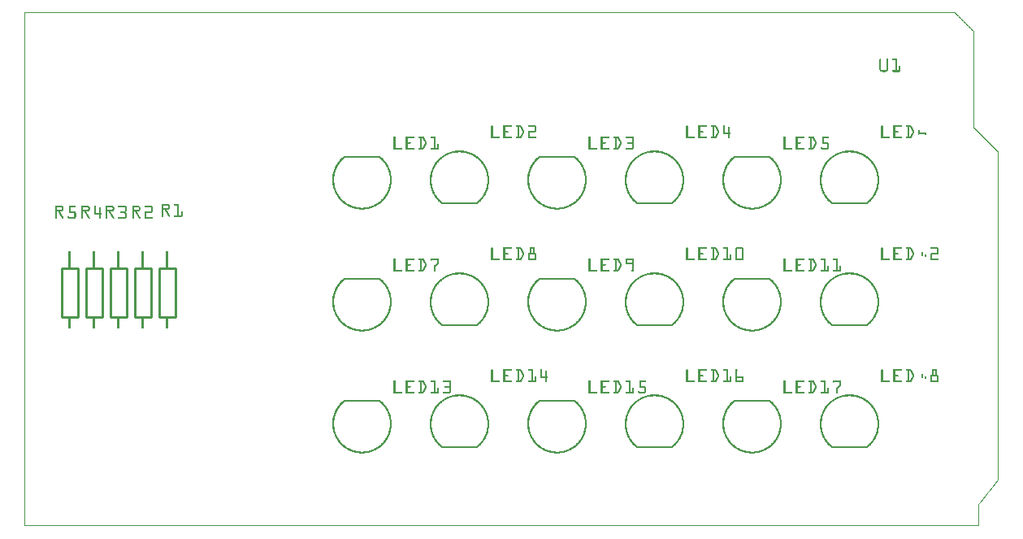
<source format=gto>
G04 MADE WITH FRITZING*
G04 WWW.FRITZING.ORG*
G04 DOUBLE SIDED*
G04 HOLES PLATED*
G04 CONTOUR ON CENTER OF CONTOUR VECTOR*
%ASAXBY*%
%FSLAX23Y23*%
%MOIN*%
%OFA0B0*%
%SFA1.0B1.0*%
%ADD10C,0.010000*%
%ADD11C,0.007874*%
%ADD12R,0.001000X0.001000*%
%LNSILK1*%
G90*
G70*
G54D10*
X618Y1064D02*
X618Y864D01*
D02*
X618Y864D02*
X552Y864D01*
D02*
X552Y864D02*
X552Y1064D01*
D02*
X552Y1064D02*
X618Y1064D01*
D02*
X518Y1064D02*
X518Y864D01*
D02*
X518Y864D02*
X452Y864D01*
D02*
X452Y864D02*
X452Y1064D01*
D02*
X452Y1064D02*
X518Y1064D01*
D02*
X418Y1064D02*
X418Y864D01*
D02*
X418Y864D02*
X352Y864D01*
D02*
X352Y864D02*
X352Y1064D01*
D02*
X352Y1064D02*
X418Y1064D01*
D02*
X318Y1064D02*
X318Y864D01*
D02*
X318Y864D02*
X252Y864D01*
D02*
X252Y864D02*
X252Y1064D01*
D02*
X252Y1064D02*
X318Y1064D01*
D02*
X218Y1064D02*
X218Y864D01*
D02*
X218Y864D02*
X152Y864D01*
D02*
X152Y864D02*
X152Y1064D01*
D02*
X152Y1064D02*
X218Y1064D01*
G54D11*
X2256Y520D02*
X2114Y520D01*
D02*
X3056Y1020D02*
X2914Y1020D01*
D02*
X3056Y520D02*
X2914Y520D01*
D02*
X2256Y1020D02*
X2114Y1020D01*
D02*
X1456Y520D02*
X1314Y520D01*
D02*
X2256Y1520D02*
X2114Y1520D01*
D02*
X1456Y1520D02*
X1314Y1520D01*
D02*
X1456Y1020D02*
X1314Y1020D01*
D02*
X3056Y1520D02*
X2914Y1520D01*
D02*
G54D12*
X0Y2111D02*
X3818Y2111D01*
X0Y2110D02*
X3819Y2110D01*
X0Y2109D02*
X3820Y2109D01*
X0Y2108D02*
X3Y2108D01*
X3817Y2108D02*
X3821Y2108D01*
X0Y2107D02*
X2Y2107D01*
X3818Y2107D02*
X3822Y2107D01*
X0Y2106D02*
X2Y2106D01*
X3819Y2106D02*
X3823Y2106D01*
X0Y2105D02*
X2Y2105D01*
X3820Y2105D02*
X3824Y2105D01*
X0Y2104D02*
X2Y2104D01*
X3821Y2104D02*
X3825Y2104D01*
X0Y2103D02*
X2Y2103D01*
X3823Y2103D02*
X3826Y2103D01*
X0Y2102D02*
X2Y2102D01*
X3824Y2102D02*
X3827Y2102D01*
X0Y2101D02*
X2Y2101D01*
X3825Y2101D02*
X3828Y2101D01*
X0Y2100D02*
X2Y2100D01*
X3826Y2100D02*
X3829Y2100D01*
X0Y2099D02*
X2Y2099D01*
X3827Y2099D02*
X3830Y2099D01*
X0Y2098D02*
X2Y2098D01*
X3828Y2098D02*
X3831Y2098D01*
X0Y2097D02*
X2Y2097D01*
X3829Y2097D02*
X3832Y2097D01*
X0Y2096D02*
X2Y2096D01*
X3830Y2096D02*
X3833Y2096D01*
X0Y2095D02*
X2Y2095D01*
X3831Y2095D02*
X3834Y2095D01*
X0Y2094D02*
X2Y2094D01*
X3832Y2094D02*
X3835Y2094D01*
X0Y2093D02*
X2Y2093D01*
X3833Y2093D02*
X3836Y2093D01*
X0Y2092D02*
X2Y2092D01*
X3834Y2092D02*
X3837Y2092D01*
X0Y2091D02*
X2Y2091D01*
X3835Y2091D02*
X3838Y2091D01*
X0Y2090D02*
X2Y2090D01*
X3836Y2090D02*
X3839Y2090D01*
X0Y2089D02*
X2Y2089D01*
X3837Y2089D02*
X3840Y2089D01*
X0Y2088D02*
X2Y2088D01*
X3838Y2088D02*
X3841Y2088D01*
X0Y2087D02*
X2Y2087D01*
X3839Y2087D02*
X3842Y2087D01*
X0Y2086D02*
X2Y2086D01*
X3840Y2086D02*
X3843Y2086D01*
X0Y2085D02*
X2Y2085D01*
X3841Y2085D02*
X3845Y2085D01*
X0Y2084D02*
X2Y2084D01*
X3842Y2084D02*
X3846Y2084D01*
X0Y2083D02*
X2Y2083D01*
X3843Y2083D02*
X3847Y2083D01*
X0Y2082D02*
X2Y2082D01*
X3844Y2082D02*
X3848Y2082D01*
X0Y2081D02*
X2Y2081D01*
X3845Y2081D02*
X3849Y2081D01*
X0Y2080D02*
X2Y2080D01*
X3846Y2080D02*
X3850Y2080D01*
X0Y2079D02*
X2Y2079D01*
X3847Y2079D02*
X3851Y2079D01*
X0Y2078D02*
X2Y2078D01*
X3848Y2078D02*
X3852Y2078D01*
X0Y2077D02*
X2Y2077D01*
X3849Y2077D02*
X3853Y2077D01*
X0Y2076D02*
X2Y2076D01*
X3850Y2076D02*
X3854Y2076D01*
X0Y2075D02*
X2Y2075D01*
X3851Y2075D02*
X3855Y2075D01*
X0Y2074D02*
X2Y2074D01*
X3852Y2074D02*
X3856Y2074D01*
X0Y2073D02*
X2Y2073D01*
X3853Y2073D02*
X3857Y2073D01*
X0Y2072D02*
X2Y2072D01*
X3854Y2072D02*
X3858Y2072D01*
X0Y2071D02*
X2Y2071D01*
X3855Y2071D02*
X3859Y2071D01*
X0Y2070D02*
X2Y2070D01*
X3856Y2070D02*
X3860Y2070D01*
X0Y2069D02*
X2Y2069D01*
X3857Y2069D02*
X3861Y2069D01*
X0Y2068D02*
X2Y2068D01*
X3858Y2068D02*
X3862Y2068D01*
X0Y2067D02*
X2Y2067D01*
X3859Y2067D02*
X3863Y2067D01*
X0Y2066D02*
X2Y2066D01*
X3860Y2066D02*
X3864Y2066D01*
X0Y2065D02*
X2Y2065D01*
X3861Y2065D02*
X3865Y2065D01*
X0Y2064D02*
X2Y2064D01*
X3862Y2064D02*
X3866Y2064D01*
X0Y2063D02*
X2Y2063D01*
X3863Y2063D02*
X3867Y2063D01*
X0Y2062D02*
X2Y2062D01*
X3864Y2062D02*
X3868Y2062D01*
X0Y2061D02*
X2Y2061D01*
X3865Y2061D02*
X3869Y2061D01*
X0Y2060D02*
X2Y2060D01*
X3866Y2060D02*
X3870Y2060D01*
X0Y2059D02*
X2Y2059D01*
X3867Y2059D02*
X3871Y2059D01*
X0Y2058D02*
X2Y2058D01*
X3868Y2058D02*
X3872Y2058D01*
X0Y2057D02*
X2Y2057D01*
X3869Y2057D02*
X3873Y2057D01*
X0Y2056D02*
X2Y2056D01*
X3870Y2056D02*
X3874Y2056D01*
X0Y2055D02*
X2Y2055D01*
X3871Y2055D02*
X3875Y2055D01*
X0Y2054D02*
X2Y2054D01*
X3872Y2054D02*
X3876Y2054D01*
X0Y2053D02*
X2Y2053D01*
X3873Y2053D02*
X3877Y2053D01*
X0Y2052D02*
X2Y2052D01*
X3874Y2052D02*
X3878Y2052D01*
X0Y2051D02*
X2Y2051D01*
X3875Y2051D02*
X3879Y2051D01*
X0Y2050D02*
X2Y2050D01*
X3876Y2050D02*
X3880Y2050D01*
X0Y2049D02*
X2Y2049D01*
X3877Y2049D02*
X3881Y2049D01*
X0Y2048D02*
X2Y2048D01*
X3878Y2048D02*
X3882Y2048D01*
X0Y2047D02*
X2Y2047D01*
X3879Y2047D02*
X3883Y2047D01*
X0Y2046D02*
X2Y2046D01*
X3880Y2046D02*
X3884Y2046D01*
X0Y2045D02*
X2Y2045D01*
X3881Y2045D02*
X3885Y2045D01*
X0Y2044D02*
X2Y2044D01*
X3882Y2044D02*
X3886Y2044D01*
X0Y2043D02*
X2Y2043D01*
X3883Y2043D02*
X3887Y2043D01*
X0Y2042D02*
X2Y2042D01*
X3884Y2042D02*
X3888Y2042D01*
X0Y2041D02*
X2Y2041D01*
X3885Y2041D02*
X3889Y2041D01*
X0Y2040D02*
X2Y2040D01*
X3886Y2040D02*
X3890Y2040D01*
X0Y2039D02*
X2Y2039D01*
X3887Y2039D02*
X3891Y2039D01*
X0Y2038D02*
X2Y2038D01*
X3888Y2038D02*
X3892Y2038D01*
X0Y2037D02*
X2Y2037D01*
X3889Y2037D02*
X3893Y2037D01*
X0Y2036D02*
X2Y2036D01*
X3890Y2036D02*
X3894Y2036D01*
X0Y2035D02*
X2Y2035D01*
X3891Y2035D02*
X3895Y2035D01*
X0Y2034D02*
X2Y2034D01*
X3892Y2034D02*
X3896Y2034D01*
X0Y2033D02*
X2Y2033D01*
X3893Y2033D02*
X3897Y2033D01*
X0Y2032D02*
X2Y2032D01*
X3894Y2032D02*
X3897Y2032D01*
X0Y2031D02*
X2Y2031D01*
X3894Y2031D02*
X3897Y2031D01*
X0Y2030D02*
X2Y2030D01*
X3894Y2030D02*
X3897Y2030D01*
X0Y2029D02*
X2Y2029D01*
X3894Y2029D02*
X3897Y2029D01*
X0Y2028D02*
X2Y2028D01*
X3894Y2028D02*
X3897Y2028D01*
X0Y2027D02*
X2Y2027D01*
X3894Y2027D02*
X3897Y2027D01*
X0Y2026D02*
X2Y2026D01*
X3894Y2026D02*
X3897Y2026D01*
X0Y2025D02*
X2Y2025D01*
X3894Y2025D02*
X3897Y2025D01*
X0Y2024D02*
X2Y2024D01*
X3894Y2024D02*
X3897Y2024D01*
X0Y2023D02*
X2Y2023D01*
X3894Y2023D02*
X3897Y2023D01*
X0Y2022D02*
X2Y2022D01*
X3894Y2022D02*
X3897Y2022D01*
X0Y2021D02*
X2Y2021D01*
X3894Y2021D02*
X3897Y2021D01*
X0Y2020D02*
X2Y2020D01*
X3894Y2020D02*
X3897Y2020D01*
X0Y2019D02*
X2Y2019D01*
X3894Y2019D02*
X3897Y2019D01*
X0Y2018D02*
X2Y2018D01*
X3894Y2018D02*
X3897Y2018D01*
X0Y2017D02*
X2Y2017D01*
X3894Y2017D02*
X3897Y2017D01*
X0Y2016D02*
X2Y2016D01*
X3894Y2016D02*
X3897Y2016D01*
X0Y2015D02*
X2Y2015D01*
X3894Y2015D02*
X3897Y2015D01*
X0Y2014D02*
X2Y2014D01*
X3894Y2014D02*
X3897Y2014D01*
X0Y2013D02*
X2Y2013D01*
X3894Y2013D02*
X3897Y2013D01*
X0Y2012D02*
X2Y2012D01*
X3894Y2012D02*
X3897Y2012D01*
X0Y2011D02*
X2Y2011D01*
X3894Y2011D02*
X3897Y2011D01*
X0Y2010D02*
X2Y2010D01*
X3894Y2010D02*
X3897Y2010D01*
X0Y2009D02*
X2Y2009D01*
X3894Y2009D02*
X3897Y2009D01*
X0Y2008D02*
X2Y2008D01*
X3894Y2008D02*
X3897Y2008D01*
X0Y2007D02*
X2Y2007D01*
X3894Y2007D02*
X3897Y2007D01*
X0Y2006D02*
X2Y2006D01*
X3894Y2006D02*
X3897Y2006D01*
X0Y2005D02*
X2Y2005D01*
X3894Y2005D02*
X3897Y2005D01*
X0Y2004D02*
X2Y2004D01*
X3894Y2004D02*
X3897Y2004D01*
X0Y2003D02*
X2Y2003D01*
X3894Y2003D02*
X3897Y2003D01*
X0Y2002D02*
X2Y2002D01*
X3894Y2002D02*
X3897Y2002D01*
X0Y2001D02*
X2Y2001D01*
X3894Y2001D02*
X3897Y2001D01*
X0Y2000D02*
X2Y2000D01*
X3894Y2000D02*
X3897Y2000D01*
X0Y1999D02*
X2Y1999D01*
X3894Y1999D02*
X3897Y1999D01*
X0Y1998D02*
X2Y1998D01*
X3894Y1998D02*
X3897Y1998D01*
X0Y1997D02*
X2Y1997D01*
X3894Y1997D02*
X3897Y1997D01*
X0Y1996D02*
X2Y1996D01*
X3894Y1996D02*
X3897Y1996D01*
X0Y1995D02*
X2Y1995D01*
X3894Y1995D02*
X3897Y1995D01*
X0Y1994D02*
X2Y1994D01*
X3894Y1994D02*
X3897Y1994D01*
X0Y1993D02*
X2Y1993D01*
X3894Y1993D02*
X3897Y1993D01*
X0Y1992D02*
X2Y1992D01*
X3894Y1992D02*
X3897Y1992D01*
X0Y1991D02*
X2Y1991D01*
X3894Y1991D02*
X3897Y1991D01*
X0Y1990D02*
X2Y1990D01*
X3894Y1990D02*
X3897Y1990D01*
X0Y1989D02*
X2Y1989D01*
X3894Y1989D02*
X3897Y1989D01*
X0Y1988D02*
X2Y1988D01*
X3894Y1988D02*
X3897Y1988D01*
X0Y1987D02*
X2Y1987D01*
X3894Y1987D02*
X3897Y1987D01*
X0Y1986D02*
X2Y1986D01*
X3894Y1986D02*
X3897Y1986D01*
X0Y1985D02*
X2Y1985D01*
X3894Y1985D02*
X3897Y1985D01*
X0Y1984D02*
X2Y1984D01*
X3894Y1984D02*
X3897Y1984D01*
X0Y1983D02*
X2Y1983D01*
X3894Y1983D02*
X3897Y1983D01*
X0Y1982D02*
X2Y1982D01*
X3894Y1982D02*
X3897Y1982D01*
X0Y1981D02*
X2Y1981D01*
X3894Y1981D02*
X3897Y1981D01*
X0Y1980D02*
X2Y1980D01*
X3894Y1980D02*
X3897Y1980D01*
X0Y1979D02*
X2Y1979D01*
X3894Y1979D02*
X3897Y1979D01*
X0Y1978D02*
X2Y1978D01*
X3894Y1978D02*
X3897Y1978D01*
X0Y1977D02*
X2Y1977D01*
X3894Y1977D02*
X3897Y1977D01*
X0Y1976D02*
X2Y1976D01*
X3894Y1976D02*
X3897Y1976D01*
X0Y1975D02*
X2Y1975D01*
X3894Y1975D02*
X3897Y1975D01*
X0Y1974D02*
X2Y1974D01*
X3894Y1974D02*
X3897Y1974D01*
X0Y1973D02*
X2Y1973D01*
X3894Y1973D02*
X3897Y1973D01*
X0Y1972D02*
X2Y1972D01*
X3894Y1972D02*
X3897Y1972D01*
X0Y1971D02*
X2Y1971D01*
X3894Y1971D02*
X3897Y1971D01*
X0Y1970D02*
X2Y1970D01*
X3894Y1970D02*
X3897Y1970D01*
X0Y1969D02*
X2Y1969D01*
X3894Y1969D02*
X3897Y1969D01*
X0Y1968D02*
X2Y1968D01*
X3894Y1968D02*
X3897Y1968D01*
X0Y1967D02*
X2Y1967D01*
X3894Y1967D02*
X3897Y1967D01*
X0Y1966D02*
X2Y1966D01*
X3894Y1966D02*
X3897Y1966D01*
X0Y1965D02*
X2Y1965D01*
X3894Y1965D02*
X3897Y1965D01*
X0Y1964D02*
X2Y1964D01*
X3894Y1964D02*
X3897Y1964D01*
X0Y1963D02*
X2Y1963D01*
X3894Y1963D02*
X3897Y1963D01*
X0Y1962D02*
X2Y1962D01*
X3894Y1962D02*
X3897Y1962D01*
X0Y1961D02*
X2Y1961D01*
X3894Y1961D02*
X3897Y1961D01*
X0Y1960D02*
X2Y1960D01*
X3894Y1960D02*
X3897Y1960D01*
X0Y1959D02*
X2Y1959D01*
X3894Y1959D02*
X3897Y1959D01*
X0Y1958D02*
X2Y1958D01*
X3894Y1958D02*
X3897Y1958D01*
X0Y1957D02*
X2Y1957D01*
X3894Y1957D02*
X3897Y1957D01*
X0Y1956D02*
X2Y1956D01*
X3894Y1956D02*
X3897Y1956D01*
X0Y1955D02*
X2Y1955D01*
X3894Y1955D02*
X3897Y1955D01*
X0Y1954D02*
X2Y1954D01*
X3894Y1954D02*
X3897Y1954D01*
X0Y1953D02*
X2Y1953D01*
X3894Y1953D02*
X3897Y1953D01*
X0Y1952D02*
X2Y1952D01*
X3894Y1952D02*
X3897Y1952D01*
X0Y1951D02*
X2Y1951D01*
X3894Y1951D02*
X3897Y1951D01*
X0Y1950D02*
X2Y1950D01*
X3894Y1950D02*
X3897Y1950D01*
X0Y1949D02*
X2Y1949D01*
X3894Y1949D02*
X3897Y1949D01*
X0Y1948D02*
X2Y1948D01*
X3894Y1948D02*
X3897Y1948D01*
X0Y1947D02*
X2Y1947D01*
X3894Y1947D02*
X3897Y1947D01*
X0Y1946D02*
X2Y1946D01*
X3894Y1946D02*
X3897Y1946D01*
X0Y1945D02*
X2Y1945D01*
X3894Y1945D02*
X3897Y1945D01*
X0Y1944D02*
X2Y1944D01*
X3894Y1944D02*
X3897Y1944D01*
X0Y1943D02*
X2Y1943D01*
X3894Y1943D02*
X3897Y1943D01*
X0Y1942D02*
X2Y1942D01*
X3894Y1942D02*
X3897Y1942D01*
X0Y1941D02*
X2Y1941D01*
X3894Y1941D02*
X3897Y1941D01*
X0Y1940D02*
X2Y1940D01*
X3894Y1940D02*
X3897Y1940D01*
X0Y1939D02*
X2Y1939D01*
X3894Y1939D02*
X3897Y1939D01*
X0Y1938D02*
X2Y1938D01*
X3894Y1938D02*
X3897Y1938D01*
X0Y1937D02*
X2Y1937D01*
X3894Y1937D02*
X3897Y1937D01*
X0Y1936D02*
X2Y1936D01*
X3894Y1936D02*
X3897Y1936D01*
X0Y1935D02*
X2Y1935D01*
X3894Y1935D02*
X3897Y1935D01*
X0Y1934D02*
X2Y1934D01*
X3894Y1934D02*
X3897Y1934D01*
X0Y1933D02*
X2Y1933D01*
X3894Y1933D02*
X3897Y1933D01*
X0Y1932D02*
X2Y1932D01*
X3894Y1932D02*
X3897Y1932D01*
X0Y1931D02*
X2Y1931D01*
X3894Y1931D02*
X3897Y1931D01*
X0Y1930D02*
X2Y1930D01*
X3894Y1930D02*
X3897Y1930D01*
X0Y1929D02*
X2Y1929D01*
X3894Y1929D02*
X3897Y1929D01*
X0Y1928D02*
X2Y1928D01*
X3894Y1928D02*
X3897Y1928D01*
X0Y1927D02*
X2Y1927D01*
X3894Y1927D02*
X3897Y1927D01*
X0Y1926D02*
X2Y1926D01*
X3894Y1926D02*
X3897Y1926D01*
X0Y1925D02*
X2Y1925D01*
X3894Y1925D02*
X3897Y1925D01*
X0Y1924D02*
X2Y1924D01*
X3894Y1924D02*
X3897Y1924D01*
X0Y1923D02*
X2Y1923D01*
X3894Y1923D02*
X3897Y1923D01*
X0Y1922D02*
X2Y1922D01*
X3511Y1922D02*
X3512Y1922D01*
X3538Y1922D02*
X3539Y1922D01*
X3561Y1922D02*
X3578Y1922D01*
X3894Y1922D02*
X3897Y1922D01*
X0Y1921D02*
X2Y1921D01*
X3509Y1921D02*
X3513Y1921D01*
X3537Y1921D02*
X3541Y1921D01*
X3559Y1921D02*
X3578Y1921D01*
X3894Y1921D02*
X3897Y1921D01*
X0Y1920D02*
X2Y1920D01*
X3509Y1920D02*
X3514Y1920D01*
X3536Y1920D02*
X3542Y1920D01*
X3559Y1920D02*
X3578Y1920D01*
X3894Y1920D02*
X3897Y1920D01*
X0Y1919D02*
X2Y1919D01*
X3508Y1919D02*
X3514Y1919D01*
X3536Y1919D02*
X3542Y1919D01*
X3559Y1919D02*
X3578Y1919D01*
X3894Y1919D02*
X3897Y1919D01*
X0Y1918D02*
X2Y1918D01*
X3508Y1918D02*
X3514Y1918D01*
X3536Y1918D02*
X3542Y1918D01*
X3559Y1918D02*
X3578Y1918D01*
X3894Y1918D02*
X3897Y1918D01*
X0Y1917D02*
X2Y1917D01*
X3508Y1917D02*
X3514Y1917D01*
X3536Y1917D02*
X3542Y1917D01*
X3559Y1917D02*
X3578Y1917D01*
X3894Y1917D02*
X3897Y1917D01*
X0Y1916D02*
X2Y1916D01*
X3508Y1916D02*
X3514Y1916D01*
X3536Y1916D02*
X3542Y1916D01*
X3560Y1916D02*
X3578Y1916D01*
X3894Y1916D02*
X3897Y1916D01*
X0Y1915D02*
X2Y1915D01*
X3508Y1915D02*
X3514Y1915D01*
X3536Y1915D02*
X3542Y1915D01*
X3572Y1915D02*
X3578Y1915D01*
X3894Y1915D02*
X3897Y1915D01*
X0Y1914D02*
X2Y1914D01*
X3508Y1914D02*
X3514Y1914D01*
X3536Y1914D02*
X3542Y1914D01*
X3572Y1914D02*
X3578Y1914D01*
X3894Y1914D02*
X3897Y1914D01*
X0Y1913D02*
X2Y1913D01*
X3508Y1913D02*
X3514Y1913D01*
X3536Y1913D02*
X3542Y1913D01*
X3572Y1913D02*
X3578Y1913D01*
X3894Y1913D02*
X3897Y1913D01*
X0Y1912D02*
X2Y1912D01*
X3508Y1912D02*
X3514Y1912D01*
X3536Y1912D02*
X3542Y1912D01*
X3572Y1912D02*
X3578Y1912D01*
X3894Y1912D02*
X3897Y1912D01*
X0Y1911D02*
X2Y1911D01*
X3508Y1911D02*
X3514Y1911D01*
X3536Y1911D02*
X3542Y1911D01*
X3572Y1911D02*
X3578Y1911D01*
X3894Y1911D02*
X3897Y1911D01*
X0Y1910D02*
X2Y1910D01*
X3508Y1910D02*
X3514Y1910D01*
X3536Y1910D02*
X3542Y1910D01*
X3572Y1910D02*
X3578Y1910D01*
X3894Y1910D02*
X3897Y1910D01*
X0Y1909D02*
X2Y1909D01*
X3508Y1909D02*
X3514Y1909D01*
X3536Y1909D02*
X3542Y1909D01*
X3572Y1909D02*
X3578Y1909D01*
X3894Y1909D02*
X3897Y1909D01*
X0Y1908D02*
X2Y1908D01*
X3508Y1908D02*
X3514Y1908D01*
X3536Y1908D02*
X3542Y1908D01*
X3572Y1908D02*
X3578Y1908D01*
X3894Y1908D02*
X3897Y1908D01*
X0Y1907D02*
X2Y1907D01*
X3508Y1907D02*
X3514Y1907D01*
X3536Y1907D02*
X3542Y1907D01*
X3572Y1907D02*
X3578Y1907D01*
X3894Y1907D02*
X3897Y1907D01*
X0Y1906D02*
X2Y1906D01*
X3508Y1906D02*
X3514Y1906D01*
X3536Y1906D02*
X3542Y1906D01*
X3572Y1906D02*
X3578Y1906D01*
X3894Y1906D02*
X3897Y1906D01*
X0Y1905D02*
X2Y1905D01*
X3508Y1905D02*
X3514Y1905D01*
X3536Y1905D02*
X3542Y1905D01*
X3572Y1905D02*
X3578Y1905D01*
X3894Y1905D02*
X3897Y1905D01*
X0Y1904D02*
X2Y1904D01*
X3508Y1904D02*
X3514Y1904D01*
X3536Y1904D02*
X3542Y1904D01*
X3572Y1904D02*
X3578Y1904D01*
X3894Y1904D02*
X3897Y1904D01*
X0Y1903D02*
X2Y1903D01*
X3508Y1903D02*
X3514Y1903D01*
X3536Y1903D02*
X3542Y1903D01*
X3572Y1903D02*
X3578Y1903D01*
X3894Y1903D02*
X3897Y1903D01*
X0Y1902D02*
X2Y1902D01*
X3508Y1902D02*
X3514Y1902D01*
X3536Y1902D02*
X3542Y1902D01*
X3572Y1902D02*
X3578Y1902D01*
X3894Y1902D02*
X3897Y1902D01*
X0Y1901D02*
X2Y1901D01*
X3508Y1901D02*
X3514Y1901D01*
X3536Y1901D02*
X3542Y1901D01*
X3572Y1901D02*
X3578Y1901D01*
X3894Y1901D02*
X3897Y1901D01*
X0Y1900D02*
X2Y1900D01*
X3508Y1900D02*
X3514Y1900D01*
X3536Y1900D02*
X3542Y1900D01*
X3572Y1900D02*
X3578Y1900D01*
X3894Y1900D02*
X3897Y1900D01*
X0Y1899D02*
X2Y1899D01*
X3508Y1899D02*
X3514Y1899D01*
X3536Y1899D02*
X3542Y1899D01*
X3572Y1899D02*
X3578Y1899D01*
X3894Y1899D02*
X3897Y1899D01*
X0Y1898D02*
X2Y1898D01*
X3508Y1898D02*
X3514Y1898D01*
X3536Y1898D02*
X3542Y1898D01*
X3572Y1898D02*
X3578Y1898D01*
X3894Y1898D02*
X3897Y1898D01*
X0Y1897D02*
X2Y1897D01*
X3508Y1897D02*
X3514Y1897D01*
X3536Y1897D02*
X3542Y1897D01*
X3572Y1897D02*
X3578Y1897D01*
X3894Y1897D02*
X3897Y1897D01*
X0Y1896D02*
X2Y1896D01*
X3508Y1896D02*
X3514Y1896D01*
X3536Y1896D02*
X3542Y1896D01*
X3572Y1896D02*
X3578Y1896D01*
X3894Y1896D02*
X3897Y1896D01*
X0Y1895D02*
X2Y1895D01*
X3508Y1895D02*
X3514Y1895D01*
X3536Y1895D02*
X3542Y1895D01*
X3572Y1895D02*
X3578Y1895D01*
X3894Y1895D02*
X3897Y1895D01*
X0Y1894D02*
X2Y1894D01*
X3508Y1894D02*
X3514Y1894D01*
X3536Y1894D02*
X3542Y1894D01*
X3572Y1894D02*
X3578Y1894D01*
X3894Y1894D02*
X3897Y1894D01*
X0Y1893D02*
X2Y1893D01*
X3508Y1893D02*
X3514Y1893D01*
X3536Y1893D02*
X3542Y1893D01*
X3572Y1893D02*
X3578Y1893D01*
X3894Y1893D02*
X3897Y1893D01*
X0Y1892D02*
X2Y1892D01*
X3508Y1892D02*
X3514Y1892D01*
X3536Y1892D02*
X3542Y1892D01*
X3572Y1892D02*
X3578Y1892D01*
X3587Y1892D02*
X3591Y1892D01*
X3894Y1892D02*
X3897Y1892D01*
X0Y1891D02*
X2Y1891D01*
X3508Y1891D02*
X3514Y1891D01*
X3536Y1891D02*
X3542Y1891D01*
X3572Y1891D02*
X3578Y1891D01*
X3587Y1891D02*
X3592Y1891D01*
X3894Y1891D02*
X3897Y1891D01*
X0Y1890D02*
X2Y1890D01*
X3508Y1890D02*
X3514Y1890D01*
X3536Y1890D02*
X3542Y1890D01*
X3572Y1890D02*
X3578Y1890D01*
X3586Y1890D02*
X3592Y1890D01*
X3894Y1890D02*
X3897Y1890D01*
X0Y1889D02*
X2Y1889D01*
X3508Y1889D02*
X3514Y1889D01*
X3536Y1889D02*
X3542Y1889D01*
X3572Y1889D02*
X3578Y1889D01*
X3586Y1889D02*
X3592Y1889D01*
X3894Y1889D02*
X3897Y1889D01*
X0Y1888D02*
X2Y1888D01*
X3508Y1888D02*
X3514Y1888D01*
X3536Y1888D02*
X3542Y1888D01*
X3572Y1888D02*
X3578Y1888D01*
X3586Y1888D02*
X3592Y1888D01*
X3894Y1888D02*
X3897Y1888D01*
X0Y1887D02*
X2Y1887D01*
X3508Y1887D02*
X3514Y1887D01*
X3536Y1887D02*
X3542Y1887D01*
X3572Y1887D02*
X3578Y1887D01*
X3586Y1887D02*
X3592Y1887D01*
X3894Y1887D02*
X3897Y1887D01*
X0Y1886D02*
X2Y1886D01*
X3508Y1886D02*
X3514Y1886D01*
X3536Y1886D02*
X3542Y1886D01*
X3572Y1886D02*
X3578Y1886D01*
X3586Y1886D02*
X3592Y1886D01*
X3894Y1886D02*
X3897Y1886D01*
X0Y1885D02*
X2Y1885D01*
X3508Y1885D02*
X3514Y1885D01*
X3536Y1885D02*
X3542Y1885D01*
X3572Y1885D02*
X3578Y1885D01*
X3586Y1885D02*
X3592Y1885D01*
X3894Y1885D02*
X3897Y1885D01*
X0Y1884D02*
X2Y1884D01*
X3508Y1884D02*
X3514Y1884D01*
X3536Y1884D02*
X3542Y1884D01*
X3572Y1884D02*
X3578Y1884D01*
X3586Y1884D02*
X3592Y1884D01*
X3894Y1884D02*
X3897Y1884D01*
X0Y1883D02*
X2Y1883D01*
X3508Y1883D02*
X3514Y1883D01*
X3536Y1883D02*
X3542Y1883D01*
X3572Y1883D02*
X3578Y1883D01*
X3586Y1883D02*
X3592Y1883D01*
X3894Y1883D02*
X3897Y1883D01*
X0Y1882D02*
X2Y1882D01*
X3508Y1882D02*
X3514Y1882D01*
X3536Y1882D02*
X3542Y1882D01*
X3572Y1882D02*
X3578Y1882D01*
X3586Y1882D02*
X3592Y1882D01*
X3894Y1882D02*
X3897Y1882D01*
X0Y1881D02*
X2Y1881D01*
X3508Y1881D02*
X3514Y1881D01*
X3536Y1881D02*
X3542Y1881D01*
X3572Y1881D02*
X3578Y1881D01*
X3586Y1881D02*
X3592Y1881D01*
X3894Y1881D02*
X3897Y1881D01*
X0Y1880D02*
X2Y1880D01*
X3508Y1880D02*
X3514Y1880D01*
X3536Y1880D02*
X3542Y1880D01*
X3572Y1880D02*
X3578Y1880D01*
X3586Y1880D02*
X3592Y1880D01*
X3894Y1880D02*
X3897Y1880D01*
X0Y1879D02*
X2Y1879D01*
X3508Y1879D02*
X3514Y1879D01*
X3536Y1879D02*
X3542Y1879D01*
X3572Y1879D02*
X3578Y1879D01*
X3586Y1879D02*
X3592Y1879D01*
X3894Y1879D02*
X3897Y1879D01*
X0Y1878D02*
X2Y1878D01*
X3508Y1878D02*
X3514Y1878D01*
X3536Y1878D02*
X3542Y1878D01*
X3572Y1878D02*
X3578Y1878D01*
X3586Y1878D02*
X3592Y1878D01*
X3894Y1878D02*
X3897Y1878D01*
X0Y1877D02*
X2Y1877D01*
X3508Y1877D02*
X3515Y1877D01*
X3535Y1877D02*
X3542Y1877D01*
X3572Y1877D02*
X3578Y1877D01*
X3586Y1877D02*
X3592Y1877D01*
X3894Y1877D02*
X3897Y1877D01*
X0Y1876D02*
X2Y1876D01*
X3509Y1876D02*
X3515Y1876D01*
X3535Y1876D02*
X3542Y1876D01*
X3572Y1876D02*
X3578Y1876D01*
X3586Y1876D02*
X3592Y1876D01*
X3894Y1876D02*
X3897Y1876D01*
X0Y1875D02*
X2Y1875D01*
X3509Y1875D02*
X3541Y1875D01*
X3562Y1875D02*
X3592Y1875D01*
X3894Y1875D02*
X3897Y1875D01*
X0Y1874D02*
X2Y1874D01*
X3509Y1874D02*
X3541Y1874D01*
X3560Y1874D02*
X3592Y1874D01*
X3894Y1874D02*
X3897Y1874D01*
X0Y1873D02*
X2Y1873D01*
X3510Y1873D02*
X3540Y1873D01*
X3559Y1873D02*
X3592Y1873D01*
X3894Y1873D02*
X3897Y1873D01*
X0Y1872D02*
X2Y1872D01*
X3511Y1872D02*
X3540Y1872D01*
X3559Y1872D02*
X3592Y1872D01*
X3894Y1872D02*
X3897Y1872D01*
X0Y1871D02*
X2Y1871D01*
X3511Y1871D02*
X3539Y1871D01*
X3559Y1871D02*
X3592Y1871D01*
X3894Y1871D02*
X3897Y1871D01*
X0Y1870D02*
X2Y1870D01*
X3513Y1870D02*
X3537Y1870D01*
X3559Y1870D02*
X3592Y1870D01*
X3894Y1870D02*
X3897Y1870D01*
X0Y1869D02*
X2Y1869D01*
X3514Y1869D02*
X3536Y1869D01*
X3560Y1869D02*
X3591Y1869D01*
X3894Y1869D02*
X3897Y1869D01*
X0Y1868D02*
X2Y1868D01*
X3519Y1868D02*
X3531Y1868D01*
X3562Y1868D02*
X3588Y1868D01*
X3894Y1868D02*
X3897Y1868D01*
X0Y1867D02*
X2Y1867D01*
X3894Y1867D02*
X3897Y1867D01*
X0Y1866D02*
X2Y1866D01*
X3894Y1866D02*
X3897Y1866D01*
X0Y1865D02*
X2Y1865D01*
X3894Y1865D02*
X3897Y1865D01*
X0Y1864D02*
X2Y1864D01*
X3894Y1864D02*
X3897Y1864D01*
X0Y1863D02*
X2Y1863D01*
X3894Y1863D02*
X3897Y1863D01*
X0Y1862D02*
X2Y1862D01*
X3894Y1862D02*
X3897Y1862D01*
X0Y1861D02*
X2Y1861D01*
X3894Y1861D02*
X3897Y1861D01*
X0Y1860D02*
X2Y1860D01*
X3894Y1860D02*
X3897Y1860D01*
X0Y1859D02*
X2Y1859D01*
X3894Y1859D02*
X3897Y1859D01*
X0Y1858D02*
X2Y1858D01*
X3894Y1858D02*
X3897Y1858D01*
X0Y1857D02*
X2Y1857D01*
X3894Y1857D02*
X3897Y1857D01*
X0Y1856D02*
X2Y1856D01*
X3894Y1856D02*
X3897Y1856D01*
X0Y1855D02*
X2Y1855D01*
X3894Y1855D02*
X3897Y1855D01*
X0Y1854D02*
X2Y1854D01*
X3894Y1854D02*
X3897Y1854D01*
X0Y1853D02*
X2Y1853D01*
X3894Y1853D02*
X3897Y1853D01*
X0Y1852D02*
X2Y1852D01*
X3894Y1852D02*
X3897Y1852D01*
X0Y1851D02*
X2Y1851D01*
X3894Y1851D02*
X3897Y1851D01*
X0Y1850D02*
X2Y1850D01*
X3894Y1850D02*
X3897Y1850D01*
X0Y1849D02*
X2Y1849D01*
X3894Y1849D02*
X3897Y1849D01*
X0Y1848D02*
X2Y1848D01*
X3894Y1848D02*
X3897Y1848D01*
X0Y1847D02*
X2Y1847D01*
X3894Y1847D02*
X3897Y1847D01*
X0Y1846D02*
X2Y1846D01*
X3894Y1846D02*
X3897Y1846D01*
X0Y1845D02*
X2Y1845D01*
X3894Y1845D02*
X3897Y1845D01*
X0Y1844D02*
X2Y1844D01*
X3894Y1844D02*
X3897Y1844D01*
X0Y1843D02*
X2Y1843D01*
X3894Y1843D02*
X3897Y1843D01*
X0Y1842D02*
X2Y1842D01*
X3894Y1842D02*
X3897Y1842D01*
X0Y1841D02*
X2Y1841D01*
X3894Y1841D02*
X3897Y1841D01*
X0Y1840D02*
X2Y1840D01*
X3894Y1840D02*
X3897Y1840D01*
X0Y1839D02*
X2Y1839D01*
X3894Y1839D02*
X3897Y1839D01*
X0Y1838D02*
X2Y1838D01*
X3894Y1838D02*
X3897Y1838D01*
X0Y1837D02*
X2Y1837D01*
X3894Y1837D02*
X3897Y1837D01*
X0Y1836D02*
X2Y1836D01*
X3894Y1836D02*
X3897Y1836D01*
X0Y1835D02*
X2Y1835D01*
X3894Y1835D02*
X3897Y1835D01*
X0Y1834D02*
X2Y1834D01*
X3894Y1834D02*
X3897Y1834D01*
X0Y1833D02*
X2Y1833D01*
X3894Y1833D02*
X3897Y1833D01*
X0Y1832D02*
X2Y1832D01*
X3894Y1832D02*
X3897Y1832D01*
X0Y1831D02*
X2Y1831D01*
X3894Y1831D02*
X3897Y1831D01*
X0Y1830D02*
X2Y1830D01*
X3894Y1830D02*
X3897Y1830D01*
X0Y1829D02*
X2Y1829D01*
X3894Y1829D02*
X3897Y1829D01*
X0Y1828D02*
X2Y1828D01*
X3894Y1828D02*
X3897Y1828D01*
X0Y1827D02*
X2Y1827D01*
X3894Y1827D02*
X3897Y1827D01*
X0Y1826D02*
X2Y1826D01*
X3894Y1826D02*
X3897Y1826D01*
X0Y1825D02*
X2Y1825D01*
X3894Y1825D02*
X3897Y1825D01*
X0Y1824D02*
X2Y1824D01*
X3894Y1824D02*
X3897Y1824D01*
X0Y1823D02*
X2Y1823D01*
X3894Y1823D02*
X3897Y1823D01*
X0Y1822D02*
X2Y1822D01*
X3894Y1822D02*
X3897Y1822D01*
X0Y1821D02*
X2Y1821D01*
X3894Y1821D02*
X3897Y1821D01*
X0Y1820D02*
X2Y1820D01*
X3894Y1820D02*
X3897Y1820D01*
X0Y1819D02*
X2Y1819D01*
X3894Y1819D02*
X3897Y1819D01*
X0Y1818D02*
X2Y1818D01*
X3894Y1818D02*
X3897Y1818D01*
X0Y1817D02*
X2Y1817D01*
X3894Y1817D02*
X3897Y1817D01*
X0Y1816D02*
X2Y1816D01*
X3894Y1816D02*
X3897Y1816D01*
X0Y1815D02*
X2Y1815D01*
X3894Y1815D02*
X3897Y1815D01*
X0Y1814D02*
X2Y1814D01*
X3894Y1814D02*
X3897Y1814D01*
X0Y1813D02*
X2Y1813D01*
X3894Y1813D02*
X3897Y1813D01*
X0Y1812D02*
X2Y1812D01*
X3894Y1812D02*
X3897Y1812D01*
X0Y1811D02*
X2Y1811D01*
X3894Y1811D02*
X3897Y1811D01*
X0Y1810D02*
X2Y1810D01*
X3894Y1810D02*
X3897Y1810D01*
X0Y1809D02*
X2Y1809D01*
X3894Y1809D02*
X3897Y1809D01*
X0Y1808D02*
X2Y1808D01*
X3894Y1808D02*
X3897Y1808D01*
X0Y1807D02*
X2Y1807D01*
X3894Y1807D02*
X3897Y1807D01*
X0Y1806D02*
X2Y1806D01*
X3894Y1806D02*
X3897Y1806D01*
X0Y1805D02*
X2Y1805D01*
X3894Y1805D02*
X3897Y1805D01*
X0Y1804D02*
X2Y1804D01*
X3894Y1804D02*
X3897Y1804D01*
X0Y1803D02*
X2Y1803D01*
X3894Y1803D02*
X3897Y1803D01*
X0Y1802D02*
X2Y1802D01*
X3894Y1802D02*
X3897Y1802D01*
X0Y1801D02*
X2Y1801D01*
X3894Y1801D02*
X3897Y1801D01*
X0Y1800D02*
X2Y1800D01*
X3894Y1800D02*
X3897Y1800D01*
X0Y1799D02*
X2Y1799D01*
X3894Y1799D02*
X3897Y1799D01*
X0Y1798D02*
X2Y1798D01*
X3894Y1798D02*
X3897Y1798D01*
X0Y1797D02*
X2Y1797D01*
X3894Y1797D02*
X3897Y1797D01*
X0Y1796D02*
X2Y1796D01*
X3894Y1796D02*
X3897Y1796D01*
X0Y1795D02*
X2Y1795D01*
X3894Y1795D02*
X3897Y1795D01*
X0Y1794D02*
X2Y1794D01*
X3894Y1794D02*
X3897Y1794D01*
X0Y1793D02*
X2Y1793D01*
X3894Y1793D02*
X3897Y1793D01*
X0Y1792D02*
X2Y1792D01*
X3894Y1792D02*
X3897Y1792D01*
X0Y1791D02*
X2Y1791D01*
X3894Y1791D02*
X3897Y1791D01*
X0Y1790D02*
X2Y1790D01*
X3894Y1790D02*
X3897Y1790D01*
X0Y1789D02*
X2Y1789D01*
X3894Y1789D02*
X3897Y1789D01*
X0Y1788D02*
X2Y1788D01*
X3894Y1788D02*
X3897Y1788D01*
X0Y1787D02*
X2Y1787D01*
X3894Y1787D02*
X3897Y1787D01*
X0Y1786D02*
X2Y1786D01*
X3894Y1786D02*
X3897Y1786D01*
X0Y1785D02*
X2Y1785D01*
X3894Y1785D02*
X3897Y1785D01*
X0Y1784D02*
X2Y1784D01*
X3894Y1784D02*
X3897Y1784D01*
X0Y1783D02*
X2Y1783D01*
X3894Y1783D02*
X3897Y1783D01*
X0Y1782D02*
X2Y1782D01*
X3894Y1782D02*
X3897Y1782D01*
X0Y1781D02*
X2Y1781D01*
X3894Y1781D02*
X3897Y1781D01*
X0Y1780D02*
X2Y1780D01*
X3894Y1780D02*
X3897Y1780D01*
X0Y1779D02*
X2Y1779D01*
X3894Y1779D02*
X3897Y1779D01*
X0Y1778D02*
X2Y1778D01*
X3894Y1778D02*
X3897Y1778D01*
X0Y1777D02*
X2Y1777D01*
X3894Y1777D02*
X3897Y1777D01*
X0Y1776D02*
X2Y1776D01*
X3894Y1776D02*
X3897Y1776D01*
X0Y1775D02*
X2Y1775D01*
X3894Y1775D02*
X3897Y1775D01*
X0Y1774D02*
X2Y1774D01*
X3894Y1774D02*
X3897Y1774D01*
X0Y1773D02*
X2Y1773D01*
X3894Y1773D02*
X3897Y1773D01*
X0Y1772D02*
X2Y1772D01*
X3894Y1772D02*
X3897Y1772D01*
X0Y1771D02*
X2Y1771D01*
X3894Y1771D02*
X3897Y1771D01*
X0Y1770D02*
X2Y1770D01*
X3894Y1770D02*
X3897Y1770D01*
X0Y1769D02*
X2Y1769D01*
X3894Y1769D02*
X3897Y1769D01*
X0Y1768D02*
X2Y1768D01*
X3894Y1768D02*
X3897Y1768D01*
X0Y1767D02*
X2Y1767D01*
X3894Y1767D02*
X3897Y1767D01*
X0Y1766D02*
X2Y1766D01*
X3894Y1766D02*
X3897Y1766D01*
X0Y1765D02*
X2Y1765D01*
X3894Y1765D02*
X3897Y1765D01*
X0Y1764D02*
X2Y1764D01*
X3894Y1764D02*
X3897Y1764D01*
X0Y1763D02*
X2Y1763D01*
X3894Y1763D02*
X3897Y1763D01*
X0Y1762D02*
X2Y1762D01*
X3894Y1762D02*
X3897Y1762D01*
X0Y1761D02*
X2Y1761D01*
X3894Y1761D02*
X3897Y1761D01*
X0Y1760D02*
X2Y1760D01*
X3894Y1760D02*
X3897Y1760D01*
X0Y1759D02*
X2Y1759D01*
X3894Y1759D02*
X3897Y1759D01*
X0Y1758D02*
X2Y1758D01*
X3894Y1758D02*
X3897Y1758D01*
X0Y1757D02*
X2Y1757D01*
X3894Y1757D02*
X3897Y1757D01*
X0Y1756D02*
X2Y1756D01*
X3894Y1756D02*
X3897Y1756D01*
X0Y1755D02*
X2Y1755D01*
X3894Y1755D02*
X3897Y1755D01*
X0Y1754D02*
X2Y1754D01*
X3894Y1754D02*
X3897Y1754D01*
X0Y1753D02*
X2Y1753D01*
X3894Y1753D02*
X3897Y1753D01*
X0Y1752D02*
X2Y1752D01*
X3894Y1752D02*
X3897Y1752D01*
X0Y1751D02*
X2Y1751D01*
X3894Y1751D02*
X3897Y1751D01*
X0Y1750D02*
X2Y1750D01*
X3894Y1750D02*
X3897Y1750D01*
X0Y1749D02*
X2Y1749D01*
X3894Y1749D02*
X3897Y1749D01*
X0Y1748D02*
X2Y1748D01*
X3894Y1748D02*
X3897Y1748D01*
X0Y1747D02*
X2Y1747D01*
X3894Y1747D02*
X3897Y1747D01*
X0Y1746D02*
X2Y1746D01*
X3894Y1746D02*
X3897Y1746D01*
X0Y1745D02*
X2Y1745D01*
X3894Y1745D02*
X3897Y1745D01*
X0Y1744D02*
X2Y1744D01*
X3894Y1744D02*
X3897Y1744D01*
X0Y1743D02*
X2Y1743D01*
X3894Y1743D02*
X3897Y1743D01*
X0Y1742D02*
X2Y1742D01*
X3894Y1742D02*
X3897Y1742D01*
X0Y1741D02*
X2Y1741D01*
X3894Y1741D02*
X3897Y1741D01*
X0Y1740D02*
X2Y1740D01*
X3894Y1740D02*
X3897Y1740D01*
X0Y1739D02*
X2Y1739D01*
X3894Y1739D02*
X3897Y1739D01*
X0Y1738D02*
X2Y1738D01*
X3894Y1738D02*
X3897Y1738D01*
X0Y1737D02*
X2Y1737D01*
X3894Y1737D02*
X3897Y1737D01*
X0Y1736D02*
X2Y1736D01*
X3894Y1736D02*
X3897Y1736D01*
X0Y1735D02*
X2Y1735D01*
X3894Y1735D02*
X3897Y1735D01*
X0Y1734D02*
X2Y1734D01*
X3894Y1734D02*
X3897Y1734D01*
X0Y1733D02*
X2Y1733D01*
X3894Y1733D02*
X3897Y1733D01*
X0Y1732D02*
X2Y1732D01*
X3894Y1732D02*
X3897Y1732D01*
X0Y1731D02*
X2Y1731D01*
X3894Y1731D02*
X3897Y1731D01*
X0Y1730D02*
X2Y1730D01*
X3894Y1730D02*
X3897Y1730D01*
X0Y1729D02*
X2Y1729D01*
X3894Y1729D02*
X3897Y1729D01*
X0Y1728D02*
X2Y1728D01*
X3894Y1728D02*
X3897Y1728D01*
X0Y1727D02*
X2Y1727D01*
X3894Y1727D02*
X3897Y1727D01*
X0Y1726D02*
X2Y1726D01*
X3894Y1726D02*
X3897Y1726D01*
X0Y1725D02*
X2Y1725D01*
X3894Y1725D02*
X3897Y1725D01*
X0Y1724D02*
X2Y1724D01*
X3894Y1724D02*
X3897Y1724D01*
X0Y1723D02*
X2Y1723D01*
X3894Y1723D02*
X3897Y1723D01*
X0Y1722D02*
X2Y1722D01*
X3894Y1722D02*
X3897Y1722D01*
X0Y1721D02*
X2Y1721D01*
X3894Y1721D02*
X3897Y1721D01*
X0Y1720D02*
X2Y1720D01*
X3894Y1720D02*
X3897Y1720D01*
X0Y1719D02*
X2Y1719D01*
X3894Y1719D02*
X3897Y1719D01*
X0Y1718D02*
X2Y1718D01*
X3894Y1718D02*
X3897Y1718D01*
X0Y1717D02*
X2Y1717D01*
X3894Y1717D02*
X3897Y1717D01*
X0Y1716D02*
X2Y1716D01*
X3894Y1716D02*
X3897Y1716D01*
X0Y1715D02*
X2Y1715D01*
X3894Y1715D02*
X3897Y1715D01*
X0Y1714D02*
X2Y1714D01*
X3894Y1714D02*
X3897Y1714D01*
X0Y1713D02*
X2Y1713D01*
X3894Y1713D02*
X3897Y1713D01*
X0Y1712D02*
X2Y1712D01*
X3894Y1712D02*
X3897Y1712D01*
X0Y1711D02*
X2Y1711D01*
X3894Y1711D02*
X3897Y1711D01*
X0Y1710D02*
X2Y1710D01*
X3894Y1710D02*
X3897Y1710D01*
X0Y1709D02*
X2Y1709D01*
X3894Y1709D02*
X3897Y1709D01*
X0Y1708D02*
X2Y1708D01*
X3894Y1708D02*
X3897Y1708D01*
X0Y1707D02*
X2Y1707D01*
X3894Y1707D02*
X3897Y1707D01*
X0Y1706D02*
X2Y1706D01*
X3894Y1706D02*
X3897Y1706D01*
X0Y1705D02*
X2Y1705D01*
X3894Y1705D02*
X3897Y1705D01*
X0Y1704D02*
X2Y1704D01*
X3894Y1704D02*
X3897Y1704D01*
X0Y1703D02*
X2Y1703D01*
X3894Y1703D02*
X3897Y1703D01*
X0Y1702D02*
X2Y1702D01*
X3894Y1702D02*
X3897Y1702D01*
X0Y1701D02*
X2Y1701D01*
X3894Y1701D02*
X3897Y1701D01*
X0Y1700D02*
X2Y1700D01*
X3894Y1700D02*
X3897Y1700D01*
X0Y1699D02*
X2Y1699D01*
X3894Y1699D02*
X3897Y1699D01*
X0Y1698D02*
X2Y1698D01*
X3894Y1698D02*
X3897Y1698D01*
X0Y1697D02*
X2Y1697D01*
X3894Y1697D02*
X3897Y1697D01*
X0Y1696D02*
X2Y1696D01*
X3894Y1696D02*
X3897Y1696D01*
X0Y1695D02*
X2Y1695D01*
X3894Y1695D02*
X3897Y1695D01*
X0Y1694D02*
X2Y1694D01*
X3894Y1694D02*
X3897Y1694D01*
X0Y1693D02*
X2Y1693D01*
X3894Y1693D02*
X3897Y1693D01*
X0Y1692D02*
X2Y1692D01*
X3894Y1692D02*
X3897Y1692D01*
X0Y1691D02*
X2Y1691D01*
X3894Y1691D02*
X3897Y1691D01*
X0Y1690D02*
X2Y1690D01*
X3894Y1690D02*
X3897Y1690D01*
X0Y1689D02*
X2Y1689D01*
X3894Y1689D02*
X3897Y1689D01*
X0Y1688D02*
X2Y1688D01*
X3894Y1688D02*
X3897Y1688D01*
X0Y1687D02*
X2Y1687D01*
X3894Y1687D02*
X3897Y1687D01*
X0Y1686D02*
X2Y1686D01*
X3894Y1686D02*
X3897Y1686D01*
X0Y1685D02*
X2Y1685D01*
X3894Y1685D02*
X3897Y1685D01*
X0Y1684D02*
X2Y1684D01*
X3894Y1684D02*
X3897Y1684D01*
X0Y1683D02*
X2Y1683D01*
X3894Y1683D02*
X3897Y1683D01*
X0Y1682D02*
X2Y1682D01*
X3894Y1682D02*
X3897Y1682D01*
X0Y1681D02*
X2Y1681D01*
X3894Y1681D02*
X3897Y1681D01*
X0Y1680D02*
X2Y1680D01*
X3894Y1680D02*
X3897Y1680D01*
X0Y1679D02*
X2Y1679D01*
X3894Y1679D02*
X3897Y1679D01*
X0Y1678D02*
X2Y1678D01*
X3894Y1678D02*
X3897Y1678D01*
X0Y1677D02*
X2Y1677D01*
X3894Y1677D02*
X3897Y1677D01*
X0Y1676D02*
X2Y1676D01*
X3894Y1676D02*
X3897Y1676D01*
X0Y1675D02*
X2Y1675D01*
X3894Y1675D02*
X3897Y1675D01*
X0Y1674D02*
X2Y1674D01*
X3894Y1674D02*
X3897Y1674D01*
X0Y1673D02*
X2Y1673D01*
X3894Y1673D02*
X3897Y1673D01*
X0Y1672D02*
X2Y1672D01*
X3894Y1672D02*
X3897Y1672D01*
X0Y1671D02*
X2Y1671D01*
X3894Y1671D02*
X3897Y1671D01*
X0Y1670D02*
X2Y1670D01*
X3894Y1670D02*
X3897Y1670D01*
X0Y1669D02*
X2Y1669D01*
X3894Y1669D02*
X3897Y1669D01*
X0Y1668D02*
X2Y1668D01*
X3894Y1668D02*
X3897Y1668D01*
X0Y1667D02*
X2Y1667D01*
X3894Y1667D02*
X3897Y1667D01*
X0Y1666D02*
X2Y1666D01*
X3894Y1666D02*
X3897Y1666D01*
X0Y1665D02*
X2Y1665D01*
X3894Y1665D02*
X3897Y1665D01*
X0Y1664D02*
X2Y1664D01*
X3894Y1664D02*
X3897Y1664D01*
X0Y1663D02*
X2Y1663D01*
X3894Y1663D02*
X3897Y1663D01*
X0Y1662D02*
X2Y1662D01*
X3894Y1662D02*
X3897Y1662D01*
X0Y1661D02*
X2Y1661D01*
X3894Y1661D02*
X3897Y1661D01*
X0Y1660D02*
X2Y1660D01*
X3894Y1660D02*
X3897Y1660D01*
X0Y1659D02*
X2Y1659D01*
X3894Y1659D02*
X3897Y1659D01*
X0Y1658D02*
X2Y1658D01*
X3894Y1658D02*
X3897Y1658D01*
X0Y1657D02*
X2Y1657D01*
X3894Y1657D02*
X3897Y1657D01*
X0Y1656D02*
X2Y1656D01*
X3894Y1656D02*
X3897Y1656D01*
X0Y1655D02*
X2Y1655D01*
X3894Y1655D02*
X3897Y1655D01*
X0Y1654D02*
X2Y1654D01*
X3894Y1654D02*
X3897Y1654D01*
X0Y1653D02*
X2Y1653D01*
X3894Y1653D02*
X3897Y1653D01*
X0Y1652D02*
X2Y1652D01*
X3894Y1652D02*
X3897Y1652D01*
X0Y1651D02*
X2Y1651D01*
X3894Y1651D02*
X3897Y1651D01*
X0Y1650D02*
X2Y1650D01*
X3894Y1650D02*
X3897Y1650D01*
X0Y1649D02*
X2Y1649D01*
X1917Y1649D02*
X1919Y1649D01*
X1966Y1649D02*
X1996Y1649D01*
X2018Y1649D02*
X2033Y1649D01*
X2068Y1649D02*
X2094Y1649D01*
X2717Y1649D02*
X2719Y1649D01*
X2766Y1649D02*
X2796Y1649D01*
X2818Y1649D02*
X2833Y1649D01*
X2870Y1649D02*
X2871Y1649D01*
X3517Y1649D02*
X3519Y1649D01*
X3566Y1649D02*
X3596Y1649D01*
X3618Y1649D02*
X3633Y1649D01*
X3894Y1649D02*
X3897Y1649D01*
X0Y1648D02*
X2Y1648D01*
X1916Y1648D02*
X1920Y1648D01*
X1965Y1648D02*
X1998Y1648D01*
X2016Y1648D02*
X2036Y1648D01*
X2067Y1648D02*
X2096Y1648D01*
X2716Y1648D02*
X2720Y1648D01*
X2765Y1648D02*
X2798Y1648D01*
X2816Y1648D02*
X2836Y1648D01*
X2868Y1648D02*
X2872Y1648D01*
X3516Y1648D02*
X3520Y1648D01*
X3565Y1648D02*
X3598Y1648D01*
X3616Y1648D02*
X3636Y1648D01*
X3894Y1648D02*
X3897Y1648D01*
X0Y1647D02*
X2Y1647D01*
X1915Y1647D02*
X1921Y1647D01*
X1965Y1647D02*
X1999Y1647D01*
X2016Y1647D02*
X2037Y1647D01*
X2066Y1647D02*
X2097Y1647D01*
X2715Y1647D02*
X2721Y1647D01*
X2765Y1647D02*
X2799Y1647D01*
X2816Y1647D02*
X2837Y1647D01*
X2868Y1647D02*
X2873Y1647D01*
X3515Y1647D02*
X3521Y1647D01*
X3565Y1647D02*
X3599Y1647D01*
X3616Y1647D02*
X3637Y1647D01*
X3894Y1647D02*
X3897Y1647D01*
X0Y1646D02*
X2Y1646D01*
X1915Y1646D02*
X1921Y1646D01*
X1965Y1646D02*
X1999Y1646D01*
X2016Y1646D02*
X2038Y1646D01*
X2066Y1646D02*
X2098Y1646D01*
X2715Y1646D02*
X2721Y1646D01*
X2765Y1646D02*
X2799Y1646D01*
X2815Y1646D02*
X2838Y1646D01*
X2867Y1646D02*
X2873Y1646D01*
X3515Y1646D02*
X3521Y1646D01*
X3565Y1646D02*
X3599Y1646D01*
X3615Y1646D02*
X3638Y1646D01*
X3894Y1646D02*
X3897Y1646D01*
X0Y1645D02*
X2Y1645D01*
X1915Y1645D02*
X1921Y1645D01*
X1965Y1645D02*
X1999Y1645D01*
X2016Y1645D02*
X2039Y1645D01*
X2066Y1645D02*
X2099Y1645D01*
X2715Y1645D02*
X2721Y1645D01*
X2765Y1645D02*
X2799Y1645D01*
X2816Y1645D02*
X2839Y1645D01*
X2867Y1645D02*
X2873Y1645D01*
X3515Y1645D02*
X3521Y1645D01*
X3565Y1645D02*
X3599Y1645D01*
X3616Y1645D02*
X3639Y1645D01*
X3894Y1645D02*
X3897Y1645D01*
X0Y1644D02*
X2Y1644D01*
X1915Y1644D02*
X1921Y1644D01*
X1965Y1644D02*
X1998Y1644D01*
X2016Y1644D02*
X2040Y1644D01*
X2066Y1644D02*
X2099Y1644D01*
X2715Y1644D02*
X2721Y1644D01*
X2765Y1644D02*
X2798Y1644D01*
X2816Y1644D02*
X2840Y1644D01*
X2867Y1644D02*
X2873Y1644D01*
X3515Y1644D02*
X3521Y1644D01*
X3565Y1644D02*
X3598Y1644D01*
X3616Y1644D02*
X3640Y1644D01*
X3894Y1644D02*
X3897Y1644D01*
X0Y1643D02*
X2Y1643D01*
X1915Y1643D02*
X1921Y1643D01*
X1965Y1643D02*
X1998Y1643D01*
X2017Y1643D02*
X2040Y1643D01*
X2067Y1643D02*
X2099Y1643D01*
X2715Y1643D02*
X2721Y1643D01*
X2765Y1643D02*
X2798Y1643D01*
X2817Y1643D02*
X2840Y1643D01*
X2867Y1643D02*
X2873Y1643D01*
X2890Y1643D02*
X2892Y1643D01*
X3515Y1643D02*
X3521Y1643D01*
X3565Y1643D02*
X3598Y1643D01*
X3617Y1643D02*
X3640Y1643D01*
X3894Y1643D02*
X3897Y1643D01*
X0Y1642D02*
X2Y1642D01*
X1915Y1642D02*
X1921Y1642D01*
X1965Y1642D02*
X1972Y1642D01*
X2022Y1642D02*
X2029Y1642D01*
X2033Y1642D02*
X2041Y1642D01*
X2093Y1642D02*
X2099Y1642D01*
X2715Y1642D02*
X2721Y1642D01*
X2765Y1642D02*
X2772Y1642D01*
X2822Y1642D02*
X2829Y1642D01*
X2833Y1642D02*
X2841Y1642D01*
X2867Y1642D02*
X2873Y1642D01*
X2889Y1642D02*
X2893Y1642D01*
X3515Y1642D02*
X3521Y1642D01*
X3565Y1642D02*
X3572Y1642D01*
X3622Y1642D02*
X3629Y1642D01*
X3633Y1642D02*
X3641Y1642D01*
X3894Y1642D02*
X3897Y1642D01*
X0Y1641D02*
X2Y1641D01*
X1915Y1641D02*
X1921Y1641D01*
X1965Y1641D02*
X1971Y1641D01*
X2022Y1641D02*
X2028Y1641D01*
X2034Y1641D02*
X2041Y1641D01*
X2093Y1641D02*
X2099Y1641D01*
X2715Y1641D02*
X2721Y1641D01*
X2765Y1641D02*
X2771Y1641D01*
X2822Y1641D02*
X2828Y1641D01*
X2834Y1641D02*
X2841Y1641D01*
X2867Y1641D02*
X2873Y1641D01*
X2888Y1641D02*
X2894Y1641D01*
X3515Y1641D02*
X3521Y1641D01*
X3565Y1641D02*
X3571Y1641D01*
X3622Y1641D02*
X3628Y1641D01*
X3634Y1641D02*
X3641Y1641D01*
X3894Y1641D02*
X3897Y1641D01*
X0Y1640D02*
X2Y1640D01*
X1915Y1640D02*
X1921Y1640D01*
X1965Y1640D02*
X1971Y1640D01*
X2022Y1640D02*
X2028Y1640D01*
X2035Y1640D02*
X2042Y1640D01*
X2093Y1640D02*
X2099Y1640D01*
X2715Y1640D02*
X2721Y1640D01*
X2765Y1640D02*
X2771Y1640D01*
X2822Y1640D02*
X2828Y1640D01*
X2835Y1640D02*
X2842Y1640D01*
X2867Y1640D02*
X2873Y1640D01*
X2888Y1640D02*
X2894Y1640D01*
X3515Y1640D02*
X3521Y1640D01*
X3565Y1640D02*
X3571Y1640D01*
X3622Y1640D02*
X3628Y1640D01*
X3635Y1640D02*
X3642Y1640D01*
X3894Y1640D02*
X3897Y1640D01*
X0Y1639D02*
X2Y1639D01*
X1915Y1639D02*
X1921Y1639D01*
X1965Y1639D02*
X1971Y1639D01*
X2022Y1639D02*
X2028Y1639D01*
X2036Y1639D02*
X2042Y1639D01*
X2093Y1639D02*
X2099Y1639D01*
X2715Y1639D02*
X2721Y1639D01*
X2765Y1639D02*
X2771Y1639D01*
X2822Y1639D02*
X2828Y1639D01*
X2836Y1639D02*
X2842Y1639D01*
X2867Y1639D02*
X2873Y1639D01*
X2888Y1639D02*
X2894Y1639D01*
X3515Y1639D02*
X3521Y1639D01*
X3565Y1639D02*
X3571Y1639D01*
X3622Y1639D02*
X3628Y1639D01*
X3636Y1639D02*
X3642Y1639D01*
X3894Y1639D02*
X3897Y1639D01*
X0Y1638D02*
X2Y1638D01*
X1915Y1638D02*
X1921Y1638D01*
X1965Y1638D02*
X1971Y1638D01*
X2022Y1638D02*
X2028Y1638D01*
X2036Y1638D02*
X2043Y1638D01*
X2093Y1638D02*
X2099Y1638D01*
X2715Y1638D02*
X2721Y1638D01*
X2765Y1638D02*
X2771Y1638D01*
X2822Y1638D02*
X2828Y1638D01*
X2836Y1638D02*
X2843Y1638D01*
X2867Y1638D02*
X2873Y1638D01*
X2888Y1638D02*
X2894Y1638D01*
X3515Y1638D02*
X3521Y1638D01*
X3565Y1638D02*
X3571Y1638D01*
X3622Y1638D02*
X3628Y1638D01*
X3636Y1638D02*
X3643Y1638D01*
X3894Y1638D02*
X3898Y1638D01*
X0Y1637D02*
X2Y1637D01*
X1915Y1637D02*
X1921Y1637D01*
X1965Y1637D02*
X1971Y1637D01*
X2022Y1637D02*
X2028Y1637D01*
X2037Y1637D02*
X2043Y1637D01*
X2093Y1637D02*
X2099Y1637D01*
X2715Y1637D02*
X2721Y1637D01*
X2765Y1637D02*
X2771Y1637D01*
X2822Y1637D02*
X2828Y1637D01*
X2837Y1637D02*
X2843Y1637D01*
X2867Y1637D02*
X2873Y1637D01*
X2888Y1637D02*
X2894Y1637D01*
X3515Y1637D02*
X3521Y1637D01*
X3565Y1637D02*
X3571Y1637D01*
X3622Y1637D02*
X3628Y1637D01*
X3637Y1637D02*
X3643Y1637D01*
X3895Y1637D02*
X3899Y1637D01*
X0Y1636D02*
X2Y1636D01*
X1915Y1636D02*
X1921Y1636D01*
X1965Y1636D02*
X1971Y1636D01*
X2022Y1636D02*
X2028Y1636D01*
X2037Y1636D02*
X2044Y1636D01*
X2093Y1636D02*
X2099Y1636D01*
X2715Y1636D02*
X2721Y1636D01*
X2765Y1636D02*
X2771Y1636D01*
X2822Y1636D02*
X2828Y1636D01*
X2837Y1636D02*
X2844Y1636D01*
X2867Y1636D02*
X2873Y1636D01*
X2888Y1636D02*
X2894Y1636D01*
X3515Y1636D02*
X3521Y1636D01*
X3565Y1636D02*
X3571Y1636D01*
X3622Y1636D02*
X3628Y1636D01*
X3637Y1636D02*
X3644Y1636D01*
X3896Y1636D02*
X3900Y1636D01*
X0Y1635D02*
X2Y1635D01*
X1915Y1635D02*
X1921Y1635D01*
X1965Y1635D02*
X1971Y1635D01*
X2022Y1635D02*
X2028Y1635D01*
X2038Y1635D02*
X2044Y1635D01*
X2093Y1635D02*
X2099Y1635D01*
X2715Y1635D02*
X2721Y1635D01*
X2765Y1635D02*
X2771Y1635D01*
X2822Y1635D02*
X2828Y1635D01*
X2838Y1635D02*
X2844Y1635D01*
X2867Y1635D02*
X2873Y1635D01*
X2888Y1635D02*
X2894Y1635D01*
X3515Y1635D02*
X3521Y1635D01*
X3565Y1635D02*
X3571Y1635D01*
X3622Y1635D02*
X3628Y1635D01*
X3638Y1635D02*
X3644Y1635D01*
X3897Y1635D02*
X3901Y1635D01*
X0Y1634D02*
X2Y1634D01*
X1915Y1634D02*
X1921Y1634D01*
X1965Y1634D02*
X1971Y1634D01*
X2022Y1634D02*
X2028Y1634D01*
X2038Y1634D02*
X2045Y1634D01*
X2093Y1634D02*
X2099Y1634D01*
X2715Y1634D02*
X2721Y1634D01*
X2765Y1634D02*
X2771Y1634D01*
X2822Y1634D02*
X2828Y1634D01*
X2838Y1634D02*
X2845Y1634D01*
X2867Y1634D02*
X2873Y1634D01*
X2888Y1634D02*
X2894Y1634D01*
X3515Y1634D02*
X3521Y1634D01*
X3565Y1634D02*
X3571Y1634D01*
X3622Y1634D02*
X3628Y1634D01*
X3638Y1634D02*
X3645Y1634D01*
X3898Y1634D02*
X3902Y1634D01*
X0Y1633D02*
X2Y1633D01*
X1915Y1633D02*
X1921Y1633D01*
X1965Y1633D02*
X1971Y1633D01*
X2022Y1633D02*
X2028Y1633D01*
X2039Y1633D02*
X2045Y1633D01*
X2093Y1633D02*
X2099Y1633D01*
X2715Y1633D02*
X2721Y1633D01*
X2765Y1633D02*
X2771Y1633D01*
X2822Y1633D02*
X2828Y1633D01*
X2839Y1633D02*
X2845Y1633D01*
X2867Y1633D02*
X2873Y1633D01*
X2888Y1633D02*
X2894Y1633D01*
X3515Y1633D02*
X3521Y1633D01*
X3565Y1633D02*
X3571Y1633D01*
X3622Y1633D02*
X3628Y1633D01*
X3639Y1633D02*
X3645Y1633D01*
X3899Y1633D02*
X3903Y1633D01*
X0Y1632D02*
X2Y1632D01*
X1915Y1632D02*
X1921Y1632D01*
X1965Y1632D02*
X1971Y1632D01*
X2022Y1632D02*
X2028Y1632D01*
X2039Y1632D02*
X2046Y1632D01*
X2093Y1632D02*
X2099Y1632D01*
X2715Y1632D02*
X2721Y1632D01*
X2765Y1632D02*
X2771Y1632D01*
X2822Y1632D02*
X2828Y1632D01*
X2839Y1632D02*
X2846Y1632D01*
X2867Y1632D02*
X2873Y1632D01*
X2888Y1632D02*
X2894Y1632D01*
X3515Y1632D02*
X3521Y1632D01*
X3565Y1632D02*
X3571Y1632D01*
X3622Y1632D02*
X3628Y1632D01*
X3639Y1632D02*
X3646Y1632D01*
X3900Y1632D02*
X3904Y1632D01*
X0Y1631D02*
X2Y1631D01*
X1915Y1631D02*
X1921Y1631D01*
X1965Y1631D02*
X1971Y1631D01*
X2022Y1631D02*
X2028Y1631D01*
X2040Y1631D02*
X2046Y1631D01*
X2093Y1631D02*
X2099Y1631D01*
X2715Y1631D02*
X2721Y1631D01*
X2765Y1631D02*
X2771Y1631D01*
X2822Y1631D02*
X2828Y1631D01*
X2840Y1631D02*
X2846Y1631D01*
X2867Y1631D02*
X2873Y1631D01*
X2888Y1631D02*
X2894Y1631D01*
X3515Y1631D02*
X3521Y1631D01*
X3565Y1631D02*
X3571Y1631D01*
X3622Y1631D02*
X3628Y1631D01*
X3640Y1631D02*
X3646Y1631D01*
X3666Y1631D02*
X3667Y1631D01*
X3901Y1631D02*
X3905Y1631D01*
X0Y1630D02*
X2Y1630D01*
X1915Y1630D02*
X1921Y1630D01*
X1965Y1630D02*
X1971Y1630D01*
X2022Y1630D02*
X2028Y1630D01*
X2040Y1630D02*
X2047Y1630D01*
X2093Y1630D02*
X2099Y1630D01*
X2715Y1630D02*
X2721Y1630D01*
X2765Y1630D02*
X2771Y1630D01*
X2822Y1630D02*
X2828Y1630D01*
X2840Y1630D02*
X2847Y1630D01*
X2867Y1630D02*
X2873Y1630D01*
X2888Y1630D02*
X2894Y1630D01*
X3515Y1630D02*
X3521Y1630D01*
X3565Y1630D02*
X3571Y1630D01*
X3622Y1630D02*
X3628Y1630D01*
X3640Y1630D02*
X3647Y1630D01*
X3666Y1630D02*
X3670Y1630D01*
X3902Y1630D02*
X3906Y1630D01*
X0Y1629D02*
X2Y1629D01*
X1915Y1629D02*
X1921Y1629D01*
X1965Y1629D02*
X1971Y1629D01*
X2022Y1629D02*
X2028Y1629D01*
X2041Y1629D02*
X2047Y1629D01*
X2093Y1629D02*
X2099Y1629D01*
X2715Y1629D02*
X2721Y1629D01*
X2765Y1629D02*
X2771Y1629D01*
X2822Y1629D02*
X2828Y1629D01*
X2841Y1629D02*
X2847Y1629D01*
X2867Y1629D02*
X2873Y1629D01*
X2888Y1629D02*
X2894Y1629D01*
X3515Y1629D02*
X3521Y1629D01*
X3565Y1629D02*
X3571Y1629D01*
X3622Y1629D02*
X3628Y1629D01*
X3641Y1629D02*
X3647Y1629D01*
X3666Y1629D02*
X3672Y1629D01*
X3903Y1629D02*
X3907Y1629D01*
X0Y1628D02*
X2Y1628D01*
X1915Y1628D02*
X1921Y1628D01*
X1965Y1628D02*
X1971Y1628D01*
X2022Y1628D02*
X2028Y1628D01*
X2041Y1628D02*
X2048Y1628D01*
X2093Y1628D02*
X2099Y1628D01*
X2715Y1628D02*
X2721Y1628D01*
X2765Y1628D02*
X2771Y1628D01*
X2822Y1628D02*
X2828Y1628D01*
X2841Y1628D02*
X2848Y1628D01*
X2867Y1628D02*
X2873Y1628D01*
X2888Y1628D02*
X2894Y1628D01*
X3515Y1628D02*
X3521Y1628D01*
X3565Y1628D02*
X3571Y1628D01*
X3622Y1628D02*
X3628Y1628D01*
X3641Y1628D02*
X3648Y1628D01*
X3666Y1628D02*
X3672Y1628D01*
X3904Y1628D02*
X3908Y1628D01*
X0Y1627D02*
X2Y1627D01*
X1915Y1627D02*
X1921Y1627D01*
X1965Y1627D02*
X1971Y1627D01*
X2022Y1627D02*
X2028Y1627D01*
X2042Y1627D02*
X2048Y1627D01*
X2093Y1627D02*
X2099Y1627D01*
X2715Y1627D02*
X2721Y1627D01*
X2765Y1627D02*
X2771Y1627D01*
X2822Y1627D02*
X2828Y1627D01*
X2842Y1627D02*
X2848Y1627D01*
X2867Y1627D02*
X2873Y1627D01*
X2888Y1627D02*
X2894Y1627D01*
X3515Y1627D02*
X3521Y1627D01*
X3565Y1627D02*
X3571Y1627D01*
X3622Y1627D02*
X3628Y1627D01*
X3642Y1627D02*
X3648Y1627D01*
X3666Y1627D02*
X3672Y1627D01*
X3905Y1627D02*
X3909Y1627D01*
X0Y1626D02*
X2Y1626D01*
X1915Y1626D02*
X1921Y1626D01*
X1965Y1626D02*
X1971Y1626D01*
X2022Y1626D02*
X2028Y1626D01*
X2042Y1626D02*
X2049Y1626D01*
X2093Y1626D02*
X2099Y1626D01*
X2715Y1626D02*
X2721Y1626D01*
X2765Y1626D02*
X2771Y1626D01*
X2822Y1626D02*
X2828Y1626D01*
X2842Y1626D02*
X2849Y1626D01*
X2867Y1626D02*
X2873Y1626D01*
X2888Y1626D02*
X2894Y1626D01*
X3515Y1626D02*
X3521Y1626D01*
X3565Y1626D02*
X3571Y1626D01*
X3622Y1626D02*
X3628Y1626D01*
X3642Y1626D02*
X3649Y1626D01*
X3666Y1626D02*
X3672Y1626D01*
X3906Y1626D02*
X3910Y1626D01*
X0Y1625D02*
X2Y1625D01*
X1915Y1625D02*
X1921Y1625D01*
X1965Y1625D02*
X1984Y1625D01*
X2022Y1625D02*
X2028Y1625D01*
X2043Y1625D02*
X2049Y1625D01*
X2070Y1625D02*
X2099Y1625D01*
X2715Y1625D02*
X2721Y1625D01*
X2765Y1625D02*
X2784Y1625D01*
X2822Y1625D02*
X2828Y1625D01*
X2843Y1625D02*
X2849Y1625D01*
X2867Y1625D02*
X2873Y1625D01*
X2888Y1625D02*
X2894Y1625D01*
X3515Y1625D02*
X3521Y1625D01*
X3565Y1625D02*
X3584Y1625D01*
X3622Y1625D02*
X3628Y1625D01*
X3643Y1625D02*
X3649Y1625D01*
X3666Y1625D02*
X3672Y1625D01*
X3907Y1625D02*
X3911Y1625D01*
X0Y1624D02*
X2Y1624D01*
X1915Y1624D02*
X1921Y1624D01*
X1965Y1624D02*
X1984Y1624D01*
X2022Y1624D02*
X2028Y1624D01*
X2043Y1624D02*
X2049Y1624D01*
X2068Y1624D02*
X2099Y1624D01*
X2715Y1624D02*
X2721Y1624D01*
X2765Y1624D02*
X2784Y1624D01*
X2822Y1624D02*
X2828Y1624D01*
X2843Y1624D02*
X2849Y1624D01*
X2867Y1624D02*
X2873Y1624D01*
X2888Y1624D02*
X2894Y1624D01*
X3515Y1624D02*
X3521Y1624D01*
X3565Y1624D02*
X3584Y1624D01*
X3622Y1624D02*
X3628Y1624D01*
X3643Y1624D02*
X3649Y1624D01*
X3666Y1624D02*
X3672Y1624D01*
X3908Y1624D02*
X3912Y1624D01*
X0Y1623D02*
X2Y1623D01*
X1915Y1623D02*
X1921Y1623D01*
X1965Y1623D02*
X1985Y1623D01*
X2022Y1623D02*
X2028Y1623D01*
X2043Y1623D02*
X2049Y1623D01*
X2067Y1623D02*
X2099Y1623D01*
X2715Y1623D02*
X2721Y1623D01*
X2765Y1623D02*
X2785Y1623D01*
X2822Y1623D02*
X2828Y1623D01*
X2843Y1623D02*
X2849Y1623D01*
X2867Y1623D02*
X2873Y1623D01*
X2888Y1623D02*
X2894Y1623D01*
X3515Y1623D02*
X3521Y1623D01*
X3565Y1623D02*
X3585Y1623D01*
X3622Y1623D02*
X3628Y1623D01*
X3643Y1623D02*
X3649Y1623D01*
X3666Y1623D02*
X3672Y1623D01*
X3909Y1623D02*
X3913Y1623D01*
X0Y1622D02*
X2Y1622D01*
X1915Y1622D02*
X1921Y1622D01*
X1965Y1622D02*
X1985Y1622D01*
X2022Y1622D02*
X2028Y1622D01*
X2043Y1622D02*
X2049Y1622D01*
X2067Y1622D02*
X2098Y1622D01*
X2715Y1622D02*
X2721Y1622D01*
X2765Y1622D02*
X2785Y1622D01*
X2822Y1622D02*
X2828Y1622D01*
X2843Y1622D02*
X2849Y1622D01*
X2867Y1622D02*
X2873Y1622D01*
X2888Y1622D02*
X2894Y1622D01*
X3515Y1622D02*
X3521Y1622D01*
X3565Y1622D02*
X3585Y1622D01*
X3622Y1622D02*
X3628Y1622D01*
X3643Y1622D02*
X3649Y1622D01*
X3666Y1622D02*
X3672Y1622D01*
X3910Y1622D02*
X3914Y1622D01*
X0Y1621D02*
X2Y1621D01*
X1915Y1621D02*
X1921Y1621D01*
X1965Y1621D02*
X1985Y1621D01*
X2022Y1621D02*
X2028Y1621D01*
X2043Y1621D02*
X2049Y1621D01*
X2066Y1621D02*
X2097Y1621D01*
X2715Y1621D02*
X2721Y1621D01*
X2765Y1621D02*
X2785Y1621D01*
X2822Y1621D02*
X2828Y1621D01*
X2843Y1621D02*
X2849Y1621D01*
X2867Y1621D02*
X2873Y1621D01*
X2888Y1621D02*
X2894Y1621D01*
X3515Y1621D02*
X3521Y1621D01*
X3565Y1621D02*
X3585Y1621D01*
X3622Y1621D02*
X3628Y1621D01*
X3643Y1621D02*
X3649Y1621D01*
X3666Y1621D02*
X3672Y1621D01*
X3911Y1621D02*
X3915Y1621D01*
X0Y1620D02*
X2Y1620D01*
X1915Y1620D02*
X1921Y1620D01*
X1965Y1620D02*
X1984Y1620D01*
X2022Y1620D02*
X2028Y1620D01*
X2043Y1620D02*
X2049Y1620D01*
X2066Y1620D02*
X2096Y1620D01*
X2715Y1620D02*
X2721Y1620D01*
X2765Y1620D02*
X2784Y1620D01*
X2822Y1620D02*
X2828Y1620D01*
X2843Y1620D02*
X2849Y1620D01*
X2867Y1620D02*
X2874Y1620D01*
X2888Y1620D02*
X2894Y1620D01*
X3515Y1620D02*
X3521Y1620D01*
X3565Y1620D02*
X3584Y1620D01*
X3622Y1620D02*
X3628Y1620D01*
X3643Y1620D02*
X3649Y1620D01*
X3666Y1620D02*
X3672Y1620D01*
X3912Y1620D02*
X3916Y1620D01*
X0Y1619D02*
X2Y1619D01*
X1915Y1619D02*
X1921Y1619D01*
X1965Y1619D02*
X1983Y1619D01*
X2022Y1619D02*
X2028Y1619D01*
X2042Y1619D02*
X2049Y1619D01*
X2066Y1619D02*
X2095Y1619D01*
X2715Y1619D02*
X2721Y1619D01*
X2765Y1619D02*
X2783Y1619D01*
X2822Y1619D02*
X2828Y1619D01*
X2842Y1619D02*
X2849Y1619D01*
X2867Y1619D02*
X2896Y1619D01*
X3515Y1619D02*
X3521Y1619D01*
X3565Y1619D02*
X3583Y1619D01*
X3622Y1619D02*
X3628Y1619D01*
X3642Y1619D02*
X3649Y1619D01*
X3666Y1619D02*
X3698Y1619D01*
X3913Y1619D02*
X3917Y1619D01*
X0Y1618D02*
X2Y1618D01*
X1915Y1618D02*
X1921Y1618D01*
X1965Y1618D02*
X1971Y1618D01*
X2022Y1618D02*
X2028Y1618D01*
X2042Y1618D02*
X2048Y1618D01*
X2066Y1618D02*
X2072Y1618D01*
X2715Y1618D02*
X2721Y1618D01*
X2765Y1618D02*
X2771Y1618D01*
X2822Y1618D02*
X2828Y1618D01*
X2842Y1618D02*
X2848Y1618D01*
X2867Y1618D02*
X2897Y1618D01*
X3515Y1618D02*
X3521Y1618D01*
X3565Y1618D02*
X3571Y1618D01*
X3622Y1618D02*
X3628Y1618D01*
X3642Y1618D02*
X3648Y1618D01*
X3666Y1618D02*
X3699Y1618D01*
X3914Y1618D02*
X3918Y1618D01*
X0Y1617D02*
X2Y1617D01*
X1915Y1617D02*
X1921Y1617D01*
X1965Y1617D02*
X1971Y1617D01*
X2022Y1617D02*
X2028Y1617D01*
X2042Y1617D02*
X2048Y1617D01*
X2066Y1617D02*
X2072Y1617D01*
X2715Y1617D02*
X2721Y1617D01*
X2765Y1617D02*
X2771Y1617D01*
X2822Y1617D02*
X2828Y1617D01*
X2842Y1617D02*
X2848Y1617D01*
X2867Y1617D02*
X2897Y1617D01*
X3515Y1617D02*
X3521Y1617D01*
X3565Y1617D02*
X3571Y1617D01*
X3622Y1617D02*
X3628Y1617D01*
X3642Y1617D02*
X3648Y1617D01*
X3666Y1617D02*
X3699Y1617D01*
X3915Y1617D02*
X3919Y1617D01*
X0Y1616D02*
X2Y1616D01*
X1915Y1616D02*
X1921Y1616D01*
X1965Y1616D02*
X1971Y1616D01*
X2022Y1616D02*
X2028Y1616D01*
X2041Y1616D02*
X2048Y1616D01*
X2066Y1616D02*
X2072Y1616D01*
X2715Y1616D02*
X2721Y1616D01*
X2765Y1616D02*
X2771Y1616D01*
X2822Y1616D02*
X2828Y1616D01*
X2841Y1616D02*
X2848Y1616D01*
X2867Y1616D02*
X2898Y1616D01*
X3515Y1616D02*
X3521Y1616D01*
X3565Y1616D02*
X3571Y1616D01*
X3622Y1616D02*
X3628Y1616D01*
X3641Y1616D02*
X3648Y1616D01*
X3666Y1616D02*
X3699Y1616D01*
X3916Y1616D02*
X3920Y1616D01*
X0Y1615D02*
X2Y1615D01*
X1915Y1615D02*
X1921Y1615D01*
X1965Y1615D02*
X1971Y1615D01*
X2022Y1615D02*
X2028Y1615D01*
X2041Y1615D02*
X2047Y1615D01*
X2066Y1615D02*
X2072Y1615D01*
X2715Y1615D02*
X2721Y1615D01*
X2765Y1615D02*
X2771Y1615D01*
X2822Y1615D02*
X2828Y1615D01*
X2841Y1615D02*
X2847Y1615D01*
X2867Y1615D02*
X2897Y1615D01*
X3515Y1615D02*
X3521Y1615D01*
X3565Y1615D02*
X3571Y1615D01*
X3622Y1615D02*
X3628Y1615D01*
X3641Y1615D02*
X3647Y1615D01*
X3666Y1615D02*
X3699Y1615D01*
X3917Y1615D02*
X3921Y1615D01*
X0Y1614D02*
X2Y1614D01*
X1915Y1614D02*
X1921Y1614D01*
X1965Y1614D02*
X1971Y1614D01*
X2022Y1614D02*
X2028Y1614D01*
X2040Y1614D02*
X2047Y1614D01*
X2066Y1614D02*
X2072Y1614D01*
X2715Y1614D02*
X2721Y1614D01*
X2765Y1614D02*
X2771Y1614D01*
X2822Y1614D02*
X2828Y1614D01*
X2840Y1614D02*
X2847Y1614D01*
X2867Y1614D02*
X2897Y1614D01*
X3515Y1614D02*
X3521Y1614D01*
X3565Y1614D02*
X3571Y1614D01*
X3622Y1614D02*
X3628Y1614D01*
X3640Y1614D02*
X3647Y1614D01*
X3666Y1614D02*
X3699Y1614D01*
X3918Y1614D02*
X3922Y1614D01*
X0Y1613D02*
X2Y1613D01*
X1915Y1613D02*
X1921Y1613D01*
X1965Y1613D02*
X1971Y1613D01*
X2022Y1613D02*
X2028Y1613D01*
X2040Y1613D02*
X2046Y1613D01*
X2066Y1613D02*
X2072Y1613D01*
X2715Y1613D02*
X2721Y1613D01*
X2765Y1613D02*
X2771Y1613D01*
X2822Y1613D02*
X2828Y1613D01*
X2840Y1613D02*
X2846Y1613D01*
X2867Y1613D02*
X2895Y1613D01*
X3515Y1613D02*
X3521Y1613D01*
X3565Y1613D02*
X3571Y1613D01*
X3622Y1613D02*
X3628Y1613D01*
X3640Y1613D02*
X3646Y1613D01*
X3666Y1613D02*
X3676Y1613D01*
X3686Y1613D02*
X3699Y1613D01*
X3919Y1613D02*
X3923Y1613D01*
X0Y1612D02*
X2Y1612D01*
X1915Y1612D02*
X1921Y1612D01*
X1965Y1612D02*
X1971Y1612D01*
X2022Y1612D02*
X2028Y1612D01*
X2039Y1612D02*
X2046Y1612D01*
X2066Y1612D02*
X2072Y1612D01*
X2715Y1612D02*
X2721Y1612D01*
X2765Y1612D02*
X2771Y1612D01*
X2822Y1612D02*
X2828Y1612D01*
X2839Y1612D02*
X2846Y1612D01*
X2888Y1612D02*
X2894Y1612D01*
X3515Y1612D02*
X3521Y1612D01*
X3565Y1612D02*
X3571Y1612D01*
X3622Y1612D02*
X3628Y1612D01*
X3639Y1612D02*
X3646Y1612D01*
X3666Y1612D02*
X3671Y1612D01*
X3693Y1612D02*
X3699Y1612D01*
X3920Y1612D02*
X3924Y1612D01*
X0Y1611D02*
X2Y1611D01*
X1915Y1611D02*
X1921Y1611D01*
X1965Y1611D02*
X1971Y1611D01*
X2022Y1611D02*
X2028Y1611D01*
X2039Y1611D02*
X2045Y1611D01*
X2066Y1611D02*
X2072Y1611D01*
X2715Y1611D02*
X2721Y1611D01*
X2765Y1611D02*
X2771Y1611D01*
X2822Y1611D02*
X2828Y1611D01*
X2838Y1611D02*
X2845Y1611D01*
X2888Y1611D02*
X2894Y1611D01*
X3515Y1611D02*
X3521Y1611D01*
X3565Y1611D02*
X3571Y1611D01*
X3622Y1611D02*
X3628Y1611D01*
X3638Y1611D02*
X3645Y1611D01*
X3666Y1611D02*
X3668Y1611D01*
X3694Y1611D02*
X3699Y1611D01*
X3921Y1611D02*
X3925Y1611D01*
X0Y1610D02*
X2Y1610D01*
X1915Y1610D02*
X1921Y1610D01*
X1965Y1610D02*
X1971Y1610D01*
X2022Y1610D02*
X2028Y1610D01*
X2038Y1610D02*
X2045Y1610D01*
X2066Y1610D02*
X2072Y1610D01*
X2715Y1610D02*
X2721Y1610D01*
X2765Y1610D02*
X2771Y1610D01*
X2822Y1610D02*
X2828Y1610D01*
X2838Y1610D02*
X2845Y1610D01*
X2888Y1610D02*
X2894Y1610D01*
X3515Y1610D02*
X3521Y1610D01*
X3565Y1610D02*
X3571Y1610D01*
X3622Y1610D02*
X3628Y1610D01*
X3638Y1610D02*
X3645Y1610D01*
X3666Y1610D02*
X3666Y1610D01*
X3696Y1610D02*
X3699Y1610D01*
X3922Y1610D02*
X3926Y1610D01*
X0Y1609D02*
X2Y1609D01*
X1915Y1609D02*
X1921Y1609D01*
X1965Y1609D02*
X1971Y1609D01*
X2022Y1609D02*
X2028Y1609D01*
X2037Y1609D02*
X2044Y1609D01*
X2066Y1609D02*
X2072Y1609D01*
X2715Y1609D02*
X2721Y1609D01*
X2765Y1609D02*
X2771Y1609D01*
X2822Y1609D02*
X2828Y1609D01*
X2837Y1609D02*
X2844Y1609D01*
X2888Y1609D02*
X2894Y1609D01*
X3515Y1609D02*
X3521Y1609D01*
X3565Y1609D02*
X3571Y1609D01*
X3622Y1609D02*
X3628Y1609D01*
X3637Y1609D02*
X3644Y1609D01*
X3698Y1609D02*
X3699Y1609D01*
X3923Y1609D02*
X3927Y1609D01*
X0Y1608D02*
X2Y1608D01*
X1915Y1608D02*
X1921Y1608D01*
X1965Y1608D02*
X1971Y1608D01*
X2022Y1608D02*
X2028Y1608D01*
X2037Y1608D02*
X2044Y1608D01*
X2066Y1608D02*
X2072Y1608D01*
X2715Y1608D02*
X2721Y1608D01*
X2765Y1608D02*
X2771Y1608D01*
X2822Y1608D02*
X2828Y1608D01*
X2837Y1608D02*
X2844Y1608D01*
X2888Y1608D02*
X2894Y1608D01*
X3515Y1608D02*
X3521Y1608D01*
X3565Y1608D02*
X3571Y1608D01*
X3622Y1608D02*
X3628Y1608D01*
X3637Y1608D02*
X3644Y1608D01*
X3924Y1608D02*
X3928Y1608D01*
X0Y1607D02*
X2Y1607D01*
X1915Y1607D02*
X1921Y1607D01*
X1965Y1607D02*
X1971Y1607D01*
X2022Y1607D02*
X2028Y1607D01*
X2036Y1607D02*
X2043Y1607D01*
X2066Y1607D02*
X2072Y1607D01*
X2715Y1607D02*
X2721Y1607D01*
X2765Y1607D02*
X2771Y1607D01*
X2822Y1607D02*
X2828Y1607D01*
X2836Y1607D02*
X2843Y1607D01*
X2888Y1607D02*
X2894Y1607D01*
X3515Y1607D02*
X3521Y1607D01*
X3565Y1607D02*
X3571Y1607D01*
X3622Y1607D02*
X3628Y1607D01*
X3636Y1607D02*
X3643Y1607D01*
X3925Y1607D02*
X3929Y1607D01*
X0Y1606D02*
X2Y1606D01*
X1915Y1606D02*
X1921Y1606D01*
X1965Y1606D02*
X1971Y1606D01*
X2022Y1606D02*
X2028Y1606D01*
X2036Y1606D02*
X2043Y1606D01*
X2066Y1606D02*
X2072Y1606D01*
X2715Y1606D02*
X2721Y1606D01*
X2765Y1606D02*
X2771Y1606D01*
X2822Y1606D02*
X2828Y1606D01*
X2836Y1606D02*
X2843Y1606D01*
X2888Y1606D02*
X2894Y1606D01*
X3515Y1606D02*
X3521Y1606D01*
X3565Y1606D02*
X3571Y1606D01*
X3622Y1606D02*
X3628Y1606D01*
X3636Y1606D02*
X3643Y1606D01*
X3926Y1606D02*
X3930Y1606D01*
X0Y1605D02*
X2Y1605D01*
X1915Y1605D02*
X1921Y1605D01*
X1965Y1605D02*
X1971Y1605D01*
X2022Y1605D02*
X2028Y1605D01*
X2035Y1605D02*
X2042Y1605D01*
X2066Y1605D02*
X2072Y1605D01*
X2715Y1605D02*
X2721Y1605D01*
X2765Y1605D02*
X2771Y1605D01*
X2822Y1605D02*
X2828Y1605D01*
X2835Y1605D02*
X2842Y1605D01*
X2888Y1605D02*
X2894Y1605D01*
X3515Y1605D02*
X3521Y1605D01*
X3565Y1605D02*
X3571Y1605D01*
X3622Y1605D02*
X3628Y1605D01*
X3635Y1605D02*
X3642Y1605D01*
X3927Y1605D02*
X3931Y1605D01*
X0Y1604D02*
X2Y1604D01*
X1915Y1604D02*
X1921Y1604D01*
X1965Y1604D02*
X1971Y1604D01*
X2022Y1604D02*
X2028Y1604D01*
X2035Y1604D02*
X2042Y1604D01*
X2066Y1604D02*
X2072Y1604D01*
X2715Y1604D02*
X2721Y1604D01*
X2765Y1604D02*
X2771Y1604D01*
X2822Y1604D02*
X2828Y1604D01*
X2835Y1604D02*
X2842Y1604D01*
X2888Y1604D02*
X2894Y1604D01*
X3515Y1604D02*
X3521Y1604D01*
X3565Y1604D02*
X3571Y1604D01*
X3622Y1604D02*
X3628Y1604D01*
X3635Y1604D02*
X3642Y1604D01*
X3928Y1604D02*
X3932Y1604D01*
X0Y1603D02*
X2Y1603D01*
X1517Y1603D02*
X1519Y1603D01*
X1565Y1603D02*
X1597Y1603D01*
X1617Y1603D02*
X1634Y1603D01*
X1667Y1603D02*
X1685Y1603D01*
X1915Y1603D02*
X1921Y1603D01*
X1965Y1603D02*
X1971Y1603D01*
X2022Y1603D02*
X2028Y1603D01*
X2034Y1603D02*
X2041Y1603D01*
X2066Y1603D02*
X2072Y1603D01*
X2317Y1603D02*
X2319Y1603D01*
X2365Y1603D02*
X2397Y1603D01*
X2417Y1603D02*
X2434Y1603D01*
X2467Y1603D02*
X2495Y1603D01*
X2715Y1603D02*
X2721Y1603D01*
X2765Y1603D02*
X2771Y1603D01*
X2822Y1603D02*
X2828Y1603D01*
X2834Y1603D02*
X2841Y1603D01*
X2888Y1603D02*
X2894Y1603D01*
X3117Y1603D02*
X3119Y1603D01*
X3165Y1603D02*
X3197Y1603D01*
X3217Y1603D02*
X3234Y1603D01*
X3273Y1603D02*
X3298Y1603D01*
X3515Y1603D02*
X3521Y1603D01*
X3565Y1603D02*
X3571Y1603D01*
X3622Y1603D02*
X3628Y1603D01*
X3634Y1603D02*
X3641Y1603D01*
X3929Y1603D02*
X3933Y1603D01*
X0Y1602D02*
X2Y1602D01*
X1516Y1602D02*
X1520Y1602D01*
X1565Y1602D02*
X1598Y1602D01*
X1616Y1602D02*
X1636Y1602D01*
X1666Y1602D02*
X1685Y1602D01*
X1915Y1602D02*
X1946Y1602D01*
X1965Y1602D02*
X1996Y1602D01*
X2018Y1602D02*
X2041Y1602D01*
X2066Y1602D02*
X2096Y1602D01*
X2316Y1602D02*
X2320Y1602D01*
X2365Y1602D02*
X2398Y1602D01*
X2416Y1602D02*
X2436Y1602D01*
X2466Y1602D02*
X2497Y1602D01*
X2715Y1602D02*
X2746Y1602D01*
X2765Y1602D02*
X2796Y1602D01*
X2818Y1602D02*
X2841Y1602D01*
X2888Y1602D02*
X2894Y1602D01*
X3116Y1602D02*
X3120Y1602D01*
X3165Y1602D02*
X3198Y1602D01*
X3216Y1602D02*
X3236Y1602D01*
X3273Y1602D02*
X3299Y1602D01*
X3515Y1602D02*
X3546Y1602D01*
X3565Y1602D02*
X3596Y1602D01*
X3618Y1602D02*
X3641Y1602D01*
X3930Y1602D02*
X3934Y1602D01*
X0Y1601D02*
X2Y1601D01*
X1515Y1601D02*
X1521Y1601D01*
X1565Y1601D02*
X1599Y1601D01*
X1616Y1601D02*
X1638Y1601D01*
X1666Y1601D02*
X1685Y1601D01*
X1915Y1601D02*
X1948Y1601D01*
X1965Y1601D02*
X1998Y1601D01*
X2017Y1601D02*
X2040Y1601D01*
X2066Y1601D02*
X2098Y1601D01*
X2315Y1601D02*
X2321Y1601D01*
X2365Y1601D02*
X2399Y1601D01*
X2416Y1601D02*
X2438Y1601D01*
X2466Y1601D02*
X2498Y1601D01*
X2715Y1601D02*
X2748Y1601D01*
X2765Y1601D02*
X2798Y1601D01*
X2817Y1601D02*
X2840Y1601D01*
X2888Y1601D02*
X2894Y1601D01*
X3115Y1601D02*
X3121Y1601D01*
X3165Y1601D02*
X3199Y1601D01*
X3216Y1601D02*
X3238Y1601D01*
X3273Y1601D02*
X3299Y1601D01*
X3515Y1601D02*
X3548Y1601D01*
X3565Y1601D02*
X3598Y1601D01*
X3617Y1601D02*
X3640Y1601D01*
X3931Y1601D02*
X3935Y1601D01*
X0Y1600D02*
X2Y1600D01*
X1515Y1600D02*
X1521Y1600D01*
X1565Y1600D02*
X1599Y1600D01*
X1615Y1600D02*
X1639Y1600D01*
X1666Y1600D02*
X1685Y1600D01*
X1915Y1600D02*
X1948Y1600D01*
X1965Y1600D02*
X1999Y1600D01*
X2016Y1600D02*
X2040Y1600D01*
X2066Y1600D02*
X2099Y1600D01*
X2315Y1600D02*
X2321Y1600D01*
X2365Y1600D02*
X2399Y1600D01*
X2415Y1600D02*
X2439Y1600D01*
X2466Y1600D02*
X2498Y1600D01*
X2715Y1600D02*
X2748Y1600D01*
X2765Y1600D02*
X2799Y1600D01*
X2816Y1600D02*
X2840Y1600D01*
X2888Y1600D02*
X2894Y1600D01*
X3115Y1600D02*
X3121Y1600D01*
X3165Y1600D02*
X3199Y1600D01*
X3215Y1600D02*
X3239Y1600D01*
X3273Y1600D02*
X3299Y1600D01*
X3515Y1600D02*
X3548Y1600D01*
X3565Y1600D02*
X3599Y1600D01*
X3616Y1600D02*
X3640Y1600D01*
X3932Y1600D02*
X3936Y1600D01*
X0Y1599D02*
X2Y1599D01*
X1515Y1599D02*
X1521Y1599D01*
X1565Y1599D02*
X1599Y1599D01*
X1616Y1599D02*
X1640Y1599D01*
X1666Y1599D02*
X1685Y1599D01*
X1915Y1599D02*
X1949Y1599D01*
X1965Y1599D02*
X1999Y1599D01*
X2016Y1599D02*
X2039Y1599D01*
X2066Y1599D02*
X2099Y1599D01*
X2315Y1599D02*
X2321Y1599D01*
X2365Y1599D02*
X2399Y1599D01*
X2416Y1599D02*
X2440Y1599D01*
X2466Y1599D02*
X2499Y1599D01*
X2715Y1599D02*
X2749Y1599D01*
X2765Y1599D02*
X2799Y1599D01*
X2816Y1599D02*
X2839Y1599D01*
X2888Y1599D02*
X2894Y1599D01*
X3115Y1599D02*
X3121Y1599D01*
X3165Y1599D02*
X3199Y1599D01*
X3216Y1599D02*
X3240Y1599D01*
X3273Y1599D02*
X3299Y1599D01*
X3515Y1599D02*
X3549Y1599D01*
X3565Y1599D02*
X3599Y1599D01*
X3616Y1599D02*
X3639Y1599D01*
X3933Y1599D02*
X3937Y1599D01*
X0Y1598D02*
X2Y1598D01*
X1515Y1598D02*
X1521Y1598D01*
X1565Y1598D02*
X1598Y1598D01*
X1616Y1598D02*
X1640Y1598D01*
X1666Y1598D02*
X1685Y1598D01*
X1915Y1598D02*
X1949Y1598D01*
X1965Y1598D02*
X1999Y1598D01*
X2016Y1598D02*
X2038Y1598D01*
X2066Y1598D02*
X2099Y1598D01*
X2315Y1598D02*
X2321Y1598D01*
X2365Y1598D02*
X2398Y1598D01*
X2416Y1598D02*
X2440Y1598D01*
X2466Y1598D02*
X2499Y1598D01*
X2715Y1598D02*
X2749Y1598D01*
X2765Y1598D02*
X2799Y1598D01*
X2816Y1598D02*
X2838Y1598D01*
X2888Y1598D02*
X2894Y1598D01*
X3115Y1598D02*
X3121Y1598D01*
X3165Y1598D02*
X3198Y1598D01*
X3216Y1598D02*
X3240Y1598D01*
X3273Y1598D02*
X3299Y1598D01*
X3515Y1598D02*
X3549Y1598D01*
X3565Y1598D02*
X3599Y1598D01*
X3616Y1598D02*
X3638Y1598D01*
X3934Y1598D02*
X3938Y1598D01*
X0Y1597D02*
X2Y1597D01*
X1515Y1597D02*
X1521Y1597D01*
X1565Y1597D02*
X1597Y1597D01*
X1617Y1597D02*
X1641Y1597D01*
X1668Y1597D02*
X1685Y1597D01*
X1915Y1597D02*
X1948Y1597D01*
X1965Y1597D02*
X1998Y1597D01*
X2016Y1597D02*
X2037Y1597D01*
X2066Y1597D02*
X2099Y1597D01*
X2315Y1597D02*
X2321Y1597D01*
X2365Y1597D02*
X2397Y1597D01*
X2417Y1597D02*
X2441Y1597D01*
X2468Y1597D02*
X2499Y1597D01*
X2715Y1597D02*
X2748Y1597D01*
X2765Y1597D02*
X2798Y1597D01*
X2816Y1597D02*
X2837Y1597D01*
X2888Y1597D02*
X2894Y1597D01*
X3115Y1597D02*
X3121Y1597D01*
X3165Y1597D02*
X3197Y1597D01*
X3217Y1597D02*
X3241Y1597D01*
X3273Y1597D02*
X3297Y1597D01*
X3515Y1597D02*
X3548Y1597D01*
X3565Y1597D02*
X3598Y1597D01*
X3616Y1597D02*
X3637Y1597D01*
X3935Y1597D02*
X3939Y1597D01*
X0Y1596D02*
X2Y1596D01*
X1515Y1596D02*
X1521Y1596D01*
X1565Y1596D02*
X1571Y1596D01*
X1622Y1596D02*
X1628Y1596D01*
X1634Y1596D02*
X1641Y1596D01*
X1679Y1596D02*
X1685Y1596D01*
X1915Y1596D02*
X1948Y1596D01*
X1965Y1596D02*
X1998Y1596D01*
X2017Y1596D02*
X2035Y1596D01*
X2066Y1596D02*
X2098Y1596D01*
X2315Y1596D02*
X2321Y1596D01*
X2365Y1596D02*
X2371Y1596D01*
X2422Y1596D02*
X2428Y1596D01*
X2434Y1596D02*
X2441Y1596D01*
X2493Y1596D02*
X2499Y1596D01*
X2715Y1596D02*
X2748Y1596D01*
X2765Y1596D02*
X2798Y1596D01*
X2817Y1596D02*
X2835Y1596D01*
X2889Y1596D02*
X2893Y1596D01*
X3115Y1596D02*
X3121Y1596D01*
X3165Y1596D02*
X3171Y1596D01*
X3222Y1596D02*
X3228Y1596D01*
X3234Y1596D02*
X3241Y1596D01*
X3273Y1596D02*
X3279Y1596D01*
X3515Y1596D02*
X3548Y1596D01*
X3565Y1596D02*
X3598Y1596D01*
X3617Y1596D02*
X3635Y1596D01*
X3936Y1596D02*
X3940Y1596D01*
X0Y1595D02*
X2Y1595D01*
X1515Y1595D02*
X1521Y1595D01*
X1565Y1595D02*
X1571Y1595D01*
X1622Y1595D02*
X1628Y1595D01*
X1635Y1595D02*
X1642Y1595D01*
X1679Y1595D02*
X1685Y1595D01*
X2315Y1595D02*
X2321Y1595D01*
X2365Y1595D02*
X2371Y1595D01*
X2422Y1595D02*
X2428Y1595D01*
X2435Y1595D02*
X2442Y1595D01*
X2493Y1595D02*
X2499Y1595D01*
X3115Y1595D02*
X3121Y1595D01*
X3165Y1595D02*
X3171Y1595D01*
X3222Y1595D02*
X3228Y1595D01*
X3235Y1595D02*
X3242Y1595D01*
X3273Y1595D02*
X3279Y1595D01*
X3937Y1595D02*
X3941Y1595D01*
X0Y1594D02*
X2Y1594D01*
X1515Y1594D02*
X1521Y1594D01*
X1565Y1594D02*
X1571Y1594D01*
X1622Y1594D02*
X1628Y1594D01*
X1635Y1594D02*
X1642Y1594D01*
X1679Y1594D02*
X1685Y1594D01*
X2315Y1594D02*
X2321Y1594D01*
X2365Y1594D02*
X2371Y1594D01*
X2422Y1594D02*
X2428Y1594D01*
X2435Y1594D02*
X2442Y1594D01*
X2493Y1594D02*
X2499Y1594D01*
X3115Y1594D02*
X3121Y1594D01*
X3165Y1594D02*
X3171Y1594D01*
X3222Y1594D02*
X3228Y1594D01*
X3235Y1594D02*
X3242Y1594D01*
X3273Y1594D02*
X3279Y1594D01*
X3938Y1594D02*
X3942Y1594D01*
X0Y1593D02*
X2Y1593D01*
X1515Y1593D02*
X1521Y1593D01*
X1565Y1593D02*
X1571Y1593D01*
X1622Y1593D02*
X1628Y1593D01*
X1636Y1593D02*
X1643Y1593D01*
X1679Y1593D02*
X1685Y1593D01*
X2315Y1593D02*
X2321Y1593D01*
X2365Y1593D02*
X2371Y1593D01*
X2422Y1593D02*
X2428Y1593D01*
X2436Y1593D02*
X2443Y1593D01*
X2493Y1593D02*
X2499Y1593D01*
X3115Y1593D02*
X3121Y1593D01*
X3165Y1593D02*
X3171Y1593D01*
X3222Y1593D02*
X3228Y1593D01*
X3236Y1593D02*
X3243Y1593D01*
X3273Y1593D02*
X3279Y1593D01*
X3939Y1593D02*
X3943Y1593D01*
X0Y1592D02*
X2Y1592D01*
X1515Y1592D02*
X1521Y1592D01*
X1565Y1592D02*
X1571Y1592D01*
X1622Y1592D02*
X1628Y1592D01*
X1636Y1592D02*
X1643Y1592D01*
X1679Y1592D02*
X1685Y1592D01*
X2315Y1592D02*
X2321Y1592D01*
X2365Y1592D02*
X2371Y1592D01*
X2422Y1592D02*
X2428Y1592D01*
X2436Y1592D02*
X2443Y1592D01*
X2493Y1592D02*
X2499Y1592D01*
X3115Y1592D02*
X3121Y1592D01*
X3165Y1592D02*
X3171Y1592D01*
X3222Y1592D02*
X3228Y1592D01*
X3236Y1592D02*
X3243Y1592D01*
X3273Y1592D02*
X3279Y1592D01*
X3940Y1592D02*
X3944Y1592D01*
X0Y1591D02*
X2Y1591D01*
X1515Y1591D02*
X1521Y1591D01*
X1565Y1591D02*
X1571Y1591D01*
X1622Y1591D02*
X1628Y1591D01*
X1637Y1591D02*
X1644Y1591D01*
X1679Y1591D02*
X1685Y1591D01*
X2315Y1591D02*
X2321Y1591D01*
X2365Y1591D02*
X2371Y1591D01*
X2422Y1591D02*
X2428Y1591D01*
X2437Y1591D02*
X2444Y1591D01*
X2493Y1591D02*
X2499Y1591D01*
X3115Y1591D02*
X3121Y1591D01*
X3165Y1591D02*
X3171Y1591D01*
X3222Y1591D02*
X3228Y1591D01*
X3237Y1591D02*
X3244Y1591D01*
X3273Y1591D02*
X3279Y1591D01*
X3941Y1591D02*
X3945Y1591D01*
X0Y1590D02*
X2Y1590D01*
X1515Y1590D02*
X1521Y1590D01*
X1565Y1590D02*
X1571Y1590D01*
X1622Y1590D02*
X1628Y1590D01*
X1637Y1590D02*
X1644Y1590D01*
X1679Y1590D02*
X1685Y1590D01*
X2315Y1590D02*
X2321Y1590D01*
X2365Y1590D02*
X2371Y1590D01*
X2422Y1590D02*
X2428Y1590D01*
X2437Y1590D02*
X2444Y1590D01*
X2493Y1590D02*
X2499Y1590D01*
X3115Y1590D02*
X3121Y1590D01*
X3165Y1590D02*
X3171Y1590D01*
X3222Y1590D02*
X3228Y1590D01*
X3237Y1590D02*
X3244Y1590D01*
X3273Y1590D02*
X3279Y1590D01*
X3942Y1590D02*
X3946Y1590D01*
X0Y1589D02*
X2Y1589D01*
X1515Y1589D02*
X1521Y1589D01*
X1565Y1589D02*
X1571Y1589D01*
X1622Y1589D02*
X1628Y1589D01*
X1638Y1589D02*
X1645Y1589D01*
X1679Y1589D02*
X1685Y1589D01*
X2315Y1589D02*
X2321Y1589D01*
X2365Y1589D02*
X2371Y1589D01*
X2422Y1589D02*
X2428Y1589D01*
X2438Y1589D02*
X2445Y1589D01*
X2493Y1589D02*
X2499Y1589D01*
X3115Y1589D02*
X3121Y1589D01*
X3165Y1589D02*
X3171Y1589D01*
X3222Y1589D02*
X3228Y1589D01*
X3238Y1589D02*
X3245Y1589D01*
X3273Y1589D02*
X3279Y1589D01*
X3943Y1589D02*
X3947Y1589D01*
X0Y1588D02*
X2Y1588D01*
X1515Y1588D02*
X1521Y1588D01*
X1565Y1588D02*
X1571Y1588D01*
X1622Y1588D02*
X1628Y1588D01*
X1638Y1588D02*
X1645Y1588D01*
X1679Y1588D02*
X1685Y1588D01*
X2315Y1588D02*
X2321Y1588D01*
X2365Y1588D02*
X2371Y1588D01*
X2422Y1588D02*
X2428Y1588D01*
X2438Y1588D02*
X2445Y1588D01*
X2493Y1588D02*
X2499Y1588D01*
X3115Y1588D02*
X3121Y1588D01*
X3165Y1588D02*
X3171Y1588D01*
X3222Y1588D02*
X3228Y1588D01*
X3238Y1588D02*
X3245Y1588D01*
X3273Y1588D02*
X3279Y1588D01*
X3944Y1588D02*
X3948Y1588D01*
X0Y1587D02*
X2Y1587D01*
X1515Y1587D02*
X1521Y1587D01*
X1565Y1587D02*
X1571Y1587D01*
X1622Y1587D02*
X1628Y1587D01*
X1639Y1587D02*
X1646Y1587D01*
X1679Y1587D02*
X1685Y1587D01*
X2315Y1587D02*
X2321Y1587D01*
X2365Y1587D02*
X2371Y1587D01*
X2422Y1587D02*
X2428Y1587D01*
X2439Y1587D02*
X2446Y1587D01*
X2493Y1587D02*
X2499Y1587D01*
X3115Y1587D02*
X3121Y1587D01*
X3165Y1587D02*
X3171Y1587D01*
X3222Y1587D02*
X3228Y1587D01*
X3239Y1587D02*
X3246Y1587D01*
X3273Y1587D02*
X3279Y1587D01*
X3945Y1587D02*
X3949Y1587D01*
X0Y1586D02*
X2Y1586D01*
X1515Y1586D02*
X1521Y1586D01*
X1565Y1586D02*
X1571Y1586D01*
X1622Y1586D02*
X1628Y1586D01*
X1639Y1586D02*
X1646Y1586D01*
X1679Y1586D02*
X1685Y1586D01*
X2315Y1586D02*
X2321Y1586D01*
X2365Y1586D02*
X2371Y1586D01*
X2422Y1586D02*
X2428Y1586D01*
X2439Y1586D02*
X2446Y1586D01*
X2493Y1586D02*
X2499Y1586D01*
X3115Y1586D02*
X3121Y1586D01*
X3165Y1586D02*
X3171Y1586D01*
X3222Y1586D02*
X3228Y1586D01*
X3239Y1586D02*
X3246Y1586D01*
X3273Y1586D02*
X3279Y1586D01*
X3946Y1586D02*
X3950Y1586D01*
X0Y1585D02*
X2Y1585D01*
X1515Y1585D02*
X1521Y1585D01*
X1565Y1585D02*
X1571Y1585D01*
X1622Y1585D02*
X1628Y1585D01*
X1640Y1585D02*
X1647Y1585D01*
X1679Y1585D02*
X1685Y1585D01*
X2315Y1585D02*
X2321Y1585D01*
X2365Y1585D02*
X2371Y1585D01*
X2422Y1585D02*
X2428Y1585D01*
X2440Y1585D02*
X2447Y1585D01*
X2493Y1585D02*
X2499Y1585D01*
X3115Y1585D02*
X3121Y1585D01*
X3165Y1585D02*
X3171Y1585D01*
X3222Y1585D02*
X3228Y1585D01*
X3240Y1585D02*
X3247Y1585D01*
X3273Y1585D02*
X3279Y1585D01*
X3947Y1585D02*
X3951Y1585D01*
X0Y1584D02*
X2Y1584D01*
X1515Y1584D02*
X1521Y1584D01*
X1565Y1584D02*
X1571Y1584D01*
X1622Y1584D02*
X1628Y1584D01*
X1640Y1584D02*
X1647Y1584D01*
X1679Y1584D02*
X1685Y1584D01*
X2315Y1584D02*
X2321Y1584D01*
X2365Y1584D02*
X2371Y1584D01*
X2422Y1584D02*
X2428Y1584D01*
X2440Y1584D02*
X2447Y1584D01*
X2493Y1584D02*
X2499Y1584D01*
X3115Y1584D02*
X3121Y1584D01*
X3165Y1584D02*
X3171Y1584D01*
X3222Y1584D02*
X3228Y1584D01*
X3240Y1584D02*
X3247Y1584D01*
X3273Y1584D02*
X3279Y1584D01*
X3948Y1584D02*
X3952Y1584D01*
X0Y1583D02*
X2Y1583D01*
X1515Y1583D02*
X1521Y1583D01*
X1565Y1583D02*
X1571Y1583D01*
X1622Y1583D02*
X1628Y1583D01*
X1641Y1583D02*
X1648Y1583D01*
X1679Y1583D02*
X1685Y1583D01*
X2315Y1583D02*
X2321Y1583D01*
X2365Y1583D02*
X2371Y1583D01*
X2422Y1583D02*
X2428Y1583D01*
X2441Y1583D02*
X2448Y1583D01*
X2493Y1583D02*
X2499Y1583D01*
X3115Y1583D02*
X3121Y1583D01*
X3165Y1583D02*
X3171Y1583D01*
X3222Y1583D02*
X3228Y1583D01*
X3241Y1583D02*
X3248Y1583D01*
X3273Y1583D02*
X3279Y1583D01*
X3949Y1583D02*
X3953Y1583D01*
X0Y1582D02*
X2Y1582D01*
X1515Y1582D02*
X1521Y1582D01*
X1565Y1582D02*
X1571Y1582D01*
X1622Y1582D02*
X1628Y1582D01*
X1641Y1582D02*
X1648Y1582D01*
X1679Y1582D02*
X1685Y1582D01*
X2315Y1582D02*
X2321Y1582D01*
X2365Y1582D02*
X2371Y1582D01*
X2422Y1582D02*
X2428Y1582D01*
X2441Y1582D02*
X2448Y1582D01*
X2493Y1582D02*
X2499Y1582D01*
X3115Y1582D02*
X3121Y1582D01*
X3165Y1582D02*
X3171Y1582D01*
X3222Y1582D02*
X3228Y1582D01*
X3241Y1582D02*
X3248Y1582D01*
X3273Y1582D02*
X3279Y1582D01*
X3950Y1582D02*
X3954Y1582D01*
X0Y1581D02*
X2Y1581D01*
X1515Y1581D02*
X1521Y1581D01*
X1565Y1581D02*
X1571Y1581D01*
X1622Y1581D02*
X1628Y1581D01*
X1642Y1581D02*
X1648Y1581D01*
X1679Y1581D02*
X1685Y1581D01*
X2315Y1581D02*
X2321Y1581D01*
X2365Y1581D02*
X2371Y1581D01*
X2422Y1581D02*
X2428Y1581D01*
X2442Y1581D02*
X2448Y1581D01*
X2492Y1581D02*
X2499Y1581D01*
X3115Y1581D02*
X3121Y1581D01*
X3165Y1581D02*
X3171Y1581D01*
X3222Y1581D02*
X3228Y1581D01*
X3242Y1581D02*
X3248Y1581D01*
X3273Y1581D02*
X3279Y1581D01*
X3951Y1581D02*
X3955Y1581D01*
X0Y1580D02*
X2Y1580D01*
X1515Y1580D02*
X1521Y1580D01*
X1565Y1580D02*
X1582Y1580D01*
X1622Y1580D02*
X1628Y1580D01*
X1642Y1580D02*
X1649Y1580D01*
X1679Y1580D02*
X1685Y1580D01*
X2315Y1580D02*
X2321Y1580D01*
X2365Y1580D02*
X2382Y1580D01*
X2422Y1580D02*
X2428Y1580D01*
X2442Y1580D02*
X2449Y1580D01*
X2475Y1580D02*
X2499Y1580D01*
X3115Y1580D02*
X3121Y1580D01*
X3165Y1580D02*
X3182Y1580D01*
X3222Y1580D02*
X3228Y1580D01*
X3242Y1580D02*
X3249Y1580D01*
X3273Y1580D02*
X3293Y1580D01*
X3952Y1580D02*
X3956Y1580D01*
X0Y1579D02*
X2Y1579D01*
X1515Y1579D02*
X1521Y1579D01*
X1565Y1579D02*
X1584Y1579D01*
X1622Y1579D02*
X1628Y1579D01*
X1643Y1579D02*
X1649Y1579D01*
X1679Y1579D02*
X1685Y1579D01*
X2315Y1579D02*
X2321Y1579D01*
X2365Y1579D02*
X2384Y1579D01*
X2422Y1579D02*
X2428Y1579D01*
X2443Y1579D02*
X2449Y1579D01*
X2474Y1579D02*
X2498Y1579D01*
X3115Y1579D02*
X3121Y1579D01*
X3165Y1579D02*
X3184Y1579D01*
X3222Y1579D02*
X3228Y1579D01*
X3243Y1579D02*
X3249Y1579D01*
X3273Y1579D02*
X3296Y1579D01*
X3953Y1579D02*
X3957Y1579D01*
X0Y1578D02*
X2Y1578D01*
X1515Y1578D02*
X1521Y1578D01*
X1565Y1578D02*
X1585Y1578D01*
X1622Y1578D02*
X1628Y1578D01*
X1643Y1578D02*
X1649Y1578D01*
X1679Y1578D02*
X1685Y1578D01*
X2315Y1578D02*
X2321Y1578D01*
X2365Y1578D02*
X2385Y1578D01*
X2422Y1578D02*
X2428Y1578D01*
X2443Y1578D02*
X2449Y1578D01*
X2473Y1578D02*
X2498Y1578D01*
X3115Y1578D02*
X3121Y1578D01*
X3165Y1578D02*
X3185Y1578D01*
X3222Y1578D02*
X3228Y1578D01*
X3243Y1578D02*
X3249Y1578D01*
X3273Y1578D02*
X3297Y1578D01*
X3954Y1578D02*
X3958Y1578D01*
X0Y1577D02*
X2Y1577D01*
X1515Y1577D02*
X1521Y1577D01*
X1565Y1577D02*
X1585Y1577D01*
X1622Y1577D02*
X1628Y1577D01*
X1643Y1577D02*
X1649Y1577D01*
X1679Y1577D02*
X1685Y1577D01*
X2315Y1577D02*
X2321Y1577D01*
X2365Y1577D02*
X2385Y1577D01*
X2422Y1577D02*
X2428Y1577D01*
X2443Y1577D02*
X2449Y1577D01*
X2473Y1577D02*
X2497Y1577D01*
X3115Y1577D02*
X3121Y1577D01*
X3165Y1577D02*
X3185Y1577D01*
X3222Y1577D02*
X3228Y1577D01*
X3243Y1577D02*
X3249Y1577D01*
X3273Y1577D02*
X3298Y1577D01*
X3955Y1577D02*
X3959Y1577D01*
X0Y1576D02*
X2Y1576D01*
X1515Y1576D02*
X1521Y1576D01*
X1565Y1576D02*
X1585Y1576D01*
X1622Y1576D02*
X1628Y1576D01*
X1643Y1576D02*
X1649Y1576D01*
X1679Y1576D02*
X1685Y1576D01*
X2315Y1576D02*
X2321Y1576D01*
X2365Y1576D02*
X2385Y1576D01*
X2422Y1576D02*
X2428Y1576D01*
X2443Y1576D02*
X2449Y1576D01*
X2473Y1576D02*
X2497Y1576D01*
X3115Y1576D02*
X3121Y1576D01*
X3165Y1576D02*
X3185Y1576D01*
X3222Y1576D02*
X3228Y1576D01*
X3243Y1576D02*
X3249Y1576D01*
X3273Y1576D02*
X3299Y1576D01*
X3956Y1576D02*
X3960Y1576D01*
X0Y1575D02*
X2Y1575D01*
X1515Y1575D02*
X1521Y1575D01*
X1565Y1575D02*
X1585Y1575D01*
X1622Y1575D02*
X1628Y1575D01*
X1643Y1575D02*
X1649Y1575D01*
X1679Y1575D02*
X1685Y1575D01*
X2315Y1575D02*
X2321Y1575D01*
X2365Y1575D02*
X2385Y1575D01*
X2422Y1575D02*
X2428Y1575D01*
X2443Y1575D02*
X2449Y1575D01*
X2473Y1575D02*
X2498Y1575D01*
X3115Y1575D02*
X3121Y1575D01*
X3165Y1575D02*
X3185Y1575D01*
X3222Y1575D02*
X3228Y1575D01*
X3243Y1575D02*
X3249Y1575D01*
X3273Y1575D02*
X3299Y1575D01*
X3957Y1575D02*
X3961Y1575D01*
X0Y1574D02*
X2Y1574D01*
X1515Y1574D02*
X1521Y1574D01*
X1565Y1574D02*
X1584Y1574D01*
X1622Y1574D02*
X1628Y1574D01*
X1643Y1574D02*
X1649Y1574D01*
X1679Y1574D02*
X1685Y1574D01*
X1696Y1574D02*
X1697Y1574D01*
X2315Y1574D02*
X2321Y1574D01*
X2365Y1574D02*
X2384Y1574D01*
X2422Y1574D02*
X2428Y1574D01*
X2443Y1574D02*
X2449Y1574D01*
X2474Y1574D02*
X2498Y1574D01*
X3115Y1574D02*
X3121Y1574D01*
X3165Y1574D02*
X3184Y1574D01*
X3222Y1574D02*
X3228Y1574D01*
X3243Y1574D02*
X3249Y1574D01*
X3273Y1574D02*
X3299Y1574D01*
X3958Y1574D02*
X3962Y1574D01*
X0Y1573D02*
X2Y1573D01*
X1515Y1573D02*
X1521Y1573D01*
X1565Y1573D02*
X1572Y1573D01*
X1622Y1573D02*
X1628Y1573D01*
X1642Y1573D02*
X1649Y1573D01*
X1679Y1573D02*
X1685Y1573D01*
X1694Y1573D02*
X1698Y1573D01*
X2315Y1573D02*
X2321Y1573D01*
X2365Y1573D02*
X2372Y1573D01*
X2422Y1573D02*
X2428Y1573D01*
X2442Y1573D02*
X2449Y1573D01*
X2490Y1573D02*
X2499Y1573D01*
X3115Y1573D02*
X3121Y1573D01*
X3165Y1573D02*
X3172Y1573D01*
X3222Y1573D02*
X3228Y1573D01*
X3242Y1573D02*
X3249Y1573D01*
X3293Y1573D02*
X3299Y1573D01*
X3959Y1573D02*
X3963Y1573D01*
X0Y1572D02*
X2Y1572D01*
X1515Y1572D02*
X1521Y1572D01*
X1565Y1572D02*
X1571Y1572D01*
X1622Y1572D02*
X1628Y1572D01*
X1642Y1572D02*
X1648Y1572D01*
X1679Y1572D02*
X1685Y1572D01*
X1694Y1572D02*
X1699Y1572D01*
X2315Y1572D02*
X2321Y1572D01*
X2365Y1572D02*
X2371Y1572D01*
X2422Y1572D02*
X2428Y1572D01*
X2442Y1572D02*
X2448Y1572D01*
X2492Y1572D02*
X2499Y1572D01*
X3115Y1572D02*
X3121Y1572D01*
X3165Y1572D02*
X3171Y1572D01*
X3222Y1572D02*
X3228Y1572D01*
X3242Y1572D02*
X3248Y1572D01*
X3293Y1572D02*
X3299Y1572D01*
X3960Y1572D02*
X3964Y1572D01*
X0Y1571D02*
X2Y1571D01*
X1515Y1571D02*
X1521Y1571D01*
X1565Y1571D02*
X1571Y1571D01*
X1622Y1571D02*
X1628Y1571D01*
X1641Y1571D02*
X1648Y1571D01*
X1679Y1571D02*
X1685Y1571D01*
X1693Y1571D02*
X1699Y1571D01*
X2315Y1571D02*
X2321Y1571D01*
X2365Y1571D02*
X2371Y1571D01*
X2422Y1571D02*
X2428Y1571D01*
X2441Y1571D02*
X2448Y1571D01*
X2493Y1571D02*
X2499Y1571D01*
X3115Y1571D02*
X3121Y1571D01*
X3165Y1571D02*
X3171Y1571D01*
X3222Y1571D02*
X3228Y1571D01*
X3241Y1571D02*
X3248Y1571D01*
X3293Y1571D02*
X3299Y1571D01*
X3961Y1571D02*
X3965Y1571D01*
X0Y1570D02*
X2Y1570D01*
X1515Y1570D02*
X1521Y1570D01*
X1565Y1570D02*
X1571Y1570D01*
X1622Y1570D02*
X1628Y1570D01*
X1641Y1570D02*
X1648Y1570D01*
X1679Y1570D02*
X1685Y1570D01*
X1693Y1570D02*
X1699Y1570D01*
X2315Y1570D02*
X2321Y1570D01*
X2365Y1570D02*
X2371Y1570D01*
X2422Y1570D02*
X2428Y1570D01*
X2441Y1570D02*
X2448Y1570D01*
X2493Y1570D02*
X2499Y1570D01*
X3115Y1570D02*
X3121Y1570D01*
X3165Y1570D02*
X3171Y1570D01*
X3222Y1570D02*
X3228Y1570D01*
X3241Y1570D02*
X3248Y1570D01*
X3293Y1570D02*
X3299Y1570D01*
X3962Y1570D02*
X3966Y1570D01*
X0Y1569D02*
X2Y1569D01*
X1515Y1569D02*
X1521Y1569D01*
X1565Y1569D02*
X1571Y1569D01*
X1622Y1569D02*
X1628Y1569D01*
X1640Y1569D02*
X1647Y1569D01*
X1679Y1569D02*
X1685Y1569D01*
X1693Y1569D02*
X1699Y1569D01*
X2315Y1569D02*
X2321Y1569D01*
X2365Y1569D02*
X2371Y1569D01*
X2422Y1569D02*
X2428Y1569D01*
X2440Y1569D02*
X2447Y1569D01*
X2493Y1569D02*
X2499Y1569D01*
X3115Y1569D02*
X3121Y1569D01*
X3165Y1569D02*
X3171Y1569D01*
X3222Y1569D02*
X3228Y1569D01*
X3240Y1569D02*
X3247Y1569D01*
X3293Y1569D02*
X3299Y1569D01*
X3963Y1569D02*
X3967Y1569D01*
X0Y1568D02*
X2Y1568D01*
X1515Y1568D02*
X1521Y1568D01*
X1565Y1568D02*
X1571Y1568D01*
X1622Y1568D02*
X1628Y1568D01*
X1640Y1568D02*
X1647Y1568D01*
X1679Y1568D02*
X1685Y1568D01*
X1693Y1568D02*
X1699Y1568D01*
X2315Y1568D02*
X2321Y1568D01*
X2365Y1568D02*
X2371Y1568D01*
X2422Y1568D02*
X2428Y1568D01*
X2440Y1568D02*
X2447Y1568D01*
X2493Y1568D02*
X2499Y1568D01*
X3115Y1568D02*
X3121Y1568D01*
X3165Y1568D02*
X3171Y1568D01*
X3222Y1568D02*
X3228Y1568D01*
X3240Y1568D02*
X3247Y1568D01*
X3293Y1568D02*
X3299Y1568D01*
X3964Y1568D02*
X3968Y1568D01*
X0Y1567D02*
X2Y1567D01*
X1515Y1567D02*
X1521Y1567D01*
X1565Y1567D02*
X1571Y1567D01*
X1622Y1567D02*
X1628Y1567D01*
X1639Y1567D02*
X1646Y1567D01*
X1679Y1567D02*
X1685Y1567D01*
X1693Y1567D02*
X1699Y1567D01*
X2315Y1567D02*
X2321Y1567D01*
X2365Y1567D02*
X2371Y1567D01*
X2422Y1567D02*
X2428Y1567D01*
X2439Y1567D02*
X2446Y1567D01*
X2493Y1567D02*
X2499Y1567D01*
X3115Y1567D02*
X3121Y1567D01*
X3165Y1567D02*
X3171Y1567D01*
X3222Y1567D02*
X3228Y1567D01*
X3239Y1567D02*
X3246Y1567D01*
X3293Y1567D02*
X3299Y1567D01*
X3965Y1567D02*
X3969Y1567D01*
X0Y1566D02*
X2Y1566D01*
X1515Y1566D02*
X1521Y1566D01*
X1565Y1566D02*
X1571Y1566D01*
X1622Y1566D02*
X1628Y1566D01*
X1639Y1566D02*
X1646Y1566D01*
X1679Y1566D02*
X1685Y1566D01*
X1693Y1566D02*
X1699Y1566D01*
X2315Y1566D02*
X2321Y1566D01*
X2365Y1566D02*
X2371Y1566D01*
X2422Y1566D02*
X2428Y1566D01*
X2439Y1566D02*
X2446Y1566D01*
X2493Y1566D02*
X2499Y1566D01*
X3115Y1566D02*
X3121Y1566D01*
X3165Y1566D02*
X3171Y1566D01*
X3222Y1566D02*
X3228Y1566D01*
X3239Y1566D02*
X3246Y1566D01*
X3293Y1566D02*
X3299Y1566D01*
X3966Y1566D02*
X3970Y1566D01*
X0Y1565D02*
X2Y1565D01*
X1515Y1565D02*
X1521Y1565D01*
X1565Y1565D02*
X1571Y1565D01*
X1622Y1565D02*
X1628Y1565D01*
X1638Y1565D02*
X1645Y1565D01*
X1679Y1565D02*
X1685Y1565D01*
X1693Y1565D02*
X1699Y1565D01*
X2315Y1565D02*
X2321Y1565D01*
X2365Y1565D02*
X2371Y1565D01*
X2422Y1565D02*
X2428Y1565D01*
X2438Y1565D02*
X2445Y1565D01*
X2493Y1565D02*
X2499Y1565D01*
X3115Y1565D02*
X3121Y1565D01*
X3165Y1565D02*
X3171Y1565D01*
X3222Y1565D02*
X3228Y1565D01*
X3238Y1565D02*
X3245Y1565D01*
X3293Y1565D02*
X3299Y1565D01*
X3967Y1565D02*
X3971Y1565D01*
X0Y1564D02*
X2Y1564D01*
X1515Y1564D02*
X1521Y1564D01*
X1565Y1564D02*
X1571Y1564D01*
X1622Y1564D02*
X1628Y1564D01*
X1638Y1564D02*
X1645Y1564D01*
X1679Y1564D02*
X1685Y1564D01*
X1693Y1564D02*
X1699Y1564D01*
X2315Y1564D02*
X2321Y1564D01*
X2365Y1564D02*
X2371Y1564D01*
X2422Y1564D02*
X2428Y1564D01*
X2438Y1564D02*
X2445Y1564D01*
X2493Y1564D02*
X2499Y1564D01*
X3115Y1564D02*
X3121Y1564D01*
X3165Y1564D02*
X3171Y1564D01*
X3222Y1564D02*
X3228Y1564D01*
X3238Y1564D02*
X3245Y1564D01*
X3293Y1564D02*
X3299Y1564D01*
X3968Y1564D02*
X3972Y1564D01*
X0Y1563D02*
X2Y1563D01*
X1515Y1563D02*
X1521Y1563D01*
X1565Y1563D02*
X1571Y1563D01*
X1622Y1563D02*
X1628Y1563D01*
X1637Y1563D02*
X1644Y1563D01*
X1679Y1563D02*
X1685Y1563D01*
X1693Y1563D02*
X1699Y1563D01*
X2315Y1563D02*
X2321Y1563D01*
X2365Y1563D02*
X2371Y1563D01*
X2422Y1563D02*
X2428Y1563D01*
X2437Y1563D02*
X2444Y1563D01*
X2493Y1563D02*
X2499Y1563D01*
X3115Y1563D02*
X3121Y1563D01*
X3165Y1563D02*
X3171Y1563D01*
X3222Y1563D02*
X3228Y1563D01*
X3237Y1563D02*
X3244Y1563D01*
X3293Y1563D02*
X3299Y1563D01*
X3969Y1563D02*
X3973Y1563D01*
X0Y1562D02*
X2Y1562D01*
X1515Y1562D02*
X1521Y1562D01*
X1565Y1562D02*
X1571Y1562D01*
X1622Y1562D02*
X1628Y1562D01*
X1637Y1562D02*
X1644Y1562D01*
X1679Y1562D02*
X1685Y1562D01*
X1693Y1562D02*
X1699Y1562D01*
X2315Y1562D02*
X2321Y1562D01*
X2365Y1562D02*
X2371Y1562D01*
X2422Y1562D02*
X2428Y1562D01*
X2437Y1562D02*
X2444Y1562D01*
X2493Y1562D02*
X2499Y1562D01*
X3115Y1562D02*
X3121Y1562D01*
X3165Y1562D02*
X3171Y1562D01*
X3222Y1562D02*
X3228Y1562D01*
X3237Y1562D02*
X3244Y1562D01*
X3293Y1562D02*
X3299Y1562D01*
X3970Y1562D02*
X3974Y1562D01*
X0Y1561D02*
X2Y1561D01*
X1515Y1561D02*
X1521Y1561D01*
X1565Y1561D02*
X1571Y1561D01*
X1622Y1561D02*
X1628Y1561D01*
X1636Y1561D02*
X1643Y1561D01*
X1679Y1561D02*
X1685Y1561D01*
X1693Y1561D02*
X1699Y1561D01*
X2315Y1561D02*
X2321Y1561D01*
X2365Y1561D02*
X2371Y1561D01*
X2422Y1561D02*
X2428Y1561D01*
X2436Y1561D02*
X2443Y1561D01*
X2493Y1561D02*
X2499Y1561D01*
X3115Y1561D02*
X3121Y1561D01*
X3165Y1561D02*
X3171Y1561D01*
X3222Y1561D02*
X3228Y1561D01*
X3236Y1561D02*
X3243Y1561D01*
X3293Y1561D02*
X3299Y1561D01*
X3971Y1561D02*
X3975Y1561D01*
X0Y1560D02*
X2Y1560D01*
X1515Y1560D02*
X1521Y1560D01*
X1565Y1560D02*
X1571Y1560D01*
X1622Y1560D02*
X1628Y1560D01*
X1636Y1560D02*
X1643Y1560D01*
X1679Y1560D02*
X1685Y1560D01*
X1693Y1560D02*
X1699Y1560D01*
X2315Y1560D02*
X2321Y1560D01*
X2365Y1560D02*
X2371Y1560D01*
X2422Y1560D02*
X2428Y1560D01*
X2436Y1560D02*
X2443Y1560D01*
X2493Y1560D02*
X2499Y1560D01*
X3115Y1560D02*
X3121Y1560D01*
X3165Y1560D02*
X3171Y1560D01*
X3222Y1560D02*
X3228Y1560D01*
X3236Y1560D02*
X3243Y1560D01*
X3293Y1560D02*
X3299Y1560D01*
X3972Y1560D02*
X3976Y1560D01*
X0Y1559D02*
X2Y1559D01*
X1515Y1559D02*
X1521Y1559D01*
X1565Y1559D02*
X1571Y1559D01*
X1622Y1559D02*
X1628Y1559D01*
X1635Y1559D02*
X1642Y1559D01*
X1679Y1559D02*
X1685Y1559D01*
X1693Y1559D02*
X1699Y1559D01*
X2315Y1559D02*
X2321Y1559D01*
X2365Y1559D02*
X2371Y1559D01*
X2422Y1559D02*
X2428Y1559D01*
X2435Y1559D02*
X2442Y1559D01*
X2493Y1559D02*
X2499Y1559D01*
X3115Y1559D02*
X3121Y1559D01*
X3165Y1559D02*
X3171Y1559D01*
X3222Y1559D02*
X3228Y1559D01*
X3235Y1559D02*
X3242Y1559D01*
X3268Y1559D02*
X3270Y1559D01*
X3293Y1559D02*
X3299Y1559D01*
X3973Y1559D02*
X3977Y1559D01*
X0Y1558D02*
X2Y1558D01*
X1515Y1558D02*
X1521Y1558D01*
X1565Y1558D02*
X1571Y1558D01*
X1622Y1558D02*
X1628Y1558D01*
X1635Y1558D02*
X1642Y1558D01*
X1679Y1558D02*
X1685Y1558D01*
X1693Y1558D02*
X1699Y1558D01*
X2315Y1558D02*
X2321Y1558D01*
X2365Y1558D02*
X2371Y1558D01*
X2422Y1558D02*
X2428Y1558D01*
X2435Y1558D02*
X2442Y1558D01*
X2493Y1558D02*
X2499Y1558D01*
X3115Y1558D02*
X3121Y1558D01*
X3165Y1558D02*
X3171Y1558D01*
X3222Y1558D02*
X3228Y1558D01*
X3235Y1558D02*
X3242Y1558D01*
X3266Y1558D02*
X3272Y1558D01*
X3293Y1558D02*
X3299Y1558D01*
X3974Y1558D02*
X3978Y1558D01*
X0Y1557D02*
X2Y1557D01*
X1515Y1557D02*
X1521Y1557D01*
X1565Y1557D02*
X1571Y1557D01*
X1622Y1557D02*
X1628Y1557D01*
X1634Y1557D02*
X1641Y1557D01*
X1679Y1557D02*
X1685Y1557D01*
X1693Y1557D02*
X1699Y1557D01*
X2315Y1557D02*
X2321Y1557D01*
X2365Y1557D02*
X2371Y1557D01*
X2422Y1557D02*
X2428Y1557D01*
X2434Y1557D02*
X2441Y1557D01*
X2493Y1557D02*
X2499Y1557D01*
X3115Y1557D02*
X3121Y1557D01*
X3165Y1557D02*
X3171Y1557D01*
X3222Y1557D02*
X3228Y1557D01*
X3234Y1557D02*
X3241Y1557D01*
X3266Y1557D02*
X3274Y1557D01*
X3293Y1557D02*
X3299Y1557D01*
X3975Y1557D02*
X3979Y1557D01*
X0Y1556D02*
X2Y1556D01*
X1515Y1556D02*
X1547Y1556D01*
X1565Y1556D02*
X1597Y1556D01*
X1617Y1556D02*
X1641Y1556D01*
X1667Y1556D02*
X1699Y1556D01*
X2315Y1556D02*
X2347Y1556D01*
X2365Y1556D02*
X2397Y1556D01*
X2417Y1556D02*
X2441Y1556D01*
X2467Y1556D02*
X2499Y1556D01*
X3115Y1556D02*
X3147Y1556D01*
X3165Y1556D02*
X3197Y1556D01*
X3217Y1556D02*
X3241Y1556D01*
X3266Y1556D02*
X3299Y1556D01*
X3976Y1556D02*
X3980Y1556D01*
X0Y1555D02*
X2Y1555D01*
X1515Y1555D02*
X1548Y1555D01*
X1565Y1555D02*
X1598Y1555D01*
X1616Y1555D02*
X1640Y1555D01*
X1666Y1555D02*
X1699Y1555D01*
X2315Y1555D02*
X2348Y1555D01*
X2365Y1555D02*
X2398Y1555D01*
X2416Y1555D02*
X2440Y1555D01*
X2466Y1555D02*
X2499Y1555D01*
X3115Y1555D02*
X3148Y1555D01*
X3165Y1555D02*
X3198Y1555D01*
X3216Y1555D02*
X3240Y1555D01*
X3266Y1555D02*
X3299Y1555D01*
X3977Y1555D02*
X3981Y1555D01*
X0Y1554D02*
X2Y1554D01*
X1515Y1554D02*
X1548Y1554D01*
X1565Y1554D02*
X1599Y1554D01*
X1616Y1554D02*
X1640Y1554D01*
X1666Y1554D02*
X1699Y1554D01*
X2315Y1554D02*
X2348Y1554D01*
X2365Y1554D02*
X2399Y1554D01*
X2416Y1554D02*
X2440Y1554D01*
X2466Y1554D02*
X2499Y1554D01*
X3115Y1554D02*
X3148Y1554D01*
X3165Y1554D02*
X3199Y1554D01*
X3216Y1554D02*
X3240Y1554D01*
X3266Y1554D02*
X3299Y1554D01*
X3978Y1554D02*
X3982Y1554D01*
X0Y1553D02*
X2Y1553D01*
X1515Y1553D02*
X1549Y1553D01*
X1565Y1553D02*
X1599Y1553D01*
X1615Y1553D02*
X1639Y1553D01*
X1666Y1553D02*
X1699Y1553D01*
X2315Y1553D02*
X2349Y1553D01*
X2365Y1553D02*
X2399Y1553D01*
X2415Y1553D02*
X2439Y1553D01*
X2466Y1553D02*
X2498Y1553D01*
X3115Y1553D02*
X3149Y1553D01*
X3165Y1553D02*
X3199Y1553D01*
X3215Y1553D02*
X3239Y1553D01*
X3267Y1553D02*
X3298Y1553D01*
X3979Y1553D02*
X3983Y1553D01*
X0Y1552D02*
X2Y1552D01*
X1515Y1552D02*
X1549Y1552D01*
X1565Y1552D02*
X1599Y1552D01*
X1616Y1552D02*
X1638Y1552D01*
X1666Y1552D02*
X1699Y1552D01*
X2315Y1552D02*
X2349Y1552D01*
X2365Y1552D02*
X2399Y1552D01*
X2416Y1552D02*
X2438Y1552D01*
X2466Y1552D02*
X2498Y1552D01*
X3115Y1552D02*
X3149Y1552D01*
X3165Y1552D02*
X3199Y1552D01*
X3216Y1552D02*
X3238Y1552D01*
X3269Y1552D02*
X3298Y1552D01*
X3980Y1552D02*
X3984Y1552D01*
X0Y1551D02*
X2Y1551D01*
X1515Y1551D02*
X1548Y1551D01*
X1565Y1551D02*
X1598Y1551D01*
X1616Y1551D02*
X1636Y1551D01*
X1666Y1551D02*
X1699Y1551D01*
X2315Y1551D02*
X2348Y1551D01*
X2365Y1551D02*
X2398Y1551D01*
X2416Y1551D02*
X2436Y1551D01*
X2466Y1551D02*
X2497Y1551D01*
X3115Y1551D02*
X3148Y1551D01*
X3165Y1551D02*
X3198Y1551D01*
X3216Y1551D02*
X3236Y1551D01*
X3271Y1551D02*
X3297Y1551D01*
X3981Y1551D02*
X3985Y1551D01*
X0Y1550D02*
X2Y1550D01*
X1515Y1550D02*
X1547Y1550D01*
X1565Y1550D02*
X1597Y1550D01*
X1617Y1550D02*
X1634Y1550D01*
X1667Y1550D02*
X1698Y1550D01*
X2315Y1550D02*
X2347Y1550D01*
X2365Y1550D02*
X2397Y1550D01*
X2417Y1550D02*
X2434Y1550D01*
X2467Y1550D02*
X2495Y1550D01*
X3115Y1550D02*
X3147Y1550D01*
X3165Y1550D02*
X3197Y1550D01*
X3217Y1550D02*
X3234Y1550D01*
X3274Y1550D02*
X3295Y1550D01*
X3982Y1550D02*
X3986Y1550D01*
X0Y1549D02*
X2Y1549D01*
X3983Y1549D02*
X3987Y1549D01*
X0Y1548D02*
X2Y1548D01*
X3984Y1548D02*
X3988Y1548D01*
X0Y1547D02*
X2Y1547D01*
X3985Y1547D02*
X3989Y1547D01*
X0Y1546D02*
X2Y1546D01*
X3986Y1546D02*
X3990Y1546D01*
X0Y1545D02*
X2Y1545D01*
X1775Y1545D02*
X1795Y1545D01*
X2574Y1545D02*
X2596Y1545D01*
X3374Y1545D02*
X3396Y1545D01*
X3987Y1545D02*
X3991Y1545D01*
X0Y1544D02*
X2Y1544D01*
X1767Y1544D02*
X1804Y1544D01*
X2566Y1544D02*
X2604Y1544D01*
X3366Y1544D02*
X3404Y1544D01*
X3988Y1544D02*
X3992Y1544D01*
X0Y1543D02*
X2Y1543D01*
X1761Y1543D02*
X1809Y1543D01*
X2561Y1543D02*
X2609Y1543D01*
X3361Y1543D02*
X3409Y1543D01*
X3989Y1543D02*
X3993Y1543D01*
X0Y1542D02*
X2Y1542D01*
X1756Y1542D02*
X1814Y1542D01*
X2556Y1542D02*
X2614Y1542D01*
X3356Y1542D02*
X3414Y1542D01*
X3990Y1542D02*
X3994Y1542D01*
X0Y1541D02*
X2Y1541D01*
X1752Y1541D02*
X1817Y1541D01*
X2552Y1541D02*
X2618Y1541D01*
X3352Y1541D02*
X3418Y1541D01*
X3991Y1541D02*
X3995Y1541D01*
X0Y1540D02*
X2Y1540D01*
X1749Y1540D02*
X1821Y1540D01*
X2549Y1540D02*
X2621Y1540D01*
X3349Y1540D02*
X3421Y1540D01*
X3992Y1540D02*
X3995Y1540D01*
X0Y1539D02*
X2Y1539D01*
X1746Y1539D02*
X1824Y1539D01*
X2546Y1539D02*
X2624Y1539D01*
X3346Y1539D02*
X3424Y1539D01*
X3993Y1539D02*
X3995Y1539D01*
X0Y1538D02*
X2Y1538D01*
X1743Y1538D02*
X1778Y1538D01*
X1791Y1538D02*
X1827Y1538D01*
X2543Y1538D02*
X2578Y1538D01*
X2591Y1538D02*
X2627Y1538D01*
X3343Y1538D02*
X3378Y1538D01*
X3391Y1538D02*
X3427Y1538D01*
X3993Y1538D02*
X3995Y1538D01*
X0Y1537D02*
X2Y1537D01*
X1740Y1537D02*
X1768Y1537D01*
X1801Y1537D02*
X1829Y1537D01*
X2540Y1537D02*
X2568Y1537D01*
X2601Y1537D02*
X2629Y1537D01*
X3340Y1537D02*
X3368Y1537D01*
X3401Y1537D02*
X3429Y1537D01*
X3993Y1537D02*
X3995Y1537D01*
X0Y1536D02*
X2Y1536D01*
X1738Y1536D02*
X1762Y1536D01*
X1807Y1536D02*
X1832Y1536D01*
X2538Y1536D02*
X2562Y1536D01*
X2607Y1536D02*
X2632Y1536D01*
X3338Y1536D02*
X3362Y1536D01*
X3407Y1536D02*
X3432Y1536D01*
X3993Y1536D02*
X3995Y1536D01*
X0Y1535D02*
X2Y1535D01*
X1736Y1535D02*
X1757Y1535D01*
X1811Y1535D02*
X1834Y1535D01*
X2536Y1535D02*
X2557Y1535D01*
X2611Y1535D02*
X2634Y1535D01*
X3336Y1535D02*
X3357Y1535D01*
X3411Y1535D02*
X3434Y1535D01*
X3993Y1535D02*
X3995Y1535D01*
X0Y1534D02*
X2Y1534D01*
X1733Y1534D02*
X1754Y1534D01*
X1815Y1534D02*
X1836Y1534D01*
X2533Y1534D02*
X2554Y1534D01*
X2615Y1534D02*
X2636Y1534D01*
X3333Y1534D02*
X3354Y1534D01*
X3415Y1534D02*
X3436Y1534D01*
X3993Y1534D02*
X3995Y1534D01*
X0Y1533D02*
X2Y1533D01*
X1731Y1533D02*
X1750Y1533D01*
X1819Y1533D02*
X1838Y1533D01*
X2531Y1533D02*
X2550Y1533D01*
X2619Y1533D02*
X2638Y1533D01*
X3331Y1533D02*
X3350Y1533D01*
X3419Y1533D02*
X3438Y1533D01*
X3993Y1533D02*
X3995Y1533D01*
X0Y1532D02*
X2Y1532D01*
X1729Y1532D02*
X1747Y1532D01*
X1822Y1532D02*
X1840Y1532D01*
X2529Y1532D02*
X2547Y1532D01*
X2622Y1532D02*
X2640Y1532D01*
X3329Y1532D02*
X3347Y1532D01*
X3422Y1532D02*
X3440Y1532D01*
X3993Y1532D02*
X3995Y1532D01*
X0Y1531D02*
X2Y1531D01*
X1727Y1531D02*
X1744Y1531D01*
X1825Y1531D02*
X1842Y1531D01*
X2527Y1531D02*
X2544Y1531D01*
X2625Y1531D02*
X2642Y1531D01*
X3327Y1531D02*
X3344Y1531D01*
X3425Y1531D02*
X3442Y1531D01*
X3993Y1531D02*
X3995Y1531D01*
X0Y1530D02*
X2Y1530D01*
X1726Y1530D02*
X1742Y1530D01*
X1827Y1530D02*
X1844Y1530D01*
X2525Y1530D02*
X2542Y1530D01*
X2627Y1530D02*
X2644Y1530D01*
X3325Y1530D02*
X3342Y1530D01*
X3427Y1530D02*
X3444Y1530D01*
X3993Y1530D02*
X3995Y1530D01*
X0Y1529D02*
X2Y1529D01*
X1724Y1529D02*
X1739Y1529D01*
X1830Y1529D02*
X1846Y1529D01*
X2524Y1529D02*
X2539Y1529D01*
X2630Y1529D02*
X2646Y1529D01*
X3324Y1529D02*
X3339Y1529D01*
X3430Y1529D02*
X3446Y1529D01*
X3993Y1529D02*
X3995Y1529D01*
X0Y1528D02*
X2Y1528D01*
X1722Y1528D02*
X1737Y1528D01*
X1832Y1528D02*
X1848Y1528D01*
X2522Y1528D02*
X2537Y1528D01*
X2632Y1528D02*
X2648Y1528D01*
X3322Y1528D02*
X3337Y1528D01*
X3432Y1528D02*
X3448Y1528D01*
X3993Y1528D02*
X3995Y1528D01*
X0Y1527D02*
X2Y1527D01*
X1720Y1527D02*
X1735Y1527D01*
X1834Y1527D02*
X1849Y1527D01*
X2520Y1527D02*
X2535Y1527D01*
X2634Y1527D02*
X2649Y1527D01*
X3320Y1527D02*
X3335Y1527D01*
X3434Y1527D02*
X3449Y1527D01*
X3993Y1527D02*
X3995Y1527D01*
X0Y1526D02*
X2Y1526D01*
X1719Y1526D02*
X1733Y1526D01*
X1836Y1526D02*
X1851Y1526D01*
X2519Y1526D02*
X2533Y1526D01*
X2636Y1526D02*
X2651Y1526D01*
X3319Y1526D02*
X3333Y1526D01*
X3436Y1526D02*
X3451Y1526D01*
X3993Y1526D02*
X3995Y1526D01*
X0Y1525D02*
X2Y1525D01*
X1717Y1525D02*
X1731Y1525D01*
X1838Y1525D02*
X1852Y1525D01*
X2517Y1525D02*
X2531Y1525D01*
X2638Y1525D02*
X2652Y1525D01*
X3317Y1525D02*
X3331Y1525D01*
X3438Y1525D02*
X3452Y1525D01*
X3993Y1525D02*
X3995Y1525D01*
X0Y1524D02*
X2Y1524D01*
X1716Y1524D02*
X1729Y1524D01*
X1840Y1524D02*
X1854Y1524D01*
X2516Y1524D02*
X2529Y1524D01*
X2640Y1524D02*
X2654Y1524D01*
X3316Y1524D02*
X3329Y1524D01*
X3440Y1524D02*
X3454Y1524D01*
X3993Y1524D02*
X3995Y1524D01*
X0Y1523D02*
X2Y1523D01*
X1312Y1523D02*
X1316Y1523D01*
X1455Y1523D02*
X1457Y1523D01*
X1714Y1523D02*
X1727Y1523D01*
X1842Y1523D02*
X1855Y1523D01*
X2112Y1523D02*
X2116Y1523D01*
X2255Y1523D02*
X2257Y1523D01*
X2514Y1523D02*
X2527Y1523D01*
X2642Y1523D02*
X2655Y1523D01*
X2912Y1523D02*
X2916Y1523D01*
X3055Y1523D02*
X3057Y1523D01*
X3314Y1523D02*
X3327Y1523D01*
X3442Y1523D02*
X3455Y1523D01*
X3993Y1523D02*
X3995Y1523D01*
X0Y1522D02*
X2Y1522D01*
X1311Y1522D02*
X1317Y1522D01*
X1453Y1522D02*
X1459Y1522D01*
X1713Y1522D02*
X1726Y1522D01*
X1843Y1522D02*
X1856Y1522D01*
X2111Y1522D02*
X2117Y1522D01*
X2253Y1522D02*
X2259Y1522D01*
X2513Y1522D02*
X2526Y1522D01*
X2643Y1522D02*
X2657Y1522D01*
X2911Y1522D02*
X2917Y1522D01*
X3053Y1522D02*
X3059Y1522D01*
X3313Y1522D02*
X3326Y1522D01*
X3443Y1522D02*
X3457Y1522D01*
X3993Y1522D02*
X3995Y1522D01*
X0Y1521D02*
X2Y1521D01*
X1309Y1521D02*
X1317Y1521D01*
X1453Y1521D02*
X1460Y1521D01*
X1712Y1521D02*
X1724Y1521D01*
X1845Y1521D02*
X1858Y1521D01*
X2109Y1521D02*
X2117Y1521D01*
X2253Y1521D02*
X2260Y1521D01*
X2512Y1521D02*
X2524Y1521D01*
X2645Y1521D02*
X2658Y1521D01*
X2909Y1521D02*
X2917Y1521D01*
X3053Y1521D02*
X3060Y1521D01*
X3312Y1521D02*
X3324Y1521D01*
X3445Y1521D02*
X3458Y1521D01*
X3993Y1521D02*
X3995Y1521D01*
X0Y1520D02*
X2Y1520D01*
X1308Y1520D02*
X1317Y1520D01*
X1452Y1520D02*
X1461Y1520D01*
X1710Y1520D02*
X1723Y1520D01*
X1846Y1520D02*
X1859Y1520D01*
X2108Y1520D02*
X2117Y1520D01*
X2252Y1520D02*
X2261Y1520D01*
X2510Y1520D02*
X2523Y1520D01*
X2647Y1520D02*
X2659Y1520D01*
X2908Y1520D02*
X2917Y1520D01*
X3052Y1520D02*
X3061Y1520D01*
X3310Y1520D02*
X3323Y1520D01*
X3447Y1520D02*
X3459Y1520D01*
X3993Y1520D02*
X3995Y1520D01*
X0Y1519D02*
X2Y1519D01*
X1307Y1519D02*
X1317Y1519D01*
X1452Y1519D02*
X1462Y1519D01*
X1709Y1519D02*
X1721Y1519D01*
X1848Y1519D02*
X1860Y1519D01*
X2107Y1519D02*
X2117Y1519D01*
X2252Y1519D02*
X2262Y1519D01*
X2509Y1519D02*
X2521Y1519D01*
X2648Y1519D02*
X2660Y1519D01*
X2907Y1519D02*
X2917Y1519D01*
X3052Y1519D02*
X3062Y1519D01*
X3309Y1519D02*
X3321Y1519D01*
X3448Y1519D02*
X3460Y1519D01*
X3993Y1519D02*
X3995Y1519D01*
X0Y1518D02*
X2Y1518D01*
X1306Y1518D02*
X1317Y1518D01*
X1453Y1518D02*
X1463Y1518D01*
X1708Y1518D02*
X1720Y1518D01*
X1850Y1518D02*
X1862Y1518D01*
X2106Y1518D02*
X2117Y1518D01*
X2253Y1518D02*
X2263Y1518D01*
X2508Y1518D02*
X2520Y1518D01*
X2650Y1518D02*
X2662Y1518D01*
X2906Y1518D02*
X2917Y1518D01*
X3053Y1518D02*
X3063Y1518D01*
X3308Y1518D02*
X3320Y1518D01*
X3450Y1518D02*
X3462Y1518D01*
X3993Y1518D02*
X3995Y1518D01*
X0Y1517D02*
X2Y1517D01*
X1305Y1517D02*
X1316Y1517D01*
X1453Y1517D02*
X1465Y1517D01*
X1707Y1517D02*
X1718Y1517D01*
X1851Y1517D02*
X1863Y1517D01*
X2105Y1517D02*
X2116Y1517D01*
X2253Y1517D02*
X2265Y1517D01*
X2507Y1517D02*
X2518Y1517D01*
X2651Y1517D02*
X2663Y1517D01*
X2905Y1517D02*
X2916Y1517D01*
X3053Y1517D02*
X3065Y1517D01*
X3307Y1517D02*
X3318Y1517D01*
X3451Y1517D02*
X3463Y1517D01*
X3993Y1517D02*
X3995Y1517D01*
X0Y1516D02*
X2Y1516D01*
X1304Y1516D02*
X1315Y1516D01*
X1454Y1516D02*
X1466Y1516D01*
X1705Y1516D02*
X1717Y1516D01*
X1852Y1516D02*
X1864Y1516D01*
X2104Y1516D02*
X2115Y1516D01*
X2254Y1516D02*
X2266Y1516D01*
X2505Y1516D02*
X2517Y1516D01*
X2652Y1516D02*
X2664Y1516D01*
X2904Y1516D02*
X2915Y1516D01*
X3054Y1516D02*
X3066Y1516D01*
X3305Y1516D02*
X3317Y1516D01*
X3452Y1516D02*
X3464Y1516D01*
X3993Y1516D02*
X3995Y1516D01*
X0Y1515D02*
X2Y1515D01*
X1302Y1515D02*
X1314Y1515D01*
X1456Y1515D02*
X1467Y1515D01*
X1704Y1515D02*
X1715Y1515D01*
X1854Y1515D02*
X1865Y1515D01*
X2102Y1515D02*
X2114Y1515D01*
X2256Y1515D02*
X2267Y1515D01*
X2504Y1515D02*
X2515Y1515D01*
X2654Y1515D02*
X2665Y1515D01*
X2902Y1515D02*
X2914Y1515D01*
X3056Y1515D02*
X3067Y1515D01*
X3304Y1515D02*
X3315Y1515D01*
X3454Y1515D02*
X3465Y1515D01*
X3993Y1515D02*
X3995Y1515D01*
X0Y1514D02*
X2Y1514D01*
X1301Y1514D02*
X1312Y1514D01*
X1457Y1514D02*
X1468Y1514D01*
X1703Y1514D02*
X1714Y1514D01*
X1855Y1514D02*
X1866Y1514D01*
X2101Y1514D02*
X2112Y1514D01*
X2257Y1514D02*
X2268Y1514D01*
X2503Y1514D02*
X2514Y1514D01*
X2655Y1514D02*
X2666Y1514D01*
X2901Y1514D02*
X2912Y1514D01*
X3057Y1514D02*
X3068Y1514D01*
X3303Y1514D02*
X3314Y1514D01*
X3455Y1514D02*
X3466Y1514D01*
X3993Y1514D02*
X3995Y1514D01*
X0Y1513D02*
X2Y1513D01*
X1300Y1513D02*
X1311Y1513D01*
X1458Y1513D02*
X1469Y1513D01*
X1702Y1513D02*
X1713Y1513D01*
X1856Y1513D02*
X1867Y1513D01*
X2100Y1513D02*
X2111Y1513D01*
X2258Y1513D02*
X2269Y1513D01*
X2502Y1513D02*
X2513Y1513D01*
X2656Y1513D02*
X2667Y1513D01*
X2900Y1513D02*
X2911Y1513D01*
X3058Y1513D02*
X3069Y1513D01*
X3302Y1513D02*
X3313Y1513D01*
X3456Y1513D02*
X3467Y1513D01*
X3993Y1513D02*
X3995Y1513D01*
X0Y1512D02*
X2Y1512D01*
X1299Y1512D02*
X1310Y1512D01*
X1459Y1512D02*
X1470Y1512D01*
X1701Y1512D02*
X1712Y1512D01*
X1858Y1512D02*
X1868Y1512D01*
X2099Y1512D02*
X2110Y1512D01*
X2259Y1512D02*
X2270Y1512D01*
X2501Y1512D02*
X2512Y1512D01*
X2658Y1512D02*
X2668Y1512D01*
X2899Y1512D02*
X2910Y1512D01*
X3059Y1512D02*
X3070Y1512D01*
X3301Y1512D02*
X3312Y1512D01*
X3458Y1512D02*
X3468Y1512D01*
X3993Y1512D02*
X3995Y1512D01*
X0Y1511D02*
X2Y1511D01*
X1298Y1511D02*
X1309Y1511D01*
X1461Y1511D02*
X1471Y1511D01*
X1700Y1511D02*
X1711Y1511D01*
X1859Y1511D02*
X1869Y1511D01*
X2098Y1511D02*
X2109Y1511D01*
X2261Y1511D02*
X2271Y1511D01*
X2500Y1511D02*
X2510Y1511D01*
X2659Y1511D02*
X2669Y1511D01*
X2898Y1511D02*
X2909Y1511D01*
X3061Y1511D02*
X3071Y1511D01*
X3300Y1511D02*
X3310Y1511D01*
X3459Y1511D02*
X3469Y1511D01*
X3993Y1511D02*
X3995Y1511D01*
X0Y1510D02*
X2Y1510D01*
X1297Y1510D02*
X1308Y1510D01*
X1462Y1510D02*
X1472Y1510D01*
X1699Y1510D02*
X1709Y1510D01*
X1860Y1510D02*
X1870Y1510D01*
X2097Y1510D02*
X2108Y1510D01*
X2262Y1510D02*
X2272Y1510D01*
X2499Y1510D02*
X2509Y1510D01*
X2660Y1510D02*
X2670Y1510D01*
X2897Y1510D02*
X2908Y1510D01*
X3062Y1510D02*
X3072Y1510D01*
X3299Y1510D02*
X3309Y1510D01*
X3460Y1510D02*
X3470Y1510D01*
X3993Y1510D02*
X3995Y1510D01*
X0Y1509D02*
X2Y1509D01*
X1296Y1509D02*
X1307Y1509D01*
X1463Y1509D02*
X1473Y1509D01*
X1698Y1509D02*
X1708Y1509D01*
X1861Y1509D02*
X1871Y1509D01*
X2096Y1509D02*
X2107Y1509D01*
X2263Y1509D02*
X2273Y1509D01*
X2498Y1509D02*
X2508Y1509D01*
X2661Y1509D02*
X2671Y1509D01*
X2896Y1509D02*
X2907Y1509D01*
X3063Y1509D02*
X3073Y1509D01*
X3298Y1509D02*
X3308Y1509D01*
X3461Y1509D02*
X3471Y1509D01*
X3993Y1509D02*
X3995Y1509D01*
X0Y1508D02*
X2Y1508D01*
X1295Y1508D02*
X1305Y1508D01*
X1464Y1508D02*
X1474Y1508D01*
X1697Y1508D02*
X1707Y1508D01*
X1862Y1508D02*
X1872Y1508D01*
X2095Y1508D02*
X2105Y1508D01*
X2264Y1508D02*
X2274Y1508D01*
X2497Y1508D02*
X2507Y1508D01*
X2662Y1508D02*
X2672Y1508D01*
X2895Y1508D02*
X2905Y1508D01*
X3064Y1508D02*
X3074Y1508D01*
X3297Y1508D02*
X3307Y1508D01*
X3462Y1508D02*
X3472Y1508D01*
X3993Y1508D02*
X3995Y1508D01*
X0Y1507D02*
X2Y1507D01*
X1295Y1507D02*
X1304Y1507D01*
X1465Y1507D02*
X1475Y1507D01*
X1696Y1507D02*
X1706Y1507D01*
X1863Y1507D02*
X1873Y1507D01*
X2095Y1507D02*
X2104Y1507D01*
X2265Y1507D02*
X2275Y1507D01*
X2496Y1507D02*
X2506Y1507D01*
X2663Y1507D02*
X2673Y1507D01*
X2895Y1507D02*
X2904Y1507D01*
X3065Y1507D02*
X3075Y1507D01*
X3296Y1507D02*
X3306Y1507D01*
X3463Y1507D02*
X3473Y1507D01*
X3993Y1507D02*
X3995Y1507D01*
X0Y1506D02*
X2Y1506D01*
X1294Y1506D02*
X1303Y1506D01*
X1466Y1506D02*
X1476Y1506D01*
X1695Y1506D02*
X1705Y1506D01*
X1864Y1506D02*
X1874Y1506D01*
X2094Y1506D02*
X2103Y1506D01*
X2266Y1506D02*
X2276Y1506D01*
X2495Y1506D02*
X2505Y1506D01*
X2664Y1506D02*
X2674Y1506D01*
X2894Y1506D02*
X2903Y1506D01*
X3066Y1506D02*
X3076Y1506D01*
X3295Y1506D02*
X3305Y1506D01*
X3464Y1506D02*
X3474Y1506D01*
X3993Y1506D02*
X3995Y1506D01*
X0Y1505D02*
X2Y1505D01*
X1293Y1505D02*
X1302Y1505D01*
X1467Y1505D02*
X1476Y1505D01*
X1694Y1505D02*
X1704Y1505D01*
X1865Y1505D02*
X1875Y1505D01*
X2093Y1505D02*
X2102Y1505D01*
X2267Y1505D02*
X2277Y1505D01*
X2494Y1505D02*
X2504Y1505D01*
X2665Y1505D02*
X2675Y1505D01*
X2893Y1505D02*
X2902Y1505D01*
X3067Y1505D02*
X3077Y1505D01*
X3294Y1505D02*
X3304Y1505D01*
X3465Y1505D02*
X3475Y1505D01*
X3993Y1505D02*
X3995Y1505D01*
X0Y1504D02*
X2Y1504D01*
X1292Y1504D02*
X1301Y1504D01*
X1468Y1504D02*
X1477Y1504D01*
X1693Y1504D02*
X1703Y1504D01*
X1866Y1504D02*
X1876Y1504D01*
X2092Y1504D02*
X2101Y1504D01*
X2268Y1504D02*
X2277Y1504D01*
X2493Y1504D02*
X2503Y1504D01*
X2666Y1504D02*
X2676Y1504D01*
X2892Y1504D02*
X2901Y1504D01*
X3068Y1504D02*
X3077Y1504D01*
X3293Y1504D02*
X3303Y1504D01*
X3466Y1504D02*
X3476Y1504D01*
X3993Y1504D02*
X3995Y1504D01*
X0Y1503D02*
X2Y1503D01*
X1291Y1503D02*
X1301Y1503D01*
X1469Y1503D02*
X1478Y1503D01*
X1692Y1503D02*
X1702Y1503D01*
X1867Y1503D02*
X1877Y1503D01*
X2091Y1503D02*
X2101Y1503D01*
X2269Y1503D02*
X2278Y1503D01*
X2492Y1503D02*
X2502Y1503D01*
X2667Y1503D02*
X2677Y1503D01*
X2891Y1503D02*
X2901Y1503D01*
X3069Y1503D02*
X3078Y1503D01*
X3292Y1503D02*
X3302Y1503D01*
X3467Y1503D02*
X3477Y1503D01*
X3993Y1503D02*
X3995Y1503D01*
X0Y1502D02*
X2Y1502D01*
X1290Y1502D02*
X1300Y1502D01*
X1470Y1502D02*
X1479Y1502D01*
X1692Y1502D02*
X1701Y1502D01*
X1868Y1502D02*
X1878Y1502D01*
X2090Y1502D02*
X2100Y1502D01*
X2270Y1502D02*
X2279Y1502D01*
X2492Y1502D02*
X2501Y1502D01*
X2668Y1502D02*
X2678Y1502D01*
X2890Y1502D02*
X2900Y1502D01*
X3070Y1502D02*
X3079Y1502D01*
X3292Y1502D02*
X3301Y1502D01*
X3468Y1502D02*
X3478Y1502D01*
X3993Y1502D02*
X3995Y1502D01*
X0Y1501D02*
X2Y1501D01*
X1289Y1501D02*
X1299Y1501D01*
X1471Y1501D02*
X1480Y1501D01*
X1691Y1501D02*
X1700Y1501D01*
X1869Y1501D02*
X1879Y1501D01*
X2089Y1501D02*
X2099Y1501D01*
X2271Y1501D02*
X2280Y1501D01*
X2491Y1501D02*
X2500Y1501D01*
X2669Y1501D02*
X2679Y1501D01*
X2889Y1501D02*
X2899Y1501D01*
X3071Y1501D02*
X3080Y1501D01*
X3291Y1501D02*
X3300Y1501D01*
X3469Y1501D02*
X3479Y1501D01*
X3993Y1501D02*
X3995Y1501D01*
X0Y1500D02*
X2Y1500D01*
X1289Y1500D02*
X1298Y1500D01*
X1472Y1500D02*
X1481Y1500D01*
X1690Y1500D02*
X1699Y1500D01*
X1870Y1500D02*
X1879Y1500D01*
X2089Y1500D02*
X2098Y1500D01*
X2272Y1500D02*
X2281Y1500D01*
X2490Y1500D02*
X2499Y1500D01*
X2670Y1500D02*
X2679Y1500D01*
X2889Y1500D02*
X2898Y1500D01*
X3072Y1500D02*
X3081Y1500D01*
X3290Y1500D02*
X3299Y1500D01*
X3470Y1500D02*
X3479Y1500D01*
X3993Y1500D02*
X3995Y1500D01*
X0Y1499D02*
X2Y1499D01*
X1288Y1499D02*
X1297Y1499D01*
X1472Y1499D02*
X1481Y1499D01*
X1689Y1499D02*
X1698Y1499D01*
X1871Y1499D02*
X1880Y1499D01*
X2088Y1499D02*
X2097Y1499D01*
X2272Y1499D02*
X2281Y1499D01*
X2489Y1499D02*
X2498Y1499D01*
X2671Y1499D02*
X2680Y1499D01*
X2888Y1499D02*
X2897Y1499D01*
X3072Y1499D02*
X3081Y1499D01*
X3289Y1499D02*
X3298Y1499D01*
X3471Y1499D02*
X3480Y1499D01*
X3993Y1499D02*
X3995Y1499D01*
X0Y1498D02*
X2Y1498D01*
X1287Y1498D02*
X1296Y1498D01*
X1473Y1498D02*
X1482Y1498D01*
X1688Y1498D02*
X1698Y1498D01*
X1872Y1498D02*
X1881Y1498D01*
X2087Y1498D02*
X2096Y1498D01*
X2273Y1498D02*
X2282Y1498D01*
X2488Y1498D02*
X2497Y1498D01*
X2672Y1498D02*
X2681Y1498D01*
X2887Y1498D02*
X2896Y1498D01*
X3073Y1498D02*
X3082Y1498D01*
X3288Y1498D02*
X3297Y1498D01*
X3472Y1498D02*
X3481Y1498D01*
X3993Y1498D02*
X3995Y1498D01*
X0Y1497D02*
X2Y1497D01*
X1287Y1497D02*
X1295Y1497D01*
X1474Y1497D02*
X1483Y1497D01*
X1688Y1497D02*
X1697Y1497D01*
X1873Y1497D02*
X1882Y1497D01*
X2087Y1497D02*
X2095Y1497D01*
X2274Y1497D02*
X2283Y1497D01*
X2488Y1497D02*
X2497Y1497D01*
X2673Y1497D02*
X2682Y1497D01*
X2886Y1497D02*
X2895Y1497D01*
X3074Y1497D02*
X3083Y1497D01*
X3288Y1497D02*
X3297Y1497D01*
X3473Y1497D02*
X3482Y1497D01*
X3993Y1497D02*
X3995Y1497D01*
X0Y1496D02*
X2Y1496D01*
X1286Y1496D02*
X1295Y1496D01*
X1475Y1496D02*
X1484Y1496D01*
X1687Y1496D02*
X1696Y1496D01*
X1874Y1496D02*
X1882Y1496D01*
X2086Y1496D02*
X2095Y1496D01*
X2275Y1496D02*
X2284Y1496D01*
X2487Y1496D02*
X2496Y1496D01*
X2674Y1496D02*
X2682Y1496D01*
X2886Y1496D02*
X2895Y1496D01*
X3075Y1496D02*
X3084Y1496D01*
X3287Y1496D02*
X3296Y1496D01*
X3474Y1496D02*
X3482Y1496D01*
X3993Y1496D02*
X3995Y1496D01*
X0Y1495D02*
X2Y1495D01*
X1285Y1495D02*
X1294Y1495D01*
X1476Y1495D02*
X1484Y1495D01*
X1686Y1495D02*
X1695Y1495D01*
X1874Y1495D02*
X1883Y1495D01*
X2085Y1495D02*
X2094Y1495D01*
X2276Y1495D02*
X2284Y1495D01*
X2486Y1495D02*
X2495Y1495D01*
X2674Y1495D02*
X2683Y1495D01*
X2885Y1495D02*
X2894Y1495D01*
X3076Y1495D02*
X3084Y1495D01*
X3286Y1495D02*
X3295Y1495D01*
X3474Y1495D02*
X3483Y1495D01*
X3993Y1495D02*
X3995Y1495D01*
X0Y1494D02*
X2Y1494D01*
X1284Y1494D02*
X1293Y1494D01*
X1476Y1494D02*
X1485Y1494D01*
X1685Y1494D02*
X1694Y1494D01*
X1875Y1494D02*
X1884Y1494D01*
X2084Y1494D02*
X2093Y1494D01*
X2276Y1494D02*
X2285Y1494D01*
X2485Y1494D02*
X2494Y1494D01*
X2675Y1494D02*
X2684Y1494D01*
X2884Y1494D02*
X2893Y1494D01*
X3076Y1494D02*
X3085Y1494D01*
X3285Y1494D02*
X3294Y1494D01*
X3475Y1494D02*
X3484Y1494D01*
X3993Y1494D02*
X3995Y1494D01*
X0Y1493D02*
X2Y1493D01*
X1284Y1493D02*
X1292Y1493D01*
X1477Y1493D02*
X1486Y1493D01*
X1685Y1493D02*
X1693Y1493D01*
X1876Y1493D02*
X1885Y1493D01*
X2084Y1493D02*
X2092Y1493D01*
X2277Y1493D02*
X2286Y1493D01*
X2485Y1493D02*
X2493Y1493D01*
X2676Y1493D02*
X2685Y1493D01*
X2884Y1493D02*
X2892Y1493D01*
X3077Y1493D02*
X3086Y1493D01*
X3285Y1493D02*
X3293Y1493D01*
X3476Y1493D02*
X3485Y1493D01*
X3993Y1493D02*
X3995Y1493D01*
X0Y1492D02*
X2Y1492D01*
X1283Y1492D02*
X1292Y1492D01*
X1478Y1492D02*
X1486Y1492D01*
X1684Y1492D02*
X1693Y1492D01*
X1877Y1492D02*
X1885Y1492D01*
X2083Y1492D02*
X2092Y1492D01*
X2278Y1492D02*
X2286Y1492D01*
X2484Y1492D02*
X2493Y1492D01*
X2677Y1492D02*
X2685Y1492D01*
X2883Y1492D02*
X2892Y1492D01*
X3078Y1492D02*
X3086Y1492D01*
X3284Y1492D02*
X3293Y1492D01*
X3477Y1492D02*
X3485Y1492D01*
X3993Y1492D02*
X3995Y1492D01*
X0Y1491D02*
X2Y1491D01*
X1282Y1491D02*
X1291Y1491D01*
X1479Y1491D02*
X1487Y1491D01*
X1683Y1491D02*
X1692Y1491D01*
X1878Y1491D02*
X1886Y1491D01*
X2082Y1491D02*
X2091Y1491D01*
X2279Y1491D02*
X2287Y1491D01*
X2483Y1491D02*
X2492Y1491D01*
X2678Y1491D02*
X2686Y1491D01*
X2882Y1491D02*
X2891Y1491D01*
X3079Y1491D02*
X3087Y1491D01*
X3283Y1491D02*
X3292Y1491D01*
X3478Y1491D02*
X3486Y1491D01*
X3993Y1491D02*
X3995Y1491D01*
X0Y1490D02*
X2Y1490D01*
X1282Y1490D02*
X1290Y1490D01*
X1479Y1490D02*
X1487Y1490D01*
X1683Y1490D02*
X1691Y1490D01*
X1878Y1490D02*
X1887Y1490D01*
X2082Y1490D02*
X2090Y1490D01*
X2279Y1490D02*
X2287Y1490D01*
X2483Y1490D02*
X2491Y1490D01*
X2678Y1490D02*
X2687Y1490D01*
X2882Y1490D02*
X2890Y1490D01*
X3079Y1490D02*
X3087Y1490D01*
X3283Y1490D02*
X3291Y1490D01*
X3478Y1490D02*
X3487Y1490D01*
X3993Y1490D02*
X3995Y1490D01*
X0Y1489D02*
X2Y1489D01*
X1281Y1489D02*
X1289Y1489D01*
X1480Y1489D02*
X1488Y1489D01*
X1682Y1489D02*
X1691Y1489D01*
X1879Y1489D02*
X1887Y1489D01*
X2081Y1489D02*
X2089Y1489D01*
X2280Y1489D02*
X2288Y1489D01*
X2482Y1489D02*
X2491Y1489D01*
X2679Y1489D02*
X2687Y1489D01*
X2881Y1489D02*
X2889Y1489D01*
X3080Y1489D02*
X3088Y1489D01*
X3282Y1489D02*
X3291Y1489D01*
X3479Y1489D02*
X3487Y1489D01*
X3993Y1489D02*
X3995Y1489D01*
X0Y1488D02*
X2Y1488D01*
X1281Y1488D02*
X1289Y1488D01*
X1481Y1488D02*
X1489Y1488D01*
X1681Y1488D02*
X1690Y1488D01*
X1880Y1488D02*
X1888Y1488D01*
X2081Y1488D02*
X2089Y1488D01*
X2281Y1488D02*
X2289Y1488D01*
X2481Y1488D02*
X2490Y1488D01*
X2680Y1488D02*
X2688Y1488D01*
X2880Y1488D02*
X2889Y1488D01*
X3081Y1488D02*
X3089Y1488D01*
X3281Y1488D02*
X3290Y1488D01*
X3480Y1488D02*
X3488Y1488D01*
X3993Y1488D02*
X3995Y1488D01*
X0Y1487D02*
X2Y1487D01*
X1280Y1487D02*
X1288Y1487D01*
X1481Y1487D02*
X1489Y1487D01*
X1681Y1487D02*
X1689Y1487D01*
X1880Y1487D02*
X1888Y1487D01*
X2080Y1487D02*
X2088Y1487D01*
X2281Y1487D02*
X2289Y1487D01*
X2481Y1487D02*
X2489Y1487D01*
X2680Y1487D02*
X2688Y1487D01*
X2880Y1487D02*
X2888Y1487D01*
X3081Y1487D02*
X3089Y1487D01*
X3281Y1487D02*
X3289Y1487D01*
X3480Y1487D02*
X3488Y1487D01*
X3993Y1487D02*
X3995Y1487D01*
X0Y1486D02*
X2Y1486D01*
X1279Y1486D02*
X1288Y1486D01*
X1482Y1486D02*
X1490Y1486D01*
X1680Y1486D02*
X1689Y1486D01*
X1881Y1486D02*
X1889Y1486D01*
X2079Y1486D02*
X2088Y1486D01*
X2282Y1486D02*
X2290Y1486D01*
X2480Y1486D02*
X2488Y1486D01*
X2681Y1486D02*
X2689Y1486D01*
X2879Y1486D02*
X2887Y1486D01*
X3082Y1486D02*
X3090Y1486D01*
X3280Y1486D02*
X3288Y1486D01*
X3481Y1486D02*
X3489Y1486D01*
X3993Y1486D02*
X3995Y1486D01*
X0Y1485D02*
X2Y1485D01*
X1279Y1485D02*
X1287Y1485D01*
X1483Y1485D02*
X1490Y1485D01*
X1680Y1485D02*
X1688Y1485D01*
X1882Y1485D02*
X1890Y1485D01*
X2079Y1485D02*
X2087Y1485D01*
X2283Y1485D02*
X2290Y1485D01*
X2480Y1485D02*
X2488Y1485D01*
X2682Y1485D02*
X2690Y1485D01*
X2879Y1485D02*
X2887Y1485D01*
X3083Y1485D02*
X3090Y1485D01*
X3280Y1485D02*
X3288Y1485D01*
X3482Y1485D02*
X3490Y1485D01*
X3993Y1485D02*
X3995Y1485D01*
X0Y1484D02*
X2Y1484D01*
X1278Y1484D02*
X1286Y1484D01*
X1483Y1484D02*
X1491Y1484D01*
X1679Y1484D02*
X1687Y1484D01*
X1882Y1484D02*
X1890Y1484D01*
X2078Y1484D02*
X2086Y1484D01*
X2283Y1484D02*
X2291Y1484D01*
X2479Y1484D02*
X2487Y1484D01*
X2682Y1484D02*
X2690Y1484D01*
X2878Y1484D02*
X2886Y1484D01*
X3083Y1484D02*
X3091Y1484D01*
X3279Y1484D02*
X3287Y1484D01*
X3482Y1484D02*
X3490Y1484D01*
X3993Y1484D02*
X3995Y1484D01*
X0Y1483D02*
X2Y1483D01*
X1278Y1483D02*
X1286Y1483D01*
X1484Y1483D02*
X1491Y1483D01*
X1679Y1483D02*
X1687Y1483D01*
X1883Y1483D02*
X1891Y1483D01*
X2078Y1483D02*
X2086Y1483D01*
X2284Y1483D02*
X2292Y1483D01*
X2479Y1483D02*
X2487Y1483D01*
X2683Y1483D02*
X2691Y1483D01*
X2878Y1483D02*
X2886Y1483D01*
X3084Y1483D02*
X3092Y1483D01*
X3279Y1483D02*
X3287Y1483D01*
X3483Y1483D02*
X3491Y1483D01*
X3993Y1483D02*
X3995Y1483D01*
X0Y1482D02*
X2Y1482D01*
X1277Y1482D02*
X1285Y1482D01*
X1484Y1482D02*
X1492Y1482D01*
X1678Y1482D02*
X1686Y1482D01*
X1884Y1482D02*
X1891Y1482D01*
X2077Y1482D02*
X2085Y1482D01*
X2284Y1482D02*
X2292Y1482D01*
X2478Y1482D02*
X2486Y1482D01*
X2684Y1482D02*
X2691Y1482D01*
X2877Y1482D02*
X2885Y1482D01*
X3084Y1482D02*
X3092Y1482D01*
X3278Y1482D02*
X3286Y1482D01*
X3484Y1482D02*
X3491Y1482D01*
X3993Y1482D02*
X3995Y1482D01*
X0Y1481D02*
X2Y1481D01*
X1277Y1481D02*
X1285Y1481D01*
X1485Y1481D02*
X1493Y1481D01*
X1677Y1481D02*
X1685Y1481D01*
X1884Y1481D02*
X1892Y1481D01*
X2077Y1481D02*
X2085Y1481D01*
X2285Y1481D02*
X2293Y1481D01*
X2477Y1481D02*
X2485Y1481D01*
X2684Y1481D02*
X2692Y1481D01*
X2877Y1481D02*
X2884Y1481D01*
X3085Y1481D02*
X3093Y1481D01*
X3277Y1481D02*
X3285Y1481D01*
X3484Y1481D02*
X3492Y1481D01*
X3993Y1481D02*
X3995Y1481D01*
X0Y1480D02*
X2Y1480D01*
X1276Y1480D02*
X1284Y1480D01*
X1486Y1480D02*
X1493Y1480D01*
X1677Y1480D02*
X1685Y1480D01*
X1885Y1480D02*
X1892Y1480D01*
X2076Y1480D02*
X2084Y1480D01*
X2286Y1480D02*
X2293Y1480D01*
X2477Y1480D02*
X2485Y1480D01*
X2685Y1480D02*
X2692Y1480D01*
X2876Y1480D02*
X2884Y1480D01*
X3086Y1480D02*
X3093Y1480D01*
X3277Y1480D02*
X3285Y1480D01*
X3485Y1480D02*
X3492Y1480D01*
X3993Y1480D02*
X3995Y1480D01*
X0Y1479D02*
X2Y1479D01*
X1276Y1479D02*
X1283Y1479D01*
X1486Y1479D02*
X1494Y1479D01*
X1676Y1479D02*
X1684Y1479D01*
X1885Y1479D02*
X1893Y1479D01*
X2076Y1479D02*
X2083Y1479D01*
X2286Y1479D02*
X2294Y1479D01*
X2476Y1479D02*
X2484Y1479D01*
X2685Y1479D02*
X2693Y1479D01*
X2876Y1479D02*
X2883Y1479D01*
X3086Y1479D02*
X3094Y1479D01*
X3276Y1479D02*
X3284Y1479D01*
X3485Y1479D02*
X3493Y1479D01*
X3993Y1479D02*
X3995Y1479D01*
X0Y1478D02*
X2Y1478D01*
X1275Y1478D02*
X1283Y1478D01*
X1487Y1478D02*
X1494Y1478D01*
X1676Y1478D02*
X1684Y1478D01*
X1886Y1478D02*
X1893Y1478D01*
X2075Y1478D02*
X2083Y1478D01*
X2287Y1478D02*
X2294Y1478D01*
X2476Y1478D02*
X2484Y1478D01*
X2686Y1478D02*
X2693Y1478D01*
X2875Y1478D02*
X2883Y1478D01*
X3087Y1478D02*
X3094Y1478D01*
X3276Y1478D02*
X3284Y1478D01*
X3486Y1478D02*
X3493Y1478D01*
X3993Y1478D02*
X3995Y1478D01*
X0Y1477D02*
X2Y1477D01*
X1275Y1477D02*
X1282Y1477D01*
X1487Y1477D02*
X1494Y1477D01*
X1675Y1477D02*
X1683Y1477D01*
X1886Y1477D02*
X1894Y1477D01*
X2075Y1477D02*
X2082Y1477D01*
X2287Y1477D02*
X2294Y1477D01*
X2475Y1477D02*
X2483Y1477D01*
X2686Y1477D02*
X2694Y1477D01*
X2875Y1477D02*
X2882Y1477D01*
X3087Y1477D02*
X3094Y1477D01*
X3275Y1477D02*
X3283Y1477D01*
X3486Y1477D02*
X3494Y1477D01*
X3993Y1477D02*
X3995Y1477D01*
X0Y1476D02*
X2Y1476D01*
X1274Y1476D02*
X1282Y1476D01*
X1488Y1476D02*
X1495Y1476D01*
X1675Y1476D02*
X1683Y1476D01*
X1887Y1476D02*
X1894Y1476D01*
X2074Y1476D02*
X2082Y1476D01*
X2288Y1476D02*
X2295Y1476D01*
X2475Y1476D02*
X2483Y1476D01*
X2687Y1476D02*
X2694Y1476D01*
X2874Y1476D02*
X2882Y1476D01*
X3088Y1476D02*
X3095Y1476D01*
X3275Y1476D02*
X3283Y1476D01*
X3487Y1476D02*
X3494Y1476D01*
X3993Y1476D02*
X3995Y1476D01*
X0Y1475D02*
X2Y1475D01*
X1274Y1475D02*
X1281Y1475D01*
X1488Y1475D02*
X1495Y1475D01*
X1675Y1475D02*
X1682Y1475D01*
X1887Y1475D02*
X1895Y1475D01*
X2074Y1475D02*
X2081Y1475D01*
X2288Y1475D02*
X2295Y1475D01*
X2474Y1475D02*
X2482Y1475D01*
X2687Y1475D02*
X2695Y1475D01*
X2874Y1475D02*
X2881Y1475D01*
X3088Y1475D02*
X3095Y1475D01*
X3274Y1475D02*
X3282Y1475D01*
X3487Y1475D02*
X3495Y1475D01*
X3993Y1475D02*
X3995Y1475D01*
X0Y1474D02*
X2Y1474D01*
X1273Y1474D02*
X1281Y1474D01*
X1489Y1474D02*
X1496Y1474D01*
X1674Y1474D02*
X1682Y1474D01*
X1888Y1474D02*
X1895Y1474D01*
X2073Y1474D02*
X2081Y1474D01*
X2289Y1474D02*
X2296Y1474D01*
X2474Y1474D02*
X2482Y1474D01*
X2688Y1474D02*
X2695Y1474D01*
X2873Y1474D02*
X2881Y1474D01*
X3089Y1474D02*
X3096Y1474D01*
X3274Y1474D02*
X3282Y1474D01*
X3488Y1474D02*
X3495Y1474D01*
X3993Y1474D02*
X3995Y1474D01*
X0Y1473D02*
X2Y1473D01*
X1273Y1473D02*
X1280Y1473D01*
X1489Y1473D02*
X1496Y1473D01*
X1674Y1473D02*
X1681Y1473D01*
X1888Y1473D02*
X1896Y1473D01*
X2073Y1473D02*
X2080Y1473D01*
X2289Y1473D02*
X2296Y1473D01*
X2474Y1473D02*
X2481Y1473D01*
X2688Y1473D02*
X2696Y1473D01*
X2873Y1473D02*
X2880Y1473D01*
X3089Y1473D02*
X3096Y1473D01*
X3274Y1473D02*
X3281Y1473D01*
X3488Y1473D02*
X3496Y1473D01*
X3993Y1473D02*
X3995Y1473D01*
X0Y1472D02*
X2Y1472D01*
X1272Y1472D02*
X1280Y1472D01*
X1490Y1472D02*
X1497Y1472D01*
X1673Y1472D02*
X1681Y1472D01*
X1889Y1472D02*
X1896Y1472D01*
X2072Y1472D02*
X2080Y1472D01*
X2290Y1472D02*
X2297Y1472D01*
X2473Y1472D02*
X2481Y1472D01*
X2689Y1472D02*
X2696Y1472D01*
X2872Y1472D02*
X2880Y1472D01*
X3090Y1472D02*
X3097Y1472D01*
X3273Y1472D02*
X3281Y1472D01*
X3489Y1472D02*
X3496Y1472D01*
X3993Y1472D02*
X3995Y1472D01*
X0Y1471D02*
X2Y1471D01*
X1272Y1471D02*
X1280Y1471D01*
X1490Y1471D02*
X1497Y1471D01*
X1673Y1471D02*
X1680Y1471D01*
X1889Y1471D02*
X1896Y1471D01*
X2072Y1471D02*
X2080Y1471D01*
X2290Y1471D02*
X2297Y1471D01*
X2473Y1471D02*
X2480Y1471D01*
X2689Y1471D02*
X2696Y1471D01*
X2872Y1471D02*
X2879Y1471D01*
X3090Y1471D02*
X3097Y1471D01*
X3273Y1471D02*
X3280Y1471D01*
X3489Y1471D02*
X3496Y1471D01*
X3993Y1471D02*
X3995Y1471D01*
X0Y1470D02*
X2Y1470D01*
X1272Y1470D02*
X1279Y1470D01*
X1490Y1470D02*
X1497Y1470D01*
X1672Y1470D02*
X1680Y1470D01*
X1890Y1470D02*
X1897Y1470D01*
X2072Y1470D02*
X2079Y1470D01*
X2290Y1470D02*
X2297Y1470D01*
X2472Y1470D02*
X2480Y1470D01*
X2690Y1470D02*
X2697Y1470D01*
X2872Y1470D02*
X2879Y1470D01*
X3090Y1470D02*
X3097Y1470D01*
X3272Y1470D02*
X3280Y1470D01*
X3490Y1470D02*
X3497Y1470D01*
X3993Y1470D02*
X3995Y1470D01*
X0Y1469D02*
X2Y1469D01*
X1271Y1469D02*
X1279Y1469D01*
X1491Y1469D02*
X1498Y1469D01*
X1672Y1469D02*
X1679Y1469D01*
X1890Y1469D02*
X1897Y1469D01*
X2071Y1469D02*
X2079Y1469D01*
X2291Y1469D02*
X2298Y1469D01*
X2472Y1469D02*
X2479Y1469D01*
X2690Y1469D02*
X2697Y1469D01*
X2871Y1469D02*
X2879Y1469D01*
X3091Y1469D02*
X3098Y1469D01*
X3272Y1469D02*
X3279Y1469D01*
X3490Y1469D02*
X3497Y1469D01*
X3993Y1469D02*
X3995Y1469D01*
X0Y1468D02*
X2Y1468D01*
X1271Y1468D02*
X1278Y1468D01*
X1491Y1468D02*
X1498Y1468D01*
X1672Y1468D02*
X1679Y1468D01*
X1891Y1468D02*
X1898Y1468D01*
X2071Y1468D02*
X2078Y1468D01*
X2291Y1468D02*
X2298Y1468D01*
X2472Y1468D02*
X2479Y1468D01*
X2691Y1468D02*
X2698Y1468D01*
X2871Y1468D02*
X2878Y1468D01*
X3091Y1468D02*
X3098Y1468D01*
X3272Y1468D02*
X3279Y1468D01*
X3491Y1468D02*
X3498Y1468D01*
X3993Y1468D02*
X3995Y1468D01*
X0Y1467D02*
X2Y1467D01*
X1271Y1467D02*
X1278Y1467D01*
X1492Y1467D02*
X1499Y1467D01*
X1671Y1467D02*
X1678Y1467D01*
X1891Y1467D02*
X1898Y1467D01*
X2071Y1467D02*
X2078Y1467D01*
X2292Y1467D02*
X2299Y1467D01*
X2471Y1467D02*
X2478Y1467D01*
X2691Y1467D02*
X2698Y1467D01*
X2871Y1467D02*
X2878Y1467D01*
X3092Y1467D02*
X3099Y1467D01*
X3271Y1467D02*
X3278Y1467D01*
X3491Y1467D02*
X3498Y1467D01*
X3993Y1467D02*
X3995Y1467D01*
X0Y1466D02*
X2Y1466D01*
X1270Y1466D02*
X1277Y1466D01*
X1492Y1466D02*
X1499Y1466D01*
X1671Y1466D02*
X1678Y1466D01*
X1891Y1466D02*
X1898Y1466D01*
X2070Y1466D02*
X2077Y1466D01*
X2292Y1466D02*
X2299Y1466D01*
X2471Y1466D02*
X2478Y1466D01*
X2691Y1466D02*
X2698Y1466D01*
X2870Y1466D02*
X2877Y1466D01*
X3092Y1466D02*
X3099Y1466D01*
X3271Y1466D02*
X3278Y1466D01*
X3491Y1466D02*
X3498Y1466D01*
X3993Y1466D02*
X3995Y1466D01*
X0Y1465D02*
X2Y1465D01*
X1270Y1465D02*
X1277Y1465D01*
X1492Y1465D02*
X1499Y1465D01*
X1670Y1465D02*
X1678Y1465D01*
X1892Y1465D02*
X1899Y1465D01*
X2070Y1465D02*
X2077Y1465D01*
X2292Y1465D02*
X2299Y1465D01*
X2470Y1465D02*
X2478Y1465D01*
X2692Y1465D02*
X2699Y1465D01*
X2870Y1465D02*
X2877Y1465D01*
X3092Y1465D02*
X3099Y1465D01*
X3270Y1465D02*
X3278Y1465D01*
X3492Y1465D02*
X3499Y1465D01*
X3993Y1465D02*
X3995Y1465D01*
X0Y1464D02*
X2Y1464D01*
X1270Y1464D02*
X1277Y1464D01*
X1493Y1464D02*
X1500Y1464D01*
X1670Y1464D02*
X1677Y1464D01*
X1892Y1464D02*
X1899Y1464D01*
X2070Y1464D02*
X2077Y1464D01*
X2293Y1464D02*
X2300Y1464D01*
X2470Y1464D02*
X2477Y1464D01*
X2692Y1464D02*
X2699Y1464D01*
X2870Y1464D02*
X2877Y1464D01*
X3093Y1464D02*
X3100Y1464D01*
X3270Y1464D02*
X3277Y1464D01*
X3492Y1464D02*
X3499Y1464D01*
X3993Y1464D02*
X3995Y1464D01*
X0Y1463D02*
X2Y1463D01*
X1269Y1463D02*
X1276Y1463D01*
X1493Y1463D02*
X1500Y1463D01*
X1670Y1463D02*
X1677Y1463D01*
X1893Y1463D02*
X1899Y1463D01*
X2069Y1463D02*
X2076Y1463D01*
X2293Y1463D02*
X2300Y1463D01*
X2470Y1463D02*
X2477Y1463D01*
X2693Y1463D02*
X2699Y1463D01*
X2869Y1463D02*
X2876Y1463D01*
X3093Y1463D02*
X3100Y1463D01*
X3270Y1463D02*
X3277Y1463D01*
X3493Y1463D02*
X3499Y1463D01*
X3993Y1463D02*
X3995Y1463D01*
X0Y1462D02*
X2Y1462D01*
X1269Y1462D02*
X1276Y1462D01*
X1494Y1462D02*
X1500Y1462D01*
X1669Y1462D02*
X1676Y1462D01*
X1893Y1462D02*
X1900Y1462D01*
X2069Y1462D02*
X2076Y1462D01*
X2294Y1462D02*
X2300Y1462D01*
X2469Y1462D02*
X2476Y1462D01*
X2693Y1462D02*
X2700Y1462D01*
X2869Y1462D02*
X2876Y1462D01*
X3094Y1462D02*
X3100Y1462D01*
X3269Y1462D02*
X3276Y1462D01*
X3493Y1462D02*
X3500Y1462D01*
X3993Y1462D02*
X3995Y1462D01*
X0Y1461D02*
X2Y1461D01*
X1269Y1461D02*
X1276Y1461D01*
X1494Y1461D02*
X1501Y1461D01*
X1669Y1461D02*
X1676Y1461D01*
X1893Y1461D02*
X1900Y1461D01*
X2069Y1461D02*
X2076Y1461D01*
X2294Y1461D02*
X2301Y1461D01*
X2469Y1461D02*
X2476Y1461D01*
X2693Y1461D02*
X2700Y1461D01*
X2869Y1461D02*
X2876Y1461D01*
X3094Y1461D02*
X3101Y1461D01*
X3269Y1461D02*
X3276Y1461D01*
X3493Y1461D02*
X3500Y1461D01*
X3993Y1461D02*
X3995Y1461D01*
X0Y1460D02*
X2Y1460D01*
X1268Y1460D02*
X1275Y1460D01*
X1494Y1460D02*
X1501Y1460D01*
X1669Y1460D02*
X1676Y1460D01*
X1894Y1460D02*
X1900Y1460D01*
X2068Y1460D02*
X2075Y1460D01*
X2294Y1460D02*
X2301Y1460D01*
X2469Y1460D02*
X2476Y1460D01*
X2694Y1460D02*
X2700Y1460D01*
X2868Y1460D02*
X2875Y1460D01*
X3094Y1460D02*
X3101Y1460D01*
X3269Y1460D02*
X3276Y1460D01*
X3494Y1460D02*
X3500Y1460D01*
X3993Y1460D02*
X3995Y1460D01*
X0Y1459D02*
X2Y1459D01*
X1268Y1459D02*
X1275Y1459D01*
X1494Y1459D02*
X1501Y1459D01*
X1668Y1459D02*
X1675Y1459D01*
X1894Y1459D02*
X1901Y1459D01*
X2068Y1459D02*
X2075Y1459D01*
X2295Y1459D02*
X2301Y1459D01*
X2468Y1459D02*
X2475Y1459D01*
X2694Y1459D02*
X2701Y1459D01*
X2868Y1459D02*
X2875Y1459D01*
X3094Y1459D02*
X3101Y1459D01*
X3268Y1459D02*
X3275Y1459D01*
X3494Y1459D02*
X3501Y1459D01*
X3993Y1459D02*
X3995Y1459D01*
X0Y1458D02*
X2Y1458D01*
X1268Y1458D02*
X1275Y1458D01*
X1495Y1458D02*
X1501Y1458D01*
X1668Y1458D02*
X1675Y1458D01*
X1894Y1458D02*
X1901Y1458D01*
X2068Y1458D02*
X2075Y1458D01*
X2295Y1458D02*
X2301Y1458D01*
X2468Y1458D02*
X2475Y1458D01*
X2694Y1458D02*
X2701Y1458D01*
X2868Y1458D02*
X2875Y1458D01*
X3095Y1458D02*
X3101Y1458D01*
X3268Y1458D02*
X3275Y1458D01*
X3494Y1458D02*
X3501Y1458D01*
X3993Y1458D02*
X3995Y1458D01*
X0Y1457D02*
X2Y1457D01*
X1267Y1457D02*
X1274Y1457D01*
X1495Y1457D02*
X1502Y1457D01*
X1668Y1457D02*
X1675Y1457D01*
X1895Y1457D02*
X1901Y1457D01*
X2067Y1457D02*
X2074Y1457D01*
X2295Y1457D02*
X2302Y1457D01*
X2468Y1457D02*
X2475Y1457D01*
X2695Y1457D02*
X2701Y1457D01*
X2867Y1457D02*
X2874Y1457D01*
X3095Y1457D02*
X3102Y1457D01*
X3268Y1457D02*
X3275Y1457D01*
X3495Y1457D02*
X3501Y1457D01*
X3993Y1457D02*
X3995Y1457D01*
X0Y1456D02*
X2Y1456D01*
X1267Y1456D02*
X1274Y1456D01*
X1495Y1456D02*
X1502Y1456D01*
X1668Y1456D02*
X1675Y1456D01*
X1895Y1456D02*
X1902Y1456D01*
X2067Y1456D02*
X2074Y1456D01*
X2295Y1456D02*
X2302Y1456D01*
X2468Y1456D02*
X2475Y1456D01*
X2695Y1456D02*
X2702Y1456D01*
X2867Y1456D02*
X2874Y1456D01*
X3095Y1456D02*
X3102Y1456D01*
X3268Y1456D02*
X3275Y1456D01*
X3495Y1456D02*
X3502Y1456D01*
X3993Y1456D02*
X3995Y1456D01*
X0Y1455D02*
X2Y1455D01*
X1267Y1455D02*
X1274Y1455D01*
X1496Y1455D02*
X1502Y1455D01*
X1667Y1455D02*
X1674Y1455D01*
X1895Y1455D02*
X1902Y1455D01*
X2067Y1455D02*
X2074Y1455D01*
X2296Y1455D02*
X2302Y1455D01*
X2467Y1455D02*
X2474Y1455D01*
X2695Y1455D02*
X2702Y1455D01*
X2867Y1455D02*
X2874Y1455D01*
X3096Y1455D02*
X3102Y1455D01*
X3267Y1455D02*
X3274Y1455D01*
X3495Y1455D02*
X3502Y1455D01*
X3993Y1455D02*
X3995Y1455D01*
X0Y1454D02*
X2Y1454D01*
X1267Y1454D02*
X1274Y1454D01*
X1496Y1454D02*
X1502Y1454D01*
X1667Y1454D02*
X1674Y1454D01*
X1896Y1454D02*
X1902Y1454D01*
X2067Y1454D02*
X2074Y1454D01*
X2296Y1454D02*
X2302Y1454D01*
X2467Y1454D02*
X2474Y1454D01*
X2696Y1454D02*
X2702Y1454D01*
X2867Y1454D02*
X2873Y1454D01*
X3096Y1454D02*
X3102Y1454D01*
X3267Y1454D02*
X3274Y1454D01*
X3496Y1454D02*
X3502Y1454D01*
X3993Y1454D02*
X3995Y1454D01*
X0Y1453D02*
X2Y1453D01*
X1267Y1453D02*
X1273Y1453D01*
X1496Y1453D02*
X1503Y1453D01*
X1667Y1453D02*
X1674Y1453D01*
X1896Y1453D02*
X1902Y1453D01*
X2067Y1453D02*
X2073Y1453D01*
X2296Y1453D02*
X2303Y1453D01*
X2467Y1453D02*
X2474Y1453D01*
X2696Y1453D02*
X2702Y1453D01*
X2866Y1453D02*
X2873Y1453D01*
X3096Y1453D02*
X3103Y1453D01*
X3267Y1453D02*
X3274Y1453D01*
X3496Y1453D02*
X3502Y1453D01*
X3993Y1453D02*
X3995Y1453D01*
X0Y1452D02*
X2Y1452D01*
X1266Y1452D02*
X1273Y1452D01*
X1496Y1452D02*
X1503Y1452D01*
X1667Y1452D02*
X1673Y1452D01*
X1896Y1452D02*
X1903Y1452D01*
X2066Y1452D02*
X2073Y1452D01*
X2296Y1452D02*
X2303Y1452D01*
X2467Y1452D02*
X2473Y1452D01*
X2696Y1452D02*
X2703Y1452D01*
X2866Y1452D02*
X2873Y1452D01*
X3096Y1452D02*
X3103Y1452D01*
X3267Y1452D02*
X3273Y1452D01*
X3496Y1452D02*
X3503Y1452D01*
X3993Y1452D02*
X3995Y1452D01*
X0Y1451D02*
X2Y1451D01*
X1266Y1451D02*
X1273Y1451D01*
X1497Y1451D02*
X1503Y1451D01*
X1666Y1451D02*
X1673Y1451D01*
X1896Y1451D02*
X1903Y1451D01*
X2066Y1451D02*
X2073Y1451D01*
X2297Y1451D02*
X2303Y1451D01*
X2466Y1451D02*
X2473Y1451D01*
X2696Y1451D02*
X2703Y1451D01*
X2866Y1451D02*
X2873Y1451D01*
X3097Y1451D02*
X3103Y1451D01*
X3266Y1451D02*
X3273Y1451D01*
X3496Y1451D02*
X3503Y1451D01*
X3993Y1451D02*
X3995Y1451D01*
X0Y1450D02*
X2Y1450D01*
X1266Y1450D02*
X1273Y1450D01*
X1497Y1450D02*
X1503Y1450D01*
X1666Y1450D02*
X1673Y1450D01*
X1897Y1450D02*
X1903Y1450D01*
X2066Y1450D02*
X2073Y1450D01*
X2297Y1450D02*
X2303Y1450D01*
X2466Y1450D02*
X2473Y1450D01*
X2697Y1450D02*
X2703Y1450D01*
X2866Y1450D02*
X2872Y1450D01*
X3097Y1450D02*
X3103Y1450D01*
X3266Y1450D02*
X3273Y1450D01*
X3497Y1450D02*
X3503Y1450D01*
X3993Y1450D02*
X3995Y1450D01*
X0Y1449D02*
X2Y1449D01*
X1266Y1449D02*
X1272Y1449D01*
X1497Y1449D02*
X1504Y1449D01*
X1666Y1449D02*
X1673Y1449D01*
X1897Y1449D02*
X1903Y1449D01*
X2066Y1449D02*
X2072Y1449D01*
X2297Y1449D02*
X2304Y1449D01*
X2466Y1449D02*
X2473Y1449D01*
X2697Y1449D02*
X2703Y1449D01*
X2866Y1449D02*
X2872Y1449D01*
X3097Y1449D02*
X3104Y1449D01*
X3266Y1449D02*
X3273Y1449D01*
X3497Y1449D02*
X3503Y1449D01*
X3993Y1449D02*
X3995Y1449D01*
X0Y1448D02*
X2Y1448D01*
X1265Y1448D02*
X1272Y1448D01*
X1497Y1448D02*
X1504Y1448D01*
X1666Y1448D02*
X1672Y1448D01*
X1897Y1448D02*
X1903Y1448D01*
X2065Y1448D02*
X2072Y1448D01*
X2297Y1448D02*
X2304Y1448D01*
X2466Y1448D02*
X2472Y1448D01*
X2697Y1448D02*
X2703Y1448D01*
X2865Y1448D02*
X2872Y1448D01*
X3097Y1448D02*
X3104Y1448D01*
X3266Y1448D02*
X3272Y1448D01*
X3497Y1448D02*
X3503Y1448D01*
X3993Y1448D02*
X3995Y1448D01*
X0Y1447D02*
X2Y1447D01*
X1265Y1447D02*
X1272Y1447D01*
X1498Y1447D02*
X1504Y1447D01*
X1666Y1447D02*
X1672Y1447D01*
X1897Y1447D02*
X1904Y1447D01*
X2065Y1447D02*
X2072Y1447D01*
X2298Y1447D02*
X2304Y1447D01*
X2466Y1447D02*
X2472Y1447D01*
X2697Y1447D02*
X2704Y1447D01*
X2865Y1447D02*
X2872Y1447D01*
X3098Y1447D02*
X3104Y1447D01*
X3266Y1447D02*
X3272Y1447D01*
X3497Y1447D02*
X3504Y1447D01*
X3993Y1447D02*
X3995Y1447D01*
X0Y1446D02*
X2Y1446D01*
X1265Y1446D02*
X1272Y1446D01*
X1498Y1446D02*
X1504Y1446D01*
X1665Y1446D02*
X1672Y1446D01*
X1897Y1446D02*
X1904Y1446D01*
X2065Y1446D02*
X2072Y1446D01*
X2298Y1446D02*
X2304Y1446D01*
X2465Y1446D02*
X2472Y1446D01*
X2697Y1446D02*
X2704Y1446D01*
X2865Y1446D02*
X2872Y1446D01*
X3098Y1446D02*
X3104Y1446D01*
X3265Y1446D02*
X3272Y1446D01*
X3497Y1446D02*
X3504Y1446D01*
X3993Y1446D02*
X3995Y1446D01*
X0Y1445D02*
X2Y1445D01*
X1265Y1445D02*
X1272Y1445D01*
X1498Y1445D02*
X1504Y1445D01*
X1665Y1445D02*
X1672Y1445D01*
X1898Y1445D02*
X1904Y1445D01*
X2065Y1445D02*
X2072Y1445D01*
X2298Y1445D02*
X2304Y1445D01*
X2465Y1445D02*
X2472Y1445D01*
X2698Y1445D02*
X2704Y1445D01*
X2865Y1445D02*
X2871Y1445D01*
X3098Y1445D02*
X3104Y1445D01*
X3265Y1445D02*
X3272Y1445D01*
X3498Y1445D02*
X3504Y1445D01*
X3993Y1445D02*
X3995Y1445D01*
X0Y1444D02*
X2Y1444D01*
X1265Y1444D02*
X1271Y1444D01*
X1498Y1444D02*
X1504Y1444D01*
X1665Y1444D02*
X1672Y1444D01*
X1898Y1444D02*
X1904Y1444D01*
X2065Y1444D02*
X2071Y1444D01*
X2298Y1444D02*
X2304Y1444D01*
X2465Y1444D02*
X2472Y1444D01*
X2698Y1444D02*
X2704Y1444D01*
X2865Y1444D02*
X2871Y1444D01*
X3098Y1444D02*
X3104Y1444D01*
X3265Y1444D02*
X3272Y1444D01*
X3498Y1444D02*
X3504Y1444D01*
X3993Y1444D02*
X3995Y1444D01*
X0Y1443D02*
X2Y1443D01*
X1265Y1443D02*
X1271Y1443D01*
X1498Y1443D02*
X1505Y1443D01*
X1665Y1443D02*
X1671Y1443D01*
X1898Y1443D02*
X1904Y1443D01*
X2065Y1443D02*
X2071Y1443D01*
X2298Y1443D02*
X2305Y1443D01*
X2465Y1443D02*
X2471Y1443D01*
X2698Y1443D02*
X2704Y1443D01*
X2865Y1443D02*
X2871Y1443D01*
X3098Y1443D02*
X3105Y1443D01*
X3265Y1443D02*
X3271Y1443D01*
X3498Y1443D02*
X3504Y1443D01*
X3993Y1443D02*
X3995Y1443D01*
X0Y1442D02*
X2Y1442D01*
X1265Y1442D02*
X1271Y1442D01*
X1498Y1442D02*
X1505Y1442D01*
X1665Y1442D02*
X1671Y1442D01*
X1898Y1442D02*
X1905Y1442D01*
X2065Y1442D02*
X2071Y1442D01*
X2298Y1442D02*
X2305Y1442D01*
X2465Y1442D02*
X2471Y1442D01*
X2698Y1442D02*
X2705Y1442D01*
X2864Y1442D02*
X2871Y1442D01*
X3098Y1442D02*
X3105Y1442D01*
X3265Y1442D02*
X3271Y1442D01*
X3498Y1442D02*
X3505Y1442D01*
X3993Y1442D02*
X3995Y1442D01*
X0Y1441D02*
X2Y1441D01*
X1264Y1441D02*
X1271Y1441D01*
X1499Y1441D02*
X1505Y1441D01*
X1665Y1441D02*
X1671Y1441D01*
X1898Y1441D02*
X1905Y1441D01*
X2064Y1441D02*
X2071Y1441D01*
X2299Y1441D02*
X2305Y1441D01*
X2465Y1441D02*
X2471Y1441D01*
X2698Y1441D02*
X2705Y1441D01*
X2864Y1441D02*
X2871Y1441D01*
X3099Y1441D02*
X3105Y1441D01*
X3265Y1441D02*
X3271Y1441D01*
X3498Y1441D02*
X3505Y1441D01*
X3993Y1441D02*
X3995Y1441D01*
X0Y1440D02*
X2Y1440D01*
X1264Y1440D02*
X1271Y1440D01*
X1499Y1440D02*
X1505Y1440D01*
X1664Y1440D02*
X1671Y1440D01*
X1898Y1440D02*
X1905Y1440D01*
X2064Y1440D02*
X2071Y1440D01*
X2299Y1440D02*
X2305Y1440D01*
X2464Y1440D02*
X2471Y1440D01*
X2698Y1440D02*
X2705Y1440D01*
X2864Y1440D02*
X2871Y1440D01*
X3099Y1440D02*
X3105Y1440D01*
X3264Y1440D02*
X3271Y1440D01*
X3498Y1440D02*
X3505Y1440D01*
X3993Y1440D02*
X3995Y1440D01*
X0Y1439D02*
X2Y1439D01*
X1264Y1439D02*
X1271Y1439D01*
X1499Y1439D02*
X1505Y1439D01*
X1664Y1439D02*
X1671Y1439D01*
X1899Y1439D02*
X1905Y1439D01*
X2064Y1439D02*
X2071Y1439D01*
X2299Y1439D02*
X2305Y1439D01*
X2464Y1439D02*
X2471Y1439D01*
X2699Y1439D02*
X2705Y1439D01*
X2864Y1439D02*
X2871Y1439D01*
X3099Y1439D02*
X3105Y1439D01*
X3264Y1439D02*
X3271Y1439D01*
X3499Y1439D02*
X3505Y1439D01*
X3993Y1439D02*
X3995Y1439D01*
X0Y1438D02*
X2Y1438D01*
X1264Y1438D02*
X1270Y1438D01*
X1499Y1438D02*
X1505Y1438D01*
X1664Y1438D02*
X1671Y1438D01*
X1899Y1438D02*
X1905Y1438D01*
X2064Y1438D02*
X2070Y1438D01*
X2299Y1438D02*
X2305Y1438D01*
X2464Y1438D02*
X2471Y1438D01*
X2699Y1438D02*
X2705Y1438D01*
X2864Y1438D02*
X2870Y1438D01*
X3099Y1438D02*
X3105Y1438D01*
X3264Y1438D02*
X3271Y1438D01*
X3499Y1438D02*
X3505Y1438D01*
X3993Y1438D02*
X3995Y1438D01*
X0Y1437D02*
X2Y1437D01*
X1264Y1437D02*
X1270Y1437D01*
X1499Y1437D02*
X1505Y1437D01*
X1664Y1437D02*
X1671Y1437D01*
X1899Y1437D02*
X1905Y1437D01*
X2064Y1437D02*
X2070Y1437D01*
X2299Y1437D02*
X2305Y1437D01*
X2464Y1437D02*
X2471Y1437D01*
X2699Y1437D02*
X2705Y1437D01*
X2864Y1437D02*
X2870Y1437D01*
X3099Y1437D02*
X3105Y1437D01*
X3264Y1437D02*
X3271Y1437D01*
X3499Y1437D02*
X3505Y1437D01*
X3993Y1437D02*
X3995Y1437D01*
X0Y1436D02*
X2Y1436D01*
X1264Y1436D02*
X1270Y1436D01*
X1499Y1436D02*
X1505Y1436D01*
X1664Y1436D02*
X1670Y1436D01*
X1899Y1436D02*
X1905Y1436D01*
X2064Y1436D02*
X2070Y1436D01*
X2299Y1436D02*
X2305Y1436D01*
X2464Y1436D02*
X2470Y1436D01*
X2699Y1436D02*
X2705Y1436D01*
X2864Y1436D02*
X2870Y1436D01*
X3099Y1436D02*
X3105Y1436D01*
X3264Y1436D02*
X3270Y1436D01*
X3499Y1436D02*
X3505Y1436D01*
X3993Y1436D02*
X3995Y1436D01*
X0Y1435D02*
X2Y1435D01*
X1264Y1435D02*
X1270Y1435D01*
X1499Y1435D02*
X1506Y1435D01*
X1664Y1435D02*
X1670Y1435D01*
X1899Y1435D02*
X1905Y1435D01*
X2064Y1435D02*
X2070Y1435D01*
X2299Y1435D02*
X2306Y1435D01*
X2464Y1435D02*
X2470Y1435D01*
X2699Y1435D02*
X2705Y1435D01*
X2864Y1435D02*
X2870Y1435D01*
X3099Y1435D02*
X3106Y1435D01*
X3264Y1435D02*
X3270Y1435D01*
X3499Y1435D02*
X3505Y1435D01*
X3993Y1435D02*
X3995Y1435D01*
X0Y1434D02*
X2Y1434D01*
X1264Y1434D02*
X1270Y1434D01*
X1499Y1434D02*
X1506Y1434D01*
X1664Y1434D02*
X1670Y1434D01*
X1899Y1434D02*
X1906Y1434D01*
X2064Y1434D02*
X2070Y1434D01*
X2299Y1434D02*
X2306Y1434D01*
X2464Y1434D02*
X2470Y1434D01*
X2699Y1434D02*
X2705Y1434D01*
X2864Y1434D02*
X2870Y1434D01*
X3099Y1434D02*
X3106Y1434D01*
X3264Y1434D02*
X3270Y1434D01*
X3499Y1434D02*
X3505Y1434D01*
X3993Y1434D02*
X3995Y1434D01*
X0Y1433D02*
X2Y1433D01*
X1264Y1433D02*
X1270Y1433D01*
X1499Y1433D02*
X1506Y1433D01*
X1664Y1433D02*
X1670Y1433D01*
X1899Y1433D02*
X1906Y1433D01*
X2064Y1433D02*
X2070Y1433D01*
X2299Y1433D02*
X2306Y1433D01*
X2464Y1433D02*
X2470Y1433D01*
X2699Y1433D02*
X2706Y1433D01*
X2864Y1433D02*
X2870Y1433D01*
X3099Y1433D02*
X3106Y1433D01*
X3264Y1433D02*
X3270Y1433D01*
X3499Y1433D02*
X3506Y1433D01*
X3993Y1433D02*
X3995Y1433D01*
X0Y1432D02*
X2Y1432D01*
X1264Y1432D02*
X1270Y1432D01*
X1499Y1432D02*
X1506Y1432D01*
X1664Y1432D02*
X1670Y1432D01*
X1899Y1432D02*
X1906Y1432D01*
X2064Y1432D02*
X2070Y1432D01*
X2299Y1432D02*
X2306Y1432D01*
X2464Y1432D02*
X2470Y1432D01*
X2699Y1432D02*
X2706Y1432D01*
X2864Y1432D02*
X2870Y1432D01*
X3099Y1432D02*
X3106Y1432D01*
X3264Y1432D02*
X3270Y1432D01*
X3499Y1432D02*
X3506Y1432D01*
X3993Y1432D02*
X3995Y1432D01*
X0Y1431D02*
X2Y1431D01*
X1264Y1431D02*
X1270Y1431D01*
X1499Y1431D02*
X1506Y1431D01*
X1664Y1431D02*
X1670Y1431D01*
X1899Y1431D02*
X1906Y1431D01*
X2064Y1431D02*
X2070Y1431D01*
X2299Y1431D02*
X2306Y1431D01*
X2464Y1431D02*
X2470Y1431D01*
X2699Y1431D02*
X2706Y1431D01*
X2863Y1431D02*
X2870Y1431D01*
X3099Y1431D02*
X3106Y1431D01*
X3264Y1431D02*
X3270Y1431D01*
X3499Y1431D02*
X3506Y1431D01*
X3993Y1431D02*
X3995Y1431D01*
X0Y1430D02*
X2Y1430D01*
X1263Y1430D02*
X1270Y1430D01*
X1500Y1430D02*
X1506Y1430D01*
X1664Y1430D02*
X1670Y1430D01*
X1899Y1430D02*
X1906Y1430D01*
X2063Y1430D02*
X2070Y1430D01*
X2300Y1430D02*
X2306Y1430D01*
X2464Y1430D02*
X2470Y1430D01*
X2699Y1430D02*
X2706Y1430D01*
X2863Y1430D02*
X2870Y1430D01*
X3099Y1430D02*
X3106Y1430D01*
X3264Y1430D02*
X3270Y1430D01*
X3499Y1430D02*
X3506Y1430D01*
X3993Y1430D02*
X3995Y1430D01*
X0Y1429D02*
X2Y1429D01*
X1263Y1429D02*
X1270Y1429D01*
X1500Y1429D02*
X1506Y1429D01*
X1664Y1429D02*
X1670Y1429D01*
X1900Y1429D02*
X1906Y1429D01*
X2063Y1429D02*
X2070Y1429D01*
X2300Y1429D02*
X2306Y1429D01*
X2463Y1429D02*
X2470Y1429D01*
X2699Y1429D02*
X2706Y1429D01*
X2863Y1429D02*
X2870Y1429D01*
X3100Y1429D02*
X3106Y1429D01*
X3263Y1429D02*
X3270Y1429D01*
X3499Y1429D02*
X3506Y1429D01*
X3993Y1429D02*
X3995Y1429D01*
X0Y1428D02*
X2Y1428D01*
X1263Y1428D02*
X1270Y1428D01*
X1500Y1428D02*
X1506Y1428D01*
X1663Y1428D02*
X1670Y1428D01*
X1900Y1428D02*
X1906Y1428D01*
X2063Y1428D02*
X2070Y1428D01*
X2300Y1428D02*
X2306Y1428D01*
X2463Y1428D02*
X2470Y1428D01*
X2700Y1428D02*
X2706Y1428D01*
X2863Y1428D02*
X2870Y1428D01*
X3100Y1428D02*
X3106Y1428D01*
X3263Y1428D02*
X3270Y1428D01*
X3500Y1428D02*
X3506Y1428D01*
X3993Y1428D02*
X3995Y1428D01*
X0Y1427D02*
X2Y1427D01*
X1263Y1427D02*
X1270Y1427D01*
X1500Y1427D02*
X1506Y1427D01*
X1663Y1427D02*
X1670Y1427D01*
X1900Y1427D02*
X1906Y1427D01*
X2063Y1427D02*
X2070Y1427D01*
X2300Y1427D02*
X2306Y1427D01*
X2463Y1427D02*
X2470Y1427D01*
X2700Y1427D02*
X2706Y1427D01*
X2863Y1427D02*
X2870Y1427D01*
X3100Y1427D02*
X3106Y1427D01*
X3263Y1427D02*
X3270Y1427D01*
X3500Y1427D02*
X3506Y1427D01*
X3993Y1427D02*
X3995Y1427D01*
X0Y1426D02*
X2Y1426D01*
X1263Y1426D02*
X1270Y1426D01*
X1500Y1426D02*
X1506Y1426D01*
X1663Y1426D02*
X1670Y1426D01*
X1900Y1426D02*
X1906Y1426D01*
X2063Y1426D02*
X2070Y1426D01*
X2300Y1426D02*
X2306Y1426D01*
X2463Y1426D02*
X2470Y1426D01*
X2700Y1426D02*
X2706Y1426D01*
X2863Y1426D02*
X2870Y1426D01*
X3100Y1426D02*
X3106Y1426D01*
X3263Y1426D02*
X3270Y1426D01*
X3500Y1426D02*
X3506Y1426D01*
X3993Y1426D02*
X3995Y1426D01*
X0Y1425D02*
X2Y1425D01*
X1263Y1425D02*
X1270Y1425D01*
X1500Y1425D02*
X1506Y1425D01*
X1663Y1425D02*
X1670Y1425D01*
X1900Y1425D02*
X1906Y1425D01*
X2063Y1425D02*
X2070Y1425D01*
X2300Y1425D02*
X2306Y1425D01*
X2463Y1425D02*
X2470Y1425D01*
X2700Y1425D02*
X2706Y1425D01*
X2863Y1425D02*
X2870Y1425D01*
X3100Y1425D02*
X3106Y1425D01*
X3263Y1425D02*
X3270Y1425D01*
X3500Y1425D02*
X3506Y1425D01*
X3993Y1425D02*
X3995Y1425D01*
X0Y1424D02*
X2Y1424D01*
X1263Y1424D02*
X1270Y1424D01*
X1500Y1424D02*
X1506Y1424D01*
X1663Y1424D02*
X1670Y1424D01*
X1900Y1424D02*
X1906Y1424D01*
X2063Y1424D02*
X2070Y1424D01*
X2300Y1424D02*
X2306Y1424D01*
X2463Y1424D02*
X2470Y1424D01*
X2700Y1424D02*
X2706Y1424D01*
X2863Y1424D02*
X2870Y1424D01*
X3100Y1424D02*
X3106Y1424D01*
X3263Y1424D02*
X3270Y1424D01*
X3500Y1424D02*
X3506Y1424D01*
X3993Y1424D02*
X3995Y1424D01*
X0Y1423D02*
X2Y1423D01*
X1263Y1423D02*
X1270Y1423D01*
X1500Y1423D02*
X1506Y1423D01*
X1663Y1423D02*
X1670Y1423D01*
X1900Y1423D02*
X1906Y1423D01*
X2063Y1423D02*
X2070Y1423D01*
X2300Y1423D02*
X2306Y1423D01*
X2463Y1423D02*
X2470Y1423D01*
X2700Y1423D02*
X2706Y1423D01*
X2863Y1423D02*
X2870Y1423D01*
X3100Y1423D02*
X3106Y1423D01*
X3263Y1423D02*
X3270Y1423D01*
X3500Y1423D02*
X3506Y1423D01*
X3993Y1423D02*
X3995Y1423D01*
X0Y1422D02*
X2Y1422D01*
X1263Y1422D02*
X1270Y1422D01*
X1500Y1422D02*
X1506Y1422D01*
X1663Y1422D02*
X1670Y1422D01*
X1900Y1422D02*
X1906Y1422D01*
X2063Y1422D02*
X2070Y1422D01*
X2300Y1422D02*
X2306Y1422D01*
X2463Y1422D02*
X2470Y1422D01*
X2700Y1422D02*
X2706Y1422D01*
X2863Y1422D02*
X2870Y1422D01*
X3100Y1422D02*
X3106Y1422D01*
X3263Y1422D02*
X3270Y1422D01*
X3500Y1422D02*
X3506Y1422D01*
X3993Y1422D02*
X3995Y1422D01*
X0Y1421D02*
X2Y1421D01*
X1263Y1421D02*
X1270Y1421D01*
X1499Y1421D02*
X1506Y1421D01*
X1663Y1421D02*
X1670Y1421D01*
X1900Y1421D02*
X1906Y1421D01*
X2063Y1421D02*
X2070Y1421D01*
X2300Y1421D02*
X2306Y1421D01*
X2463Y1421D02*
X2470Y1421D01*
X2700Y1421D02*
X2706Y1421D01*
X2863Y1421D02*
X2870Y1421D01*
X3099Y1421D02*
X3106Y1421D01*
X3263Y1421D02*
X3270Y1421D01*
X3500Y1421D02*
X3506Y1421D01*
X3993Y1421D02*
X3995Y1421D01*
X0Y1420D02*
X2Y1420D01*
X1264Y1420D02*
X1270Y1420D01*
X1499Y1420D02*
X1506Y1420D01*
X1663Y1420D02*
X1670Y1420D01*
X1900Y1420D02*
X1906Y1420D01*
X2064Y1420D02*
X2070Y1420D01*
X2299Y1420D02*
X2306Y1420D01*
X2463Y1420D02*
X2470Y1420D01*
X2700Y1420D02*
X2706Y1420D01*
X2864Y1420D02*
X2870Y1420D01*
X3099Y1420D02*
X3106Y1420D01*
X3263Y1420D02*
X3270Y1420D01*
X3500Y1420D02*
X3506Y1420D01*
X3993Y1420D02*
X3995Y1420D01*
X0Y1419D02*
X2Y1419D01*
X1264Y1419D02*
X1270Y1419D01*
X1499Y1419D02*
X1506Y1419D01*
X1664Y1419D02*
X1670Y1419D01*
X1899Y1419D02*
X1906Y1419D01*
X2064Y1419D02*
X2070Y1419D01*
X2299Y1419D02*
X2306Y1419D01*
X2463Y1419D02*
X2470Y1419D01*
X2700Y1419D02*
X2706Y1419D01*
X2864Y1419D02*
X2870Y1419D01*
X3099Y1419D02*
X3106Y1419D01*
X3263Y1419D02*
X3270Y1419D01*
X3500Y1419D02*
X3506Y1419D01*
X3993Y1419D02*
X3995Y1419D01*
X0Y1418D02*
X2Y1418D01*
X1264Y1418D02*
X1270Y1418D01*
X1499Y1418D02*
X1506Y1418D01*
X1664Y1418D02*
X1670Y1418D01*
X1899Y1418D02*
X1906Y1418D01*
X2064Y1418D02*
X2070Y1418D01*
X2299Y1418D02*
X2306Y1418D01*
X2464Y1418D02*
X2470Y1418D01*
X2699Y1418D02*
X2706Y1418D01*
X2864Y1418D02*
X2870Y1418D01*
X3099Y1418D02*
X3106Y1418D01*
X3264Y1418D02*
X3270Y1418D01*
X3499Y1418D02*
X3506Y1418D01*
X3993Y1418D02*
X3995Y1418D01*
X0Y1417D02*
X2Y1417D01*
X1264Y1417D02*
X1270Y1417D01*
X1499Y1417D02*
X1506Y1417D01*
X1664Y1417D02*
X1670Y1417D01*
X1899Y1417D02*
X1906Y1417D01*
X2064Y1417D02*
X2070Y1417D01*
X2299Y1417D02*
X2306Y1417D01*
X2464Y1417D02*
X2470Y1417D01*
X2699Y1417D02*
X2706Y1417D01*
X2864Y1417D02*
X2870Y1417D01*
X3099Y1417D02*
X3106Y1417D01*
X3264Y1417D02*
X3270Y1417D01*
X3499Y1417D02*
X3506Y1417D01*
X3993Y1417D02*
X3995Y1417D01*
X0Y1416D02*
X2Y1416D01*
X1264Y1416D02*
X1270Y1416D01*
X1499Y1416D02*
X1506Y1416D01*
X1664Y1416D02*
X1670Y1416D01*
X1899Y1416D02*
X1906Y1416D01*
X2064Y1416D02*
X2070Y1416D01*
X2299Y1416D02*
X2306Y1416D01*
X2464Y1416D02*
X2470Y1416D01*
X2699Y1416D02*
X2706Y1416D01*
X2864Y1416D02*
X2870Y1416D01*
X3099Y1416D02*
X3106Y1416D01*
X3264Y1416D02*
X3270Y1416D01*
X3499Y1416D02*
X3506Y1416D01*
X3993Y1416D02*
X3995Y1416D01*
X0Y1415D02*
X2Y1415D01*
X1264Y1415D02*
X1270Y1415D01*
X1499Y1415D02*
X1506Y1415D01*
X1664Y1415D02*
X1670Y1415D01*
X1899Y1415D02*
X1906Y1415D01*
X2064Y1415D02*
X2070Y1415D01*
X2299Y1415D02*
X2306Y1415D01*
X2464Y1415D02*
X2470Y1415D01*
X2699Y1415D02*
X2706Y1415D01*
X2864Y1415D02*
X2870Y1415D01*
X3099Y1415D02*
X3106Y1415D01*
X3264Y1415D02*
X3270Y1415D01*
X3499Y1415D02*
X3506Y1415D01*
X3993Y1415D02*
X3995Y1415D01*
X0Y1414D02*
X2Y1414D01*
X1264Y1414D02*
X1270Y1414D01*
X1499Y1414D02*
X1505Y1414D01*
X1664Y1414D02*
X1670Y1414D01*
X1899Y1414D02*
X1906Y1414D01*
X2064Y1414D02*
X2070Y1414D01*
X2299Y1414D02*
X2305Y1414D01*
X2464Y1414D02*
X2470Y1414D01*
X2699Y1414D02*
X2706Y1414D01*
X2864Y1414D02*
X2870Y1414D01*
X3099Y1414D02*
X3105Y1414D01*
X3264Y1414D02*
X3270Y1414D01*
X3499Y1414D02*
X3506Y1414D01*
X3993Y1414D02*
X3995Y1414D01*
X0Y1413D02*
X2Y1413D01*
X1264Y1413D02*
X1270Y1413D01*
X1499Y1413D02*
X1505Y1413D01*
X1664Y1413D02*
X1670Y1413D01*
X1899Y1413D02*
X1906Y1413D01*
X2064Y1413D02*
X2070Y1413D01*
X2299Y1413D02*
X2305Y1413D01*
X2464Y1413D02*
X2470Y1413D01*
X2699Y1413D02*
X2706Y1413D01*
X2864Y1413D02*
X2870Y1413D01*
X3099Y1413D02*
X3105Y1413D01*
X3264Y1413D02*
X3270Y1413D01*
X3499Y1413D02*
X3506Y1413D01*
X3993Y1413D02*
X3995Y1413D01*
X0Y1412D02*
X2Y1412D01*
X1264Y1412D02*
X1271Y1412D01*
X1499Y1412D02*
X1505Y1412D01*
X1664Y1412D02*
X1670Y1412D01*
X1899Y1412D02*
X1905Y1412D01*
X2064Y1412D02*
X2071Y1412D01*
X2299Y1412D02*
X2305Y1412D01*
X2464Y1412D02*
X2470Y1412D01*
X2699Y1412D02*
X2705Y1412D01*
X2864Y1412D02*
X2870Y1412D01*
X3099Y1412D02*
X3105Y1412D01*
X3264Y1412D02*
X3270Y1412D01*
X3499Y1412D02*
X3505Y1412D01*
X3993Y1412D02*
X3995Y1412D01*
X0Y1411D02*
X2Y1411D01*
X1264Y1411D02*
X1271Y1411D01*
X1499Y1411D02*
X1505Y1411D01*
X1664Y1411D02*
X1670Y1411D01*
X1899Y1411D02*
X1905Y1411D01*
X2064Y1411D02*
X2071Y1411D01*
X2299Y1411D02*
X2305Y1411D01*
X2464Y1411D02*
X2470Y1411D01*
X2699Y1411D02*
X2705Y1411D01*
X2864Y1411D02*
X2871Y1411D01*
X3099Y1411D02*
X3105Y1411D01*
X3264Y1411D02*
X3270Y1411D01*
X3499Y1411D02*
X3505Y1411D01*
X3993Y1411D02*
X3995Y1411D01*
X0Y1410D02*
X2Y1410D01*
X1264Y1410D02*
X1271Y1410D01*
X1499Y1410D02*
X1505Y1410D01*
X1664Y1410D02*
X1671Y1410D01*
X1899Y1410D02*
X1905Y1410D01*
X2064Y1410D02*
X2071Y1410D01*
X2299Y1410D02*
X2305Y1410D01*
X2464Y1410D02*
X2471Y1410D01*
X2699Y1410D02*
X2705Y1410D01*
X2864Y1410D02*
X2871Y1410D01*
X3099Y1410D02*
X3105Y1410D01*
X3264Y1410D02*
X3271Y1410D01*
X3499Y1410D02*
X3505Y1410D01*
X3993Y1410D02*
X3995Y1410D01*
X0Y1409D02*
X2Y1409D01*
X1265Y1409D02*
X1271Y1409D01*
X1498Y1409D02*
X1505Y1409D01*
X1664Y1409D02*
X1671Y1409D01*
X1899Y1409D02*
X1905Y1409D01*
X2065Y1409D02*
X2071Y1409D01*
X2298Y1409D02*
X2305Y1409D01*
X2464Y1409D02*
X2471Y1409D01*
X2699Y1409D02*
X2705Y1409D01*
X2864Y1409D02*
X2871Y1409D01*
X3098Y1409D02*
X3105Y1409D01*
X3264Y1409D02*
X3271Y1409D01*
X3499Y1409D02*
X3505Y1409D01*
X3993Y1409D02*
X3995Y1409D01*
X0Y1408D02*
X2Y1408D01*
X1265Y1408D02*
X1271Y1408D01*
X1498Y1408D02*
X1505Y1408D01*
X1664Y1408D02*
X1671Y1408D01*
X1898Y1408D02*
X1905Y1408D01*
X2065Y1408D02*
X2071Y1408D01*
X2298Y1408D02*
X2305Y1408D01*
X2464Y1408D02*
X2471Y1408D01*
X2698Y1408D02*
X2705Y1408D01*
X2865Y1408D02*
X2871Y1408D01*
X3098Y1408D02*
X3105Y1408D01*
X3264Y1408D02*
X3271Y1408D01*
X3498Y1408D02*
X3505Y1408D01*
X3993Y1408D02*
X3995Y1408D01*
X0Y1407D02*
X2Y1407D01*
X1265Y1407D02*
X1271Y1407D01*
X1498Y1407D02*
X1505Y1407D01*
X1665Y1407D02*
X1671Y1407D01*
X1898Y1407D02*
X1905Y1407D01*
X2065Y1407D02*
X2071Y1407D01*
X2298Y1407D02*
X2305Y1407D01*
X2465Y1407D02*
X2471Y1407D01*
X2698Y1407D02*
X2705Y1407D01*
X2865Y1407D02*
X2871Y1407D01*
X3098Y1407D02*
X3105Y1407D01*
X3265Y1407D02*
X3271Y1407D01*
X3498Y1407D02*
X3505Y1407D01*
X3993Y1407D02*
X3995Y1407D01*
X0Y1406D02*
X2Y1406D01*
X1265Y1406D02*
X1271Y1406D01*
X1498Y1406D02*
X1504Y1406D01*
X1665Y1406D02*
X1671Y1406D01*
X1898Y1406D02*
X1905Y1406D01*
X2065Y1406D02*
X2071Y1406D01*
X2298Y1406D02*
X2304Y1406D01*
X2465Y1406D02*
X2471Y1406D01*
X2698Y1406D02*
X2705Y1406D01*
X2865Y1406D02*
X2871Y1406D01*
X3098Y1406D02*
X3104Y1406D01*
X3265Y1406D02*
X3271Y1406D01*
X3498Y1406D02*
X3505Y1406D01*
X3993Y1406D02*
X3995Y1406D01*
X0Y1405D02*
X2Y1405D01*
X1265Y1405D02*
X1272Y1405D01*
X1498Y1405D02*
X1504Y1405D01*
X1665Y1405D02*
X1671Y1405D01*
X1898Y1405D02*
X1905Y1405D01*
X2065Y1405D02*
X2072Y1405D01*
X2298Y1405D02*
X2304Y1405D01*
X2465Y1405D02*
X2471Y1405D01*
X2698Y1405D02*
X2705Y1405D01*
X2865Y1405D02*
X2872Y1405D01*
X3098Y1405D02*
X3104Y1405D01*
X3265Y1405D02*
X3271Y1405D01*
X3498Y1405D02*
X3505Y1405D01*
X3993Y1405D02*
X3995Y1405D01*
X0Y1404D02*
X2Y1404D01*
X1265Y1404D02*
X1272Y1404D01*
X1498Y1404D02*
X1504Y1404D01*
X1665Y1404D02*
X1671Y1404D01*
X1898Y1404D02*
X1904Y1404D01*
X2065Y1404D02*
X2072Y1404D01*
X2298Y1404D02*
X2304Y1404D01*
X2465Y1404D02*
X2471Y1404D01*
X2698Y1404D02*
X2704Y1404D01*
X2865Y1404D02*
X2872Y1404D01*
X3098Y1404D02*
X3104Y1404D01*
X3265Y1404D02*
X3271Y1404D01*
X3498Y1404D02*
X3504Y1404D01*
X3993Y1404D02*
X3995Y1404D01*
X0Y1403D02*
X2Y1403D01*
X1265Y1403D02*
X1272Y1403D01*
X1497Y1403D02*
X1504Y1403D01*
X1665Y1403D02*
X1672Y1403D01*
X1898Y1403D02*
X1904Y1403D01*
X2065Y1403D02*
X2072Y1403D01*
X2297Y1403D02*
X2304Y1403D01*
X2465Y1403D02*
X2472Y1403D01*
X2698Y1403D02*
X2704Y1403D01*
X2865Y1403D02*
X2872Y1403D01*
X3097Y1403D02*
X3104Y1403D01*
X3265Y1403D02*
X3272Y1403D01*
X3498Y1403D02*
X3504Y1403D01*
X3993Y1403D02*
X3995Y1403D01*
X0Y1402D02*
X2Y1402D01*
X1266Y1402D02*
X1272Y1402D01*
X1497Y1402D02*
X1504Y1402D01*
X1665Y1402D02*
X1672Y1402D01*
X1897Y1402D02*
X1904Y1402D01*
X2066Y1402D02*
X2072Y1402D01*
X2297Y1402D02*
X2304Y1402D01*
X2465Y1402D02*
X2472Y1402D01*
X2697Y1402D02*
X2704Y1402D01*
X2866Y1402D02*
X2872Y1402D01*
X3097Y1402D02*
X3104Y1402D01*
X3265Y1402D02*
X3272Y1402D01*
X3497Y1402D02*
X3504Y1402D01*
X3993Y1402D02*
X3995Y1402D01*
X0Y1401D02*
X2Y1401D01*
X1266Y1401D02*
X1272Y1401D01*
X1497Y1401D02*
X1504Y1401D01*
X1666Y1401D02*
X1672Y1401D01*
X1897Y1401D02*
X1904Y1401D01*
X2066Y1401D02*
X2072Y1401D01*
X2297Y1401D02*
X2304Y1401D01*
X2466Y1401D02*
X2472Y1401D01*
X2697Y1401D02*
X2704Y1401D01*
X2866Y1401D02*
X2872Y1401D01*
X3097Y1401D02*
X3104Y1401D01*
X3266Y1401D02*
X3272Y1401D01*
X3497Y1401D02*
X3504Y1401D01*
X3993Y1401D02*
X3995Y1401D01*
X0Y1400D02*
X2Y1400D01*
X1266Y1400D02*
X1273Y1400D01*
X1497Y1400D02*
X1503Y1400D01*
X1666Y1400D02*
X1672Y1400D01*
X1897Y1400D02*
X1904Y1400D01*
X2066Y1400D02*
X2073Y1400D01*
X2297Y1400D02*
X2303Y1400D01*
X2466Y1400D02*
X2472Y1400D01*
X2697Y1400D02*
X2704Y1400D01*
X2866Y1400D02*
X2873Y1400D01*
X3097Y1400D02*
X3103Y1400D01*
X3266Y1400D02*
X3272Y1400D01*
X3497Y1400D02*
X3504Y1400D01*
X3993Y1400D02*
X3995Y1400D01*
X0Y1399D02*
X2Y1399D01*
X1266Y1399D02*
X1273Y1399D01*
X1496Y1399D02*
X1503Y1399D01*
X1666Y1399D02*
X1672Y1399D01*
X1897Y1399D02*
X1904Y1399D01*
X2066Y1399D02*
X2073Y1399D01*
X2296Y1399D02*
X2303Y1399D01*
X2466Y1399D02*
X2472Y1399D01*
X2697Y1399D02*
X2704Y1399D01*
X2866Y1399D02*
X2873Y1399D01*
X3096Y1399D02*
X3103Y1399D01*
X3266Y1399D02*
X3272Y1399D01*
X3497Y1399D02*
X3504Y1399D01*
X3993Y1399D02*
X3995Y1399D01*
X0Y1398D02*
X2Y1398D01*
X1267Y1398D02*
X1273Y1398D01*
X1496Y1398D02*
X1503Y1398D01*
X1666Y1398D02*
X1673Y1398D01*
X1897Y1398D02*
X1903Y1398D01*
X2067Y1398D02*
X2073Y1398D01*
X2296Y1398D02*
X2303Y1398D01*
X2466Y1398D02*
X2473Y1398D01*
X2697Y1398D02*
X2703Y1398D01*
X2866Y1398D02*
X2873Y1398D01*
X3096Y1398D02*
X3103Y1398D01*
X3266Y1398D02*
X3273Y1398D01*
X3497Y1398D02*
X3503Y1398D01*
X3993Y1398D02*
X3995Y1398D01*
X0Y1397D02*
X2Y1397D01*
X1267Y1397D02*
X1273Y1397D01*
X1496Y1397D02*
X1503Y1397D01*
X1666Y1397D02*
X1673Y1397D01*
X1896Y1397D02*
X1903Y1397D01*
X2067Y1397D02*
X2073Y1397D01*
X2296Y1397D02*
X2303Y1397D01*
X2466Y1397D02*
X2473Y1397D01*
X2696Y1397D02*
X2703Y1397D01*
X2867Y1397D02*
X2873Y1397D01*
X3096Y1397D02*
X3103Y1397D01*
X3266Y1397D02*
X3273Y1397D01*
X3496Y1397D02*
X3503Y1397D01*
X3993Y1397D02*
X3995Y1397D01*
X0Y1396D02*
X2Y1396D01*
X1267Y1396D02*
X1274Y1396D01*
X1496Y1396D02*
X1503Y1396D01*
X1667Y1396D02*
X1673Y1396D01*
X1896Y1396D02*
X1903Y1396D01*
X2067Y1396D02*
X2074Y1396D01*
X2296Y1396D02*
X2303Y1396D01*
X2467Y1396D02*
X2473Y1396D01*
X2696Y1396D02*
X2703Y1396D01*
X2867Y1396D02*
X2874Y1396D01*
X3096Y1396D02*
X3102Y1396D01*
X3267Y1396D02*
X3273Y1396D01*
X3496Y1396D02*
X3503Y1396D01*
X3993Y1396D02*
X3995Y1396D01*
X0Y1395D02*
X2Y1395D01*
X1267Y1395D02*
X1274Y1395D01*
X1495Y1395D02*
X1502Y1395D01*
X1667Y1395D02*
X1673Y1395D01*
X1896Y1395D02*
X1903Y1395D01*
X2067Y1395D02*
X2074Y1395D01*
X2295Y1395D02*
X2302Y1395D01*
X2467Y1395D02*
X2473Y1395D01*
X2696Y1395D02*
X2703Y1395D01*
X2867Y1395D02*
X2874Y1395D01*
X3095Y1395D02*
X3102Y1395D01*
X3267Y1395D02*
X3273Y1395D01*
X3496Y1395D02*
X3503Y1395D01*
X3993Y1395D02*
X3995Y1395D01*
X0Y1394D02*
X2Y1394D01*
X1268Y1394D02*
X1274Y1394D01*
X1495Y1394D02*
X1502Y1394D01*
X1667Y1394D02*
X1674Y1394D01*
X1896Y1394D02*
X1902Y1394D01*
X2068Y1394D02*
X2074Y1394D01*
X2295Y1394D02*
X2302Y1394D01*
X2467Y1394D02*
X2474Y1394D01*
X2696Y1394D02*
X2702Y1394D01*
X2867Y1394D02*
X2874Y1394D01*
X3095Y1394D02*
X3102Y1394D01*
X3267Y1394D02*
X3274Y1394D01*
X3496Y1394D02*
X3502Y1394D01*
X3993Y1394D02*
X3995Y1394D01*
X0Y1393D02*
X2Y1393D01*
X1268Y1393D02*
X1274Y1393D01*
X1495Y1393D02*
X1502Y1393D01*
X1667Y1393D02*
X1674Y1393D01*
X1895Y1393D02*
X1902Y1393D01*
X2068Y1393D02*
X2074Y1393D01*
X2295Y1393D02*
X2302Y1393D01*
X2467Y1393D02*
X2474Y1393D01*
X2695Y1393D02*
X2702Y1393D01*
X2868Y1393D02*
X2874Y1393D01*
X3095Y1393D02*
X3102Y1393D01*
X3267Y1393D02*
X3274Y1393D01*
X3495Y1393D02*
X3502Y1393D01*
X3993Y1393D02*
X3995Y1393D01*
X0Y1392D02*
X2Y1392D01*
X1268Y1392D02*
X1275Y1392D01*
X1495Y1392D02*
X1501Y1392D01*
X1668Y1392D02*
X1674Y1392D01*
X1895Y1392D02*
X1902Y1392D01*
X2068Y1392D02*
X2075Y1392D01*
X2295Y1392D02*
X2301Y1392D01*
X2468Y1392D02*
X2474Y1392D01*
X2695Y1392D02*
X2702Y1392D01*
X2868Y1392D02*
X2875Y1392D01*
X3095Y1392D02*
X3101Y1392D01*
X3268Y1392D02*
X3274Y1392D01*
X3495Y1392D02*
X3502Y1392D01*
X3993Y1392D02*
X3995Y1392D01*
X0Y1391D02*
X2Y1391D01*
X1268Y1391D02*
X1275Y1391D01*
X1494Y1391D02*
X1501Y1391D01*
X1668Y1391D02*
X1675Y1391D01*
X1895Y1391D02*
X1902Y1391D01*
X2068Y1391D02*
X2075Y1391D01*
X2294Y1391D02*
X2301Y1391D01*
X2468Y1391D02*
X2475Y1391D01*
X2695Y1391D02*
X2702Y1391D01*
X2868Y1391D02*
X2875Y1391D01*
X3094Y1391D02*
X3101Y1391D01*
X3268Y1391D02*
X3275Y1391D01*
X3495Y1391D02*
X3502Y1391D01*
X3993Y1391D02*
X3995Y1391D01*
X0Y1390D02*
X2Y1390D01*
X1269Y1390D02*
X1275Y1390D01*
X1494Y1390D02*
X1501Y1390D01*
X1668Y1390D02*
X1675Y1390D01*
X1894Y1390D02*
X1901Y1390D01*
X2069Y1390D02*
X2075Y1390D01*
X2294Y1390D02*
X2301Y1390D01*
X2468Y1390D02*
X2475Y1390D01*
X2694Y1390D02*
X2701Y1390D01*
X2869Y1390D02*
X2875Y1390D01*
X3094Y1390D02*
X3101Y1390D01*
X3268Y1390D02*
X3275Y1390D01*
X3494Y1390D02*
X3501Y1390D01*
X3993Y1390D02*
X3995Y1390D01*
X0Y1389D02*
X2Y1389D01*
X1269Y1389D02*
X1276Y1389D01*
X1494Y1389D02*
X1501Y1389D01*
X1668Y1389D02*
X1675Y1389D01*
X1894Y1389D02*
X1901Y1389D01*
X2069Y1389D02*
X2076Y1389D01*
X2294Y1389D02*
X2301Y1389D01*
X2468Y1389D02*
X2475Y1389D01*
X2694Y1389D02*
X2701Y1389D01*
X2869Y1389D02*
X2876Y1389D01*
X3094Y1389D02*
X3101Y1389D01*
X3268Y1389D02*
X3275Y1389D01*
X3494Y1389D02*
X3501Y1389D01*
X3993Y1389D02*
X3995Y1389D01*
X0Y1388D02*
X2Y1388D01*
X1269Y1388D02*
X1276Y1388D01*
X1493Y1388D02*
X1500Y1388D01*
X1669Y1388D02*
X1675Y1388D01*
X1894Y1388D02*
X1901Y1388D01*
X2069Y1388D02*
X2076Y1388D01*
X2293Y1388D02*
X2300Y1388D01*
X2469Y1388D02*
X2475Y1388D01*
X2694Y1388D02*
X2701Y1388D01*
X2869Y1388D02*
X2876Y1388D01*
X3093Y1388D02*
X3100Y1388D01*
X3269Y1388D02*
X3275Y1388D01*
X3494Y1388D02*
X3501Y1388D01*
X3993Y1388D02*
X3995Y1388D01*
X0Y1387D02*
X2Y1387D01*
X1270Y1387D02*
X1276Y1387D01*
X1493Y1387D02*
X1500Y1387D01*
X1669Y1387D02*
X1676Y1387D01*
X1893Y1387D02*
X1900Y1387D01*
X2070Y1387D02*
X2076Y1387D01*
X2293Y1387D02*
X2300Y1387D01*
X2469Y1387D02*
X2476Y1387D01*
X2693Y1387D02*
X2700Y1387D01*
X2870Y1387D02*
X2876Y1387D01*
X3093Y1387D02*
X3100Y1387D01*
X3269Y1387D02*
X3276Y1387D01*
X3493Y1387D02*
X3500Y1387D01*
X3993Y1387D02*
X3995Y1387D01*
X0Y1386D02*
X2Y1386D01*
X1270Y1386D02*
X1277Y1386D01*
X1492Y1386D02*
X1500Y1386D01*
X1669Y1386D02*
X1676Y1386D01*
X1893Y1386D02*
X1900Y1386D01*
X2070Y1386D02*
X2077Y1386D01*
X2293Y1386D02*
X2300Y1386D01*
X2469Y1386D02*
X2476Y1386D01*
X2693Y1386D02*
X2700Y1386D01*
X2870Y1386D02*
X2877Y1386D01*
X3092Y1386D02*
X3100Y1386D01*
X3269Y1386D02*
X3276Y1386D01*
X3493Y1386D02*
X3500Y1386D01*
X3993Y1386D02*
X3995Y1386D01*
X0Y1385D02*
X2Y1385D01*
X1270Y1385D02*
X1277Y1385D01*
X1492Y1385D02*
X1499Y1385D01*
X1670Y1385D02*
X1677Y1385D01*
X1893Y1385D02*
X1900Y1385D01*
X2070Y1385D02*
X2077Y1385D01*
X2292Y1385D02*
X2299Y1385D01*
X2470Y1385D02*
X2476Y1385D01*
X2693Y1385D02*
X2700Y1385D01*
X2870Y1385D02*
X2877Y1385D01*
X3092Y1385D02*
X3099Y1385D01*
X3270Y1385D02*
X3276Y1385D01*
X3493Y1385D02*
X3500Y1385D01*
X3993Y1385D02*
X3995Y1385D01*
X0Y1384D02*
X2Y1384D01*
X1271Y1384D02*
X1277Y1384D01*
X1492Y1384D02*
X1499Y1384D01*
X1670Y1384D02*
X1677Y1384D01*
X1892Y1384D02*
X1899Y1384D01*
X2071Y1384D02*
X2077Y1384D01*
X2292Y1384D02*
X2299Y1384D01*
X2470Y1384D02*
X2477Y1384D01*
X2692Y1384D02*
X2699Y1384D01*
X2871Y1384D02*
X2877Y1384D01*
X3092Y1384D02*
X3099Y1384D01*
X3270Y1384D02*
X3277Y1384D01*
X3492Y1384D02*
X3499Y1384D01*
X3993Y1384D02*
X3995Y1384D01*
X0Y1383D02*
X2Y1383D01*
X1271Y1383D02*
X1278Y1383D01*
X1491Y1383D02*
X1499Y1383D01*
X1670Y1383D02*
X1677Y1383D01*
X1892Y1383D02*
X1899Y1383D01*
X2071Y1383D02*
X2078Y1383D01*
X2291Y1383D02*
X2299Y1383D01*
X2470Y1383D02*
X2477Y1383D01*
X2692Y1383D02*
X2699Y1383D01*
X2871Y1383D02*
X2878Y1383D01*
X3091Y1383D02*
X3099Y1383D01*
X3270Y1383D02*
X3277Y1383D01*
X3492Y1383D02*
X3499Y1383D01*
X3993Y1383D02*
X3995Y1383D01*
X0Y1382D02*
X2Y1382D01*
X1271Y1382D02*
X1278Y1382D01*
X1491Y1382D02*
X1498Y1382D01*
X1671Y1382D02*
X1678Y1382D01*
X1892Y1382D02*
X1899Y1382D01*
X2071Y1382D02*
X2078Y1382D01*
X2291Y1382D02*
X2298Y1382D01*
X2471Y1382D02*
X2478Y1382D01*
X2692Y1382D02*
X2699Y1382D01*
X2871Y1382D02*
X2878Y1382D01*
X3091Y1382D02*
X3098Y1382D01*
X3271Y1382D02*
X3278Y1382D01*
X3492Y1382D02*
X3499Y1382D01*
X3993Y1382D02*
X3995Y1382D01*
X0Y1381D02*
X2Y1381D01*
X1272Y1381D02*
X1279Y1381D01*
X1491Y1381D02*
X1498Y1381D01*
X1671Y1381D02*
X1678Y1381D01*
X1891Y1381D02*
X1898Y1381D01*
X2072Y1381D02*
X2079Y1381D01*
X2291Y1381D02*
X2298Y1381D01*
X2471Y1381D02*
X2478Y1381D01*
X2691Y1381D02*
X2698Y1381D01*
X2872Y1381D02*
X2879Y1381D01*
X3090Y1381D02*
X3098Y1381D01*
X3271Y1381D02*
X3278Y1381D01*
X3491Y1381D02*
X3498Y1381D01*
X3993Y1381D02*
X3995Y1381D01*
X0Y1380D02*
X2Y1380D01*
X1272Y1380D02*
X1279Y1380D01*
X1490Y1380D02*
X1497Y1380D01*
X1671Y1380D02*
X1678Y1380D01*
X1891Y1380D02*
X1898Y1380D01*
X2072Y1380D02*
X2079Y1380D01*
X2290Y1380D02*
X2297Y1380D01*
X2471Y1380D02*
X2478Y1380D01*
X2691Y1380D02*
X2698Y1380D01*
X2872Y1380D02*
X2879Y1380D01*
X3090Y1380D02*
X3097Y1380D01*
X3271Y1380D02*
X3278Y1380D01*
X3491Y1380D02*
X3498Y1380D01*
X3993Y1380D02*
X3995Y1380D01*
X0Y1379D02*
X2Y1379D01*
X1272Y1379D02*
X1280Y1379D01*
X1490Y1379D02*
X1497Y1379D01*
X1672Y1379D02*
X1679Y1379D01*
X1890Y1379D02*
X1898Y1379D01*
X2072Y1379D02*
X2080Y1379D01*
X2290Y1379D02*
X2297Y1379D01*
X2472Y1379D02*
X2479Y1379D01*
X2690Y1379D02*
X2698Y1379D01*
X2872Y1379D02*
X2880Y1379D01*
X3090Y1379D02*
X3097Y1379D01*
X3272Y1379D02*
X3279Y1379D01*
X3490Y1379D02*
X3498Y1379D01*
X3993Y1379D02*
X3995Y1379D01*
X0Y1378D02*
X2Y1378D01*
X1273Y1378D02*
X1280Y1378D01*
X1489Y1378D02*
X1497Y1378D01*
X1672Y1378D02*
X1679Y1378D01*
X1890Y1378D02*
X1897Y1378D01*
X2073Y1378D02*
X2080Y1378D01*
X2289Y1378D02*
X2297Y1378D01*
X2472Y1378D02*
X2479Y1378D01*
X2690Y1378D02*
X2697Y1378D01*
X2873Y1378D02*
X2880Y1378D01*
X3089Y1378D02*
X3097Y1378D01*
X3272Y1378D02*
X3279Y1378D01*
X3490Y1378D02*
X3497Y1378D01*
X3993Y1378D02*
X3995Y1378D01*
X0Y1377D02*
X2Y1377D01*
X1273Y1377D02*
X1280Y1377D01*
X1489Y1377D02*
X1496Y1377D01*
X1673Y1377D02*
X1680Y1377D01*
X1889Y1377D02*
X1897Y1377D01*
X2073Y1377D02*
X2080Y1377D01*
X2289Y1377D02*
X2296Y1377D01*
X2473Y1377D02*
X2480Y1377D01*
X2689Y1377D02*
X2697Y1377D01*
X2873Y1377D02*
X2880Y1377D01*
X3089Y1377D02*
X3096Y1377D01*
X3273Y1377D02*
X3280Y1377D01*
X3489Y1377D02*
X3497Y1377D01*
X3993Y1377D02*
X3995Y1377D01*
X0Y1376D02*
X2Y1376D01*
X1274Y1376D02*
X1281Y1376D01*
X1488Y1376D02*
X1496Y1376D01*
X1673Y1376D02*
X1680Y1376D01*
X1889Y1376D02*
X1896Y1376D01*
X2074Y1376D02*
X2081Y1376D01*
X2288Y1376D02*
X2296Y1376D01*
X2473Y1376D02*
X2480Y1376D01*
X2689Y1376D02*
X2696Y1376D01*
X2874Y1376D02*
X2881Y1376D01*
X3088Y1376D02*
X3096Y1376D01*
X3273Y1376D02*
X3280Y1376D01*
X3489Y1376D02*
X3496Y1376D01*
X3993Y1376D02*
X3995Y1376D01*
X0Y1375D02*
X2Y1375D01*
X1274Y1375D02*
X1281Y1375D01*
X1488Y1375D02*
X1495Y1375D01*
X1674Y1375D02*
X1681Y1375D01*
X1889Y1375D02*
X1896Y1375D01*
X2074Y1375D02*
X2081Y1375D01*
X2288Y1375D02*
X2295Y1375D01*
X2473Y1375D02*
X2481Y1375D01*
X2689Y1375D02*
X2696Y1375D01*
X2874Y1375D02*
X2881Y1375D01*
X3088Y1375D02*
X3095Y1375D01*
X3273Y1375D02*
X3281Y1375D01*
X3489Y1375D02*
X3496Y1375D01*
X3993Y1375D02*
X3995Y1375D01*
X0Y1374D02*
X2Y1374D01*
X1275Y1374D02*
X1282Y1374D01*
X1487Y1374D02*
X1495Y1374D01*
X1674Y1374D02*
X1681Y1374D01*
X1888Y1374D02*
X1896Y1374D01*
X2075Y1374D02*
X2082Y1374D01*
X2287Y1374D02*
X2295Y1374D01*
X2474Y1374D02*
X2481Y1374D01*
X2688Y1374D02*
X2696Y1374D01*
X2875Y1374D02*
X2882Y1374D01*
X3087Y1374D02*
X3095Y1374D01*
X3274Y1374D02*
X3281Y1374D01*
X3488Y1374D02*
X3496Y1374D01*
X3993Y1374D02*
X3995Y1374D01*
X0Y1373D02*
X2Y1373D01*
X1275Y1373D02*
X1282Y1373D01*
X1487Y1373D02*
X1494Y1373D01*
X1674Y1373D02*
X1682Y1373D01*
X1888Y1373D02*
X1895Y1373D01*
X2075Y1373D02*
X2082Y1373D01*
X2287Y1373D02*
X2294Y1373D01*
X2474Y1373D02*
X2482Y1373D01*
X2688Y1373D02*
X2695Y1373D01*
X2875Y1373D02*
X2882Y1373D01*
X3087Y1373D02*
X3094Y1373D01*
X3274Y1373D02*
X3282Y1373D01*
X3488Y1373D02*
X3495Y1373D01*
X3993Y1373D02*
X3995Y1373D01*
X0Y1372D02*
X2Y1372D01*
X1276Y1372D02*
X1283Y1372D01*
X1486Y1372D02*
X1494Y1372D01*
X1675Y1372D02*
X1682Y1372D01*
X1887Y1372D02*
X1895Y1372D01*
X2076Y1372D02*
X2083Y1372D01*
X2286Y1372D02*
X2294Y1372D01*
X2475Y1372D02*
X2482Y1372D01*
X2687Y1372D02*
X2695Y1372D01*
X2876Y1372D02*
X2883Y1372D01*
X3086Y1372D02*
X3094Y1372D01*
X3275Y1372D02*
X3282Y1372D01*
X3487Y1372D02*
X3495Y1372D01*
X3993Y1372D02*
X3995Y1372D01*
X0Y1371D02*
X2Y1371D01*
X1276Y1371D02*
X1284Y1371D01*
X1486Y1371D02*
X1493Y1371D01*
X1675Y1371D02*
X1683Y1371D01*
X1886Y1371D02*
X1894Y1371D01*
X2076Y1371D02*
X2084Y1371D01*
X2286Y1371D02*
X2293Y1371D01*
X2475Y1371D02*
X2483Y1371D01*
X2686Y1371D02*
X2694Y1371D01*
X2876Y1371D02*
X2883Y1371D01*
X3086Y1371D02*
X3093Y1371D01*
X3275Y1371D02*
X3283Y1371D01*
X3486Y1371D02*
X3494Y1371D01*
X3993Y1371D02*
X3995Y1371D01*
X0Y1370D02*
X2Y1370D01*
X1277Y1370D02*
X1284Y1370D01*
X1485Y1370D02*
X1493Y1370D01*
X1676Y1370D02*
X1683Y1370D01*
X1886Y1370D02*
X1894Y1370D01*
X2077Y1370D02*
X2084Y1370D01*
X2285Y1370D02*
X2293Y1370D01*
X2476Y1370D02*
X2483Y1370D01*
X2686Y1370D02*
X2694Y1370D01*
X2877Y1370D02*
X2884Y1370D01*
X3085Y1370D02*
X3093Y1370D01*
X3276Y1370D02*
X3283Y1370D01*
X3486Y1370D02*
X3494Y1370D01*
X3993Y1370D02*
X3995Y1370D01*
X0Y1369D02*
X2Y1369D01*
X1277Y1369D02*
X1285Y1369D01*
X1485Y1369D02*
X1492Y1369D01*
X1676Y1369D02*
X1684Y1369D01*
X1885Y1369D02*
X1893Y1369D01*
X2077Y1369D02*
X2085Y1369D01*
X2285Y1369D02*
X2292Y1369D01*
X2476Y1369D02*
X2484Y1369D01*
X2685Y1369D02*
X2693Y1369D01*
X2877Y1369D02*
X2885Y1369D01*
X3085Y1369D02*
X3092Y1369D01*
X3276Y1369D02*
X3284Y1369D01*
X3485Y1369D02*
X3493Y1369D01*
X3993Y1369D02*
X3995Y1369D01*
X0Y1368D02*
X2Y1368D01*
X1278Y1368D02*
X1285Y1368D01*
X1484Y1368D02*
X1492Y1368D01*
X1677Y1368D02*
X1684Y1368D01*
X1885Y1368D02*
X1893Y1368D01*
X2078Y1368D02*
X2085Y1368D01*
X2284Y1368D02*
X2292Y1368D01*
X2477Y1368D02*
X2484Y1368D01*
X2685Y1368D02*
X2693Y1368D01*
X2878Y1368D02*
X2885Y1368D01*
X3084Y1368D02*
X3092Y1368D01*
X3277Y1368D02*
X3284Y1368D01*
X3485Y1368D02*
X3493Y1368D01*
X3993Y1368D02*
X3995Y1368D01*
X0Y1367D02*
X2Y1367D01*
X1278Y1367D02*
X1286Y1367D01*
X1483Y1367D02*
X1491Y1367D01*
X1677Y1367D02*
X1685Y1367D01*
X1884Y1367D02*
X1892Y1367D01*
X2078Y1367D02*
X2086Y1367D01*
X2283Y1367D02*
X2291Y1367D01*
X2477Y1367D02*
X2485Y1367D01*
X2684Y1367D02*
X2692Y1367D01*
X2878Y1367D02*
X2886Y1367D01*
X3083Y1367D02*
X3091Y1367D01*
X3277Y1367D02*
X3285Y1367D01*
X3484Y1367D02*
X3492Y1367D01*
X3993Y1367D02*
X3995Y1367D01*
X0Y1366D02*
X2Y1366D01*
X1279Y1366D02*
X1286Y1366D01*
X1483Y1366D02*
X1491Y1366D01*
X1678Y1366D02*
X1685Y1366D01*
X1884Y1366D02*
X1892Y1366D01*
X2079Y1366D02*
X2086Y1366D01*
X2283Y1366D02*
X2291Y1366D01*
X2478Y1366D02*
X2485Y1366D01*
X2684Y1366D02*
X2692Y1366D01*
X2879Y1366D02*
X2886Y1366D01*
X3083Y1366D02*
X3091Y1366D01*
X3278Y1366D02*
X3285Y1366D01*
X3484Y1366D02*
X3492Y1366D01*
X3993Y1366D02*
X3995Y1366D01*
X0Y1365D02*
X2Y1365D01*
X1279Y1365D02*
X1287Y1365D01*
X1482Y1365D02*
X1490Y1365D01*
X1678Y1365D02*
X1686Y1365D01*
X1883Y1365D02*
X1891Y1365D01*
X2079Y1365D02*
X2087Y1365D01*
X2282Y1365D02*
X2290Y1365D01*
X2478Y1365D02*
X2486Y1365D01*
X2683Y1365D02*
X2691Y1365D01*
X2879Y1365D02*
X2887Y1365D01*
X3082Y1365D02*
X3090Y1365D01*
X3278Y1365D02*
X3286Y1365D01*
X3483Y1365D02*
X3491Y1365D01*
X3993Y1365D02*
X3995Y1365D01*
X0Y1364D02*
X2Y1364D01*
X1280Y1364D02*
X1288Y1364D01*
X1481Y1364D02*
X1490Y1364D01*
X1679Y1364D02*
X1687Y1364D01*
X1883Y1364D02*
X1891Y1364D01*
X2080Y1364D02*
X2088Y1364D01*
X2282Y1364D02*
X2290Y1364D01*
X2479Y1364D02*
X2487Y1364D01*
X2682Y1364D02*
X2691Y1364D01*
X2880Y1364D02*
X2888Y1364D01*
X3082Y1364D02*
X3090Y1364D01*
X3279Y1364D02*
X3287Y1364D01*
X3482Y1364D02*
X3491Y1364D01*
X3993Y1364D02*
X3995Y1364D01*
X0Y1363D02*
X2Y1363D01*
X1280Y1363D02*
X1288Y1363D01*
X1481Y1363D02*
X1489Y1363D01*
X1679Y1363D02*
X1687Y1363D01*
X1882Y1363D02*
X1890Y1363D01*
X2080Y1363D02*
X2088Y1363D01*
X2281Y1363D02*
X2289Y1363D01*
X2479Y1363D02*
X2487Y1363D01*
X2682Y1363D02*
X2690Y1363D01*
X2880Y1363D02*
X2888Y1363D01*
X3081Y1363D02*
X3089Y1363D01*
X3279Y1363D02*
X3287Y1363D01*
X3482Y1363D02*
X3490Y1363D01*
X3993Y1363D02*
X3995Y1363D01*
X0Y1362D02*
X2Y1362D01*
X1281Y1362D02*
X1289Y1362D01*
X1480Y1362D02*
X1489Y1362D01*
X1680Y1362D02*
X1688Y1362D01*
X1881Y1362D02*
X1889Y1362D01*
X2081Y1362D02*
X2089Y1362D01*
X2280Y1362D02*
X2289Y1362D01*
X2480Y1362D02*
X2488Y1362D01*
X2681Y1362D02*
X2689Y1362D01*
X2881Y1362D02*
X2889Y1362D01*
X3080Y1362D02*
X3089Y1362D01*
X3280Y1362D02*
X3288Y1362D01*
X3481Y1362D02*
X3489Y1362D01*
X3993Y1362D02*
X3995Y1362D01*
X0Y1361D02*
X2Y1361D01*
X1282Y1361D02*
X1290Y1361D01*
X1480Y1361D02*
X1488Y1361D01*
X1681Y1361D02*
X1689Y1361D01*
X1881Y1361D02*
X1889Y1361D01*
X2082Y1361D02*
X2090Y1361D01*
X2280Y1361D02*
X2288Y1361D01*
X2481Y1361D02*
X2489Y1361D01*
X2681Y1361D02*
X2689Y1361D01*
X2882Y1361D02*
X2890Y1361D01*
X3080Y1361D02*
X3088Y1361D01*
X3281Y1361D02*
X3289Y1361D01*
X3481Y1361D02*
X3489Y1361D01*
X3993Y1361D02*
X3995Y1361D01*
X0Y1360D02*
X2Y1360D01*
X1282Y1360D02*
X1290Y1360D01*
X1479Y1360D02*
X1487Y1360D01*
X1681Y1360D02*
X1689Y1360D01*
X1880Y1360D02*
X1888Y1360D01*
X2082Y1360D02*
X2090Y1360D01*
X2279Y1360D02*
X2287Y1360D01*
X2481Y1360D02*
X2489Y1360D01*
X2680Y1360D02*
X2688Y1360D01*
X2882Y1360D02*
X2890Y1360D01*
X3079Y1360D02*
X3087Y1360D01*
X3281Y1360D02*
X3289Y1360D01*
X3480Y1360D02*
X3488Y1360D01*
X3993Y1360D02*
X3995Y1360D01*
X0Y1359D02*
X2Y1359D01*
X1283Y1359D02*
X1291Y1359D01*
X1478Y1359D02*
X1487Y1359D01*
X1682Y1359D02*
X1690Y1359D01*
X1879Y1359D02*
X1888Y1359D01*
X2083Y1359D02*
X2091Y1359D01*
X2278Y1359D02*
X2287Y1359D01*
X2482Y1359D02*
X2490Y1359D01*
X2679Y1359D02*
X2688Y1359D01*
X2883Y1359D02*
X2891Y1359D01*
X3078Y1359D02*
X3087Y1359D01*
X3282Y1359D02*
X3290Y1359D01*
X3479Y1359D02*
X3488Y1359D01*
X3993Y1359D02*
X3995Y1359D01*
X0Y1358D02*
X2Y1358D01*
X1283Y1358D02*
X1292Y1358D01*
X1477Y1358D02*
X1486Y1358D01*
X1682Y1358D02*
X1691Y1358D01*
X1879Y1358D02*
X1887Y1358D01*
X2083Y1358D02*
X2092Y1358D01*
X2277Y1358D02*
X2286Y1358D01*
X2482Y1358D02*
X2491Y1358D01*
X2679Y1358D02*
X2687Y1358D01*
X2883Y1358D02*
X2892Y1358D01*
X3077Y1358D02*
X3086Y1358D01*
X3282Y1358D02*
X3291Y1358D01*
X3479Y1358D02*
X3487Y1358D01*
X3993Y1358D02*
X3995Y1358D01*
X0Y1357D02*
X2Y1357D01*
X1284Y1357D02*
X1293Y1357D01*
X1477Y1357D02*
X1485Y1357D01*
X1683Y1357D02*
X1691Y1357D01*
X1878Y1357D02*
X1886Y1357D01*
X2084Y1357D02*
X2093Y1357D01*
X2277Y1357D02*
X2285Y1357D01*
X2483Y1357D02*
X2491Y1357D01*
X2678Y1357D02*
X2686Y1357D01*
X2884Y1357D02*
X2892Y1357D01*
X3077Y1357D02*
X3085Y1357D01*
X3283Y1357D02*
X3291Y1357D01*
X3478Y1357D02*
X3486Y1357D01*
X3993Y1357D02*
X3995Y1357D01*
X0Y1356D02*
X2Y1356D01*
X1285Y1356D02*
X1293Y1356D01*
X1476Y1356D02*
X1485Y1356D01*
X1684Y1356D02*
X1692Y1356D01*
X1877Y1356D02*
X1886Y1356D01*
X2085Y1356D02*
X2093Y1356D01*
X2276Y1356D02*
X2285Y1356D01*
X2484Y1356D02*
X2492Y1356D01*
X2677Y1356D02*
X2686Y1356D01*
X2885Y1356D02*
X2893Y1356D01*
X3076Y1356D02*
X3085Y1356D01*
X3284Y1356D02*
X3292Y1356D01*
X3477Y1356D02*
X3486Y1356D01*
X3993Y1356D02*
X3995Y1356D01*
X0Y1355D02*
X2Y1355D01*
X1285Y1355D02*
X1294Y1355D01*
X1475Y1355D02*
X1484Y1355D01*
X1684Y1355D02*
X1693Y1355D01*
X1876Y1355D02*
X1885Y1355D01*
X2085Y1355D02*
X2094Y1355D01*
X2275Y1355D02*
X2284Y1355D01*
X2484Y1355D02*
X2493Y1355D01*
X2676Y1355D02*
X2685Y1355D01*
X2885Y1355D02*
X2894Y1355D01*
X3075Y1355D02*
X3084Y1355D01*
X3284Y1355D02*
X3293Y1355D01*
X3476Y1355D02*
X3485Y1355D01*
X3993Y1355D02*
X3995Y1355D01*
X0Y1354D02*
X2Y1354D01*
X1286Y1354D02*
X1295Y1354D01*
X1474Y1354D02*
X1483Y1354D01*
X1685Y1354D02*
X1694Y1354D01*
X1876Y1354D02*
X1884Y1354D01*
X2086Y1354D02*
X2095Y1354D01*
X2274Y1354D02*
X2283Y1354D01*
X2485Y1354D02*
X2494Y1354D01*
X2676Y1354D02*
X2684Y1354D01*
X2886Y1354D02*
X2895Y1354D01*
X3074Y1354D02*
X3083Y1354D01*
X3285Y1354D02*
X3294Y1354D01*
X3476Y1354D02*
X3484Y1354D01*
X3993Y1354D02*
X3995Y1354D01*
X0Y1353D02*
X2Y1353D01*
X1287Y1353D02*
X1296Y1353D01*
X1474Y1353D02*
X1483Y1353D01*
X1686Y1353D02*
X1694Y1353D01*
X1875Y1353D02*
X1884Y1353D01*
X2087Y1353D02*
X2096Y1353D01*
X2274Y1353D02*
X2283Y1353D01*
X2486Y1353D02*
X2494Y1353D01*
X2675Y1353D02*
X2684Y1353D01*
X2887Y1353D02*
X2896Y1353D01*
X3074Y1353D02*
X3083Y1353D01*
X3286Y1353D02*
X3294Y1353D01*
X3475Y1353D02*
X3484Y1353D01*
X3993Y1353D02*
X3995Y1353D01*
X0Y1352D02*
X2Y1352D01*
X1288Y1352D02*
X1297Y1352D01*
X1473Y1352D02*
X1482Y1352D01*
X1687Y1352D02*
X1695Y1352D01*
X1874Y1352D02*
X1883Y1352D01*
X2088Y1352D02*
X2097Y1352D01*
X2273Y1352D02*
X2282Y1352D01*
X2486Y1352D02*
X2495Y1352D01*
X2674Y1352D02*
X2683Y1352D01*
X2888Y1352D02*
X2896Y1352D01*
X3073Y1352D02*
X3082Y1352D01*
X3286Y1352D02*
X3295Y1352D01*
X3474Y1352D02*
X3483Y1352D01*
X3993Y1352D02*
X3995Y1352D01*
X0Y1351D02*
X2Y1351D01*
X1288Y1351D02*
X1297Y1351D01*
X1472Y1351D02*
X1481Y1351D01*
X1687Y1351D02*
X1696Y1351D01*
X1873Y1351D02*
X1882Y1351D01*
X2088Y1351D02*
X2097Y1351D01*
X2272Y1351D02*
X2281Y1351D01*
X2487Y1351D02*
X2496Y1351D01*
X2673Y1351D02*
X2682Y1351D01*
X2888Y1351D02*
X2897Y1351D01*
X3072Y1351D02*
X3081Y1351D01*
X3287Y1351D02*
X3296Y1351D01*
X3473Y1351D02*
X3482Y1351D01*
X3993Y1351D02*
X3995Y1351D01*
X0Y1350D02*
X2Y1350D01*
X1289Y1350D02*
X1298Y1350D01*
X1471Y1350D02*
X1480Y1350D01*
X1688Y1350D02*
X1697Y1350D01*
X1872Y1350D02*
X1881Y1350D01*
X2089Y1350D02*
X2098Y1350D01*
X2271Y1350D02*
X2280Y1350D01*
X2488Y1350D02*
X2497Y1350D01*
X2672Y1350D02*
X2681Y1350D01*
X2889Y1350D02*
X2898Y1350D01*
X3071Y1350D02*
X3080Y1350D01*
X3288Y1350D02*
X3297Y1350D01*
X3472Y1350D02*
X3481Y1350D01*
X3993Y1350D02*
X3995Y1350D01*
X0Y1349D02*
X2Y1349D01*
X1290Y1349D02*
X1299Y1349D01*
X1470Y1349D02*
X1479Y1349D01*
X1689Y1349D02*
X1698Y1349D01*
X1872Y1349D02*
X1881Y1349D01*
X2090Y1349D02*
X2099Y1349D01*
X2270Y1349D02*
X2279Y1349D01*
X2489Y1349D02*
X2498Y1349D01*
X2672Y1349D02*
X2681Y1349D01*
X2890Y1349D02*
X2899Y1349D01*
X3070Y1349D02*
X3079Y1349D01*
X3289Y1349D02*
X3298Y1349D01*
X3472Y1349D02*
X3481Y1349D01*
X3993Y1349D02*
X3995Y1349D01*
X0Y1348D02*
X2Y1348D01*
X1291Y1348D02*
X1300Y1348D01*
X1469Y1348D02*
X1479Y1348D01*
X1690Y1348D02*
X1699Y1348D01*
X1871Y1348D02*
X1880Y1348D01*
X2091Y1348D02*
X2100Y1348D01*
X2269Y1348D02*
X2279Y1348D01*
X2490Y1348D02*
X2499Y1348D01*
X2671Y1348D02*
X2680Y1348D01*
X2891Y1348D02*
X2900Y1348D01*
X3069Y1348D02*
X3079Y1348D01*
X3290Y1348D02*
X3299Y1348D01*
X3471Y1348D02*
X3480Y1348D01*
X3993Y1348D02*
X3995Y1348D01*
X0Y1347D02*
X2Y1347D01*
X1292Y1347D02*
X1301Y1347D01*
X1468Y1347D02*
X1478Y1347D01*
X1690Y1347D02*
X1700Y1347D01*
X1870Y1347D02*
X1879Y1347D01*
X2092Y1347D02*
X2101Y1347D01*
X2268Y1347D02*
X2278Y1347D01*
X2490Y1347D02*
X2500Y1347D01*
X2670Y1347D02*
X2679Y1347D01*
X2892Y1347D02*
X2901Y1347D01*
X3068Y1347D02*
X3078Y1347D01*
X3290Y1347D02*
X3300Y1347D01*
X3470Y1347D02*
X3479Y1347D01*
X3993Y1347D02*
X3995Y1347D01*
X0Y1346D02*
X2Y1346D01*
X1292Y1346D02*
X1302Y1346D01*
X1467Y1346D02*
X1477Y1346D01*
X1691Y1346D02*
X1700Y1346D01*
X1869Y1346D02*
X1878Y1346D01*
X2092Y1346D02*
X2102Y1346D01*
X2267Y1346D02*
X2277Y1346D01*
X2491Y1346D02*
X2500Y1346D01*
X2669Y1346D02*
X2678Y1346D01*
X2892Y1346D02*
X2902Y1346D01*
X3067Y1346D02*
X3077Y1346D01*
X3291Y1346D02*
X3300Y1346D01*
X3469Y1346D02*
X3478Y1346D01*
X3993Y1346D02*
X3995Y1346D01*
X0Y1345D02*
X2Y1345D01*
X1293Y1345D02*
X1303Y1345D01*
X1466Y1345D02*
X1476Y1345D01*
X1692Y1345D02*
X1701Y1345D01*
X1868Y1345D02*
X1877Y1345D01*
X2093Y1345D02*
X2103Y1345D01*
X2266Y1345D02*
X2276Y1345D01*
X2492Y1345D02*
X2501Y1345D01*
X2668Y1345D02*
X2677Y1345D01*
X2893Y1345D02*
X2903Y1345D01*
X3066Y1345D02*
X3076Y1345D01*
X3292Y1345D02*
X3301Y1345D01*
X3468Y1345D02*
X3477Y1345D01*
X3993Y1345D02*
X3995Y1345D01*
X0Y1344D02*
X2Y1344D01*
X1294Y1344D02*
X1304Y1344D01*
X1465Y1344D02*
X1475Y1344D01*
X1693Y1344D02*
X1702Y1344D01*
X1867Y1344D02*
X1877Y1344D01*
X2094Y1344D02*
X2104Y1344D01*
X2265Y1344D02*
X2275Y1344D01*
X2493Y1344D02*
X2502Y1344D01*
X2667Y1344D02*
X2677Y1344D01*
X2894Y1344D02*
X2904Y1344D01*
X3065Y1344D02*
X3075Y1344D01*
X3293Y1344D02*
X3302Y1344D01*
X3467Y1344D02*
X3477Y1344D01*
X3993Y1344D02*
X3995Y1344D01*
X0Y1343D02*
X2Y1343D01*
X1295Y1343D02*
X1305Y1343D01*
X1464Y1343D02*
X1474Y1343D01*
X1694Y1343D02*
X1703Y1343D01*
X1866Y1343D02*
X1876Y1343D01*
X2095Y1343D02*
X2105Y1343D01*
X2264Y1343D02*
X2274Y1343D01*
X2494Y1343D02*
X2503Y1343D01*
X2666Y1343D02*
X2676Y1343D01*
X2895Y1343D02*
X2905Y1343D01*
X3064Y1343D02*
X3074Y1343D01*
X3294Y1343D02*
X3303Y1343D01*
X3466Y1343D02*
X3476Y1343D01*
X3993Y1343D02*
X3995Y1343D01*
X0Y1342D02*
X2Y1342D01*
X1296Y1342D02*
X1306Y1342D01*
X1463Y1342D02*
X1473Y1342D01*
X1695Y1342D02*
X1704Y1342D01*
X1865Y1342D02*
X1875Y1342D01*
X2096Y1342D02*
X2106Y1342D01*
X2263Y1342D02*
X2273Y1342D01*
X2495Y1342D02*
X2504Y1342D01*
X2665Y1342D02*
X2675Y1342D01*
X2896Y1342D02*
X2906Y1342D01*
X3063Y1342D02*
X3073Y1342D01*
X3295Y1342D02*
X3304Y1342D01*
X3465Y1342D02*
X3475Y1342D01*
X3993Y1342D02*
X3995Y1342D01*
X0Y1341D02*
X2Y1341D01*
X1297Y1341D02*
X1307Y1341D01*
X1462Y1341D02*
X1472Y1341D01*
X1696Y1341D02*
X1705Y1341D01*
X1864Y1341D02*
X1874Y1341D01*
X2097Y1341D02*
X2107Y1341D01*
X2262Y1341D02*
X2272Y1341D01*
X2495Y1341D02*
X2505Y1341D01*
X2664Y1341D02*
X2674Y1341D01*
X2897Y1341D02*
X2907Y1341D01*
X3062Y1341D02*
X3072Y1341D01*
X3295Y1341D02*
X3305Y1341D01*
X3464Y1341D02*
X3474Y1341D01*
X3993Y1341D02*
X3995Y1341D01*
X0Y1340D02*
X2Y1340D01*
X1298Y1340D02*
X1308Y1340D01*
X1461Y1340D02*
X1471Y1340D01*
X1696Y1340D02*
X1707Y1340D01*
X1863Y1340D02*
X1873Y1340D01*
X2098Y1340D02*
X2108Y1340D01*
X2261Y1340D02*
X2271Y1340D01*
X2496Y1340D02*
X2507Y1340D01*
X2663Y1340D02*
X2673Y1340D01*
X2898Y1340D02*
X2908Y1340D01*
X3061Y1340D02*
X3071Y1340D01*
X3296Y1340D02*
X3307Y1340D01*
X3463Y1340D02*
X3473Y1340D01*
X3993Y1340D02*
X3995Y1340D01*
X0Y1339D02*
X2Y1339D01*
X1299Y1339D02*
X1309Y1339D01*
X1460Y1339D02*
X1470Y1339D01*
X1697Y1339D02*
X1708Y1339D01*
X1862Y1339D02*
X1872Y1339D01*
X2099Y1339D02*
X2109Y1339D01*
X2260Y1339D02*
X2270Y1339D01*
X2497Y1339D02*
X2508Y1339D01*
X2662Y1339D02*
X2672Y1339D01*
X2899Y1339D02*
X2909Y1339D01*
X3060Y1339D02*
X3070Y1339D01*
X3297Y1339D02*
X3308Y1339D01*
X3462Y1339D02*
X3472Y1339D01*
X3993Y1339D02*
X3995Y1339D01*
X0Y1338D02*
X2Y1338D01*
X1300Y1338D02*
X1311Y1338D01*
X1459Y1338D02*
X1469Y1338D01*
X1698Y1338D02*
X1709Y1338D01*
X1861Y1338D02*
X1871Y1338D01*
X2100Y1338D02*
X2111Y1338D01*
X2259Y1338D02*
X2269Y1338D01*
X2498Y1338D02*
X2509Y1338D01*
X2661Y1338D02*
X2671Y1338D01*
X2900Y1338D02*
X2911Y1338D01*
X3059Y1338D02*
X3069Y1338D01*
X3298Y1338D02*
X3309Y1338D01*
X3461Y1338D02*
X3471Y1338D01*
X3993Y1338D02*
X3995Y1338D01*
X0Y1337D02*
X2Y1337D01*
X1301Y1337D02*
X1312Y1337D01*
X1458Y1337D02*
X1468Y1337D01*
X1699Y1337D02*
X1710Y1337D01*
X1859Y1337D02*
X1870Y1337D01*
X2101Y1337D02*
X2112Y1337D01*
X2258Y1337D02*
X2268Y1337D01*
X2499Y1337D02*
X2510Y1337D01*
X2659Y1337D02*
X2670Y1337D01*
X2901Y1337D02*
X2912Y1337D01*
X3058Y1337D02*
X3068Y1337D01*
X3299Y1337D02*
X3310Y1337D01*
X3459Y1337D02*
X3470Y1337D01*
X3993Y1337D02*
X3995Y1337D01*
X0Y1336D02*
X2Y1336D01*
X1302Y1336D02*
X1313Y1336D01*
X1457Y1336D02*
X1467Y1336D01*
X1700Y1336D02*
X1711Y1336D01*
X1858Y1336D02*
X1869Y1336D01*
X2102Y1336D02*
X2113Y1336D01*
X2257Y1336D02*
X2267Y1336D01*
X2500Y1336D02*
X2511Y1336D01*
X2658Y1336D02*
X2669Y1336D01*
X2902Y1336D02*
X2913Y1336D01*
X3056Y1336D02*
X3067Y1336D01*
X3300Y1336D02*
X3311Y1336D01*
X3458Y1336D02*
X3469Y1336D01*
X3993Y1336D02*
X3995Y1336D01*
X0Y1335D02*
X2Y1335D01*
X1303Y1335D02*
X1314Y1335D01*
X1455Y1335D02*
X1466Y1335D01*
X1701Y1335D02*
X1712Y1335D01*
X1857Y1335D02*
X1868Y1335D01*
X2103Y1335D02*
X2114Y1335D01*
X2255Y1335D02*
X2266Y1335D01*
X2501Y1335D02*
X2512Y1335D01*
X2657Y1335D02*
X2668Y1335D01*
X2903Y1335D02*
X2914Y1335D01*
X3055Y1335D02*
X3066Y1335D01*
X3301Y1335D02*
X3312Y1335D01*
X3457Y1335D02*
X3468Y1335D01*
X3993Y1335D02*
X3995Y1335D01*
X0Y1334D02*
X2Y1334D01*
X1304Y1334D02*
X1316Y1334D01*
X1454Y1334D02*
X1465Y1334D01*
X1702Y1334D02*
X1714Y1334D01*
X1856Y1334D02*
X1867Y1334D01*
X2104Y1334D02*
X2116Y1334D01*
X2254Y1334D02*
X2265Y1334D01*
X2502Y1334D02*
X2514Y1334D01*
X2656Y1334D02*
X2667Y1334D01*
X2904Y1334D02*
X2916Y1334D01*
X3054Y1334D02*
X3065Y1334D01*
X3302Y1334D02*
X3314Y1334D01*
X3456Y1334D02*
X3467Y1334D01*
X3993Y1334D02*
X3995Y1334D01*
X0Y1333D02*
X2Y1333D01*
X1305Y1333D02*
X1317Y1333D01*
X1453Y1333D02*
X1464Y1333D01*
X1704Y1333D02*
X1866Y1333D01*
X2105Y1333D02*
X2117Y1333D01*
X2253Y1333D02*
X2264Y1333D01*
X2504Y1333D02*
X2666Y1333D01*
X2905Y1333D02*
X2917Y1333D01*
X3053Y1333D02*
X3064Y1333D01*
X3304Y1333D02*
X3466Y1333D01*
X3993Y1333D02*
X3995Y1333D01*
X0Y1332D02*
X2Y1332D01*
X1306Y1332D02*
X1318Y1332D01*
X1451Y1332D02*
X1463Y1332D01*
X1705Y1332D02*
X1865Y1332D01*
X2106Y1332D02*
X2118Y1332D01*
X2251Y1332D02*
X2263Y1332D01*
X2505Y1332D02*
X2665Y1332D01*
X2906Y1332D02*
X2918Y1332D01*
X3051Y1332D02*
X3063Y1332D01*
X3305Y1332D02*
X3465Y1332D01*
X3993Y1332D02*
X3995Y1332D01*
X0Y1331D02*
X2Y1331D01*
X1308Y1331D02*
X1320Y1331D01*
X1450Y1331D02*
X1462Y1331D01*
X1706Y1331D02*
X1864Y1331D01*
X2108Y1331D02*
X2120Y1331D01*
X2250Y1331D02*
X2262Y1331D01*
X2506Y1331D02*
X2664Y1331D01*
X2908Y1331D02*
X2920Y1331D01*
X3050Y1331D02*
X3062Y1331D01*
X3306Y1331D02*
X3464Y1331D01*
X3993Y1331D02*
X3995Y1331D01*
X0Y1330D02*
X2Y1330D01*
X1309Y1330D02*
X1321Y1330D01*
X1448Y1330D02*
X1460Y1330D01*
X1707Y1330D02*
X1862Y1330D01*
X2109Y1330D02*
X2121Y1330D01*
X2248Y1330D02*
X2260Y1330D01*
X2507Y1330D02*
X2662Y1330D01*
X2909Y1330D02*
X2921Y1330D01*
X3048Y1330D02*
X3060Y1330D01*
X3307Y1330D02*
X3462Y1330D01*
X3993Y1330D02*
X3995Y1330D01*
X0Y1329D02*
X2Y1329D01*
X1310Y1329D02*
X1323Y1329D01*
X1447Y1329D02*
X1459Y1329D01*
X1708Y1329D02*
X1861Y1329D01*
X2110Y1329D02*
X2123Y1329D01*
X2247Y1329D02*
X2259Y1329D01*
X2508Y1329D02*
X2661Y1329D01*
X2910Y1329D02*
X2923Y1329D01*
X3047Y1329D02*
X3059Y1329D01*
X3308Y1329D02*
X3461Y1329D01*
X3993Y1329D02*
X3995Y1329D01*
X0Y1328D02*
X2Y1328D01*
X1311Y1328D02*
X1324Y1328D01*
X1445Y1328D02*
X1458Y1328D01*
X1710Y1328D02*
X1860Y1328D01*
X2111Y1328D02*
X2124Y1328D01*
X2245Y1328D02*
X2258Y1328D01*
X2509Y1328D02*
X2660Y1328D01*
X2911Y1328D02*
X2924Y1328D01*
X3045Y1328D02*
X3058Y1328D01*
X3309Y1328D02*
X3460Y1328D01*
X3993Y1328D02*
X3995Y1328D01*
X0Y1327D02*
X2Y1327D01*
X1313Y1327D02*
X1326Y1327D01*
X1444Y1327D02*
X1456Y1327D01*
X1711Y1327D02*
X1859Y1327D01*
X2113Y1327D02*
X2126Y1327D01*
X2244Y1327D02*
X2256Y1327D01*
X2511Y1327D02*
X2659Y1327D01*
X2913Y1327D02*
X2926Y1327D01*
X3044Y1327D02*
X3056Y1327D01*
X3311Y1327D02*
X3459Y1327D01*
X3993Y1327D02*
X3995Y1327D01*
X0Y1326D02*
X2Y1326D01*
X564Y1326D02*
X591Y1326D01*
X615Y1326D02*
X634Y1326D01*
X1314Y1326D02*
X1328Y1326D01*
X1442Y1326D02*
X1455Y1326D01*
X1712Y1326D02*
X1857Y1326D01*
X2114Y1326D02*
X2128Y1326D01*
X2242Y1326D02*
X2255Y1326D01*
X2512Y1326D02*
X2657Y1326D01*
X2914Y1326D02*
X2928Y1326D01*
X3042Y1326D02*
X3055Y1326D01*
X3312Y1326D02*
X3457Y1326D01*
X3993Y1326D02*
X3995Y1326D01*
X0Y1325D02*
X2Y1325D01*
X564Y1325D02*
X593Y1325D01*
X614Y1325D02*
X634Y1325D01*
X1316Y1325D02*
X1329Y1325D01*
X1440Y1325D02*
X1454Y1325D01*
X2116Y1325D02*
X2129Y1325D01*
X2240Y1325D02*
X2254Y1325D01*
X2916Y1325D02*
X2929Y1325D01*
X3040Y1325D02*
X3054Y1325D01*
X3993Y1325D02*
X3995Y1325D01*
X0Y1324D02*
X2Y1324D01*
X564Y1324D02*
X594Y1324D01*
X614Y1324D02*
X634Y1324D01*
X1317Y1324D02*
X1331Y1324D01*
X1438Y1324D02*
X1452Y1324D01*
X2117Y1324D02*
X2131Y1324D01*
X2238Y1324D02*
X2252Y1324D01*
X2917Y1324D02*
X2931Y1324D01*
X3038Y1324D02*
X3052Y1324D01*
X3993Y1324D02*
X3995Y1324D01*
X0Y1323D02*
X2Y1323D01*
X564Y1323D02*
X595Y1323D01*
X614Y1323D02*
X634Y1323D01*
X1319Y1323D02*
X1333Y1323D01*
X1436Y1323D02*
X1451Y1323D01*
X2119Y1323D02*
X2133Y1323D01*
X2236Y1323D02*
X2251Y1323D01*
X2919Y1323D02*
X2933Y1323D01*
X3036Y1323D02*
X3051Y1323D01*
X3993Y1323D02*
X3995Y1323D01*
X0Y1322D02*
X2Y1322D01*
X564Y1322D02*
X596Y1322D01*
X614Y1322D02*
X634Y1322D01*
X1320Y1322D02*
X1335Y1322D01*
X1434Y1322D02*
X1449Y1322D01*
X2120Y1322D02*
X2135Y1322D01*
X2234Y1322D02*
X2249Y1322D01*
X2920Y1322D02*
X2935Y1322D01*
X3034Y1322D02*
X3049Y1322D01*
X3993Y1322D02*
X3995Y1322D01*
X0Y1321D02*
X2Y1321D01*
X564Y1321D02*
X596Y1321D01*
X615Y1321D02*
X634Y1321D01*
X1322Y1321D02*
X1338Y1321D01*
X1432Y1321D02*
X1447Y1321D01*
X2122Y1321D02*
X2137Y1321D01*
X2232Y1321D02*
X2247Y1321D01*
X2922Y1321D02*
X2937Y1321D01*
X3032Y1321D02*
X3047Y1321D01*
X3993Y1321D02*
X3995Y1321D01*
X0Y1320D02*
X2Y1320D01*
X564Y1320D02*
X597Y1320D01*
X617Y1320D02*
X634Y1320D01*
X1323Y1320D02*
X1340Y1320D01*
X1430Y1320D02*
X1446Y1320D01*
X2123Y1320D02*
X2140Y1320D01*
X2230Y1320D02*
X2246Y1320D01*
X2923Y1320D02*
X2940Y1320D01*
X3030Y1320D02*
X3046Y1320D01*
X3993Y1320D02*
X3995Y1320D01*
X0Y1319D02*
X2Y1319D01*
X127Y1319D02*
X153Y1319D01*
X184Y1319D02*
X209Y1319D01*
X234Y1319D02*
X261Y1319D01*
X288Y1319D02*
X291Y1319D01*
X334Y1319D02*
X361Y1319D01*
X386Y1319D02*
X414Y1319D01*
X442Y1319D02*
X468Y1319D01*
X493Y1319D02*
X521Y1319D01*
X564Y1319D02*
X570Y1319D01*
X590Y1319D02*
X597Y1319D01*
X628Y1319D02*
X634Y1319D01*
X1325Y1319D02*
X1342Y1319D01*
X1428Y1319D02*
X1444Y1319D01*
X2125Y1319D02*
X2142Y1319D01*
X2228Y1319D02*
X2244Y1319D01*
X2925Y1319D02*
X2942Y1319D01*
X3028Y1319D02*
X3044Y1319D01*
X3993Y1319D02*
X3995Y1319D01*
X0Y1318D02*
X2Y1318D01*
X127Y1318D02*
X155Y1318D01*
X184Y1318D02*
X210Y1318D01*
X234Y1318D02*
X263Y1318D01*
X287Y1318D02*
X292Y1318D01*
X334Y1318D02*
X363Y1318D01*
X385Y1318D02*
X415Y1318D01*
X442Y1318D02*
X470Y1318D01*
X492Y1318D02*
X523Y1318D01*
X564Y1318D02*
X570Y1318D01*
X591Y1318D02*
X597Y1318D01*
X628Y1318D02*
X634Y1318D01*
X1327Y1318D02*
X1345Y1318D01*
X1425Y1318D02*
X1442Y1318D01*
X2127Y1318D02*
X2145Y1318D01*
X2225Y1318D02*
X2242Y1318D01*
X2927Y1318D02*
X2945Y1318D01*
X3025Y1318D02*
X3042Y1318D01*
X3993Y1318D02*
X3995Y1318D01*
X0Y1317D02*
X2Y1317D01*
X127Y1317D02*
X157Y1317D01*
X184Y1317D02*
X210Y1317D01*
X234Y1317D02*
X264Y1317D01*
X286Y1317D02*
X292Y1317D01*
X334Y1317D02*
X364Y1317D01*
X385Y1317D02*
X416Y1317D01*
X442Y1317D02*
X471Y1317D01*
X492Y1317D02*
X524Y1317D01*
X564Y1317D02*
X570Y1317D01*
X591Y1317D02*
X597Y1317D01*
X628Y1317D02*
X634Y1317D01*
X1329Y1317D02*
X1348Y1317D01*
X1422Y1317D02*
X1440Y1317D01*
X2129Y1317D02*
X2147Y1317D01*
X2222Y1317D02*
X2240Y1317D01*
X2929Y1317D02*
X2947Y1317D01*
X3022Y1317D02*
X3040Y1317D01*
X3993Y1317D02*
X3995Y1317D01*
X0Y1316D02*
X2Y1316D01*
X127Y1316D02*
X158Y1316D01*
X184Y1316D02*
X211Y1316D01*
X234Y1316D02*
X265Y1316D01*
X286Y1316D02*
X292Y1316D01*
X334Y1316D02*
X365Y1316D01*
X384Y1316D02*
X417Y1316D01*
X442Y1316D02*
X473Y1316D01*
X492Y1316D02*
X524Y1316D01*
X564Y1316D02*
X570Y1316D01*
X591Y1316D02*
X597Y1316D01*
X628Y1316D02*
X634Y1316D01*
X1331Y1316D02*
X1351Y1316D01*
X1419Y1316D02*
X1438Y1316D01*
X2131Y1316D02*
X2150Y1316D01*
X2219Y1316D02*
X2238Y1316D01*
X2931Y1316D02*
X2950Y1316D01*
X3019Y1316D02*
X3038Y1316D01*
X3993Y1316D02*
X3995Y1316D01*
X0Y1315D02*
X2Y1315D01*
X127Y1315D02*
X158Y1315D01*
X184Y1315D02*
X210Y1315D01*
X234Y1315D02*
X266Y1315D01*
X286Y1315D02*
X292Y1315D01*
X334Y1315D02*
X366Y1315D01*
X385Y1315D02*
X418Y1315D01*
X442Y1315D02*
X473Y1315D01*
X492Y1315D02*
X525Y1315D01*
X564Y1315D02*
X570Y1315D01*
X591Y1315D02*
X597Y1315D01*
X628Y1315D02*
X634Y1315D01*
X1333Y1315D02*
X1354Y1315D01*
X1416Y1315D02*
X1436Y1315D01*
X2133Y1315D02*
X2154Y1315D01*
X2216Y1315D02*
X2236Y1315D01*
X2933Y1315D02*
X2954Y1315D01*
X3016Y1315D02*
X3036Y1315D01*
X3993Y1315D02*
X3995Y1315D01*
X0Y1314D02*
X2Y1314D01*
X127Y1314D02*
X159Y1314D01*
X184Y1314D02*
X210Y1314D01*
X234Y1314D02*
X267Y1314D01*
X286Y1314D02*
X292Y1314D01*
X334Y1314D02*
X367Y1314D01*
X385Y1314D02*
X418Y1314D01*
X442Y1314D02*
X474Y1314D01*
X493Y1314D02*
X525Y1314D01*
X564Y1314D02*
X570Y1314D01*
X591Y1314D02*
X597Y1314D01*
X628Y1314D02*
X634Y1314D01*
X1335Y1314D02*
X1358Y1314D01*
X1412Y1314D02*
X1434Y1314D01*
X2135Y1314D02*
X2158Y1314D01*
X2212Y1314D02*
X2234Y1314D01*
X2935Y1314D02*
X2958Y1314D01*
X3012Y1314D02*
X3034Y1314D01*
X3993Y1314D02*
X3995Y1314D01*
X0Y1313D02*
X2Y1313D01*
X127Y1313D02*
X160Y1313D01*
X184Y1313D02*
X209Y1313D01*
X234Y1313D02*
X267Y1313D01*
X286Y1313D02*
X292Y1313D01*
X308Y1313D02*
X311Y1313D01*
X334Y1313D02*
X367Y1313D01*
X386Y1313D02*
X418Y1313D01*
X442Y1313D02*
X474Y1313D01*
X494Y1313D02*
X525Y1313D01*
X564Y1313D02*
X570Y1313D01*
X591Y1313D02*
X597Y1313D01*
X628Y1313D02*
X634Y1313D01*
X1337Y1313D02*
X1362Y1313D01*
X1407Y1313D02*
X1431Y1313D01*
X2137Y1313D02*
X2162Y1313D01*
X2207Y1313D02*
X2232Y1313D01*
X2937Y1313D02*
X2962Y1313D01*
X3007Y1313D02*
X3032Y1313D01*
X3993Y1313D02*
X3995Y1313D01*
X0Y1312D02*
X2Y1312D01*
X127Y1312D02*
X133Y1312D01*
X153Y1312D02*
X160Y1312D01*
X184Y1312D02*
X190Y1312D01*
X234Y1312D02*
X240Y1312D01*
X260Y1312D02*
X267Y1312D01*
X286Y1312D02*
X292Y1312D01*
X307Y1312D02*
X312Y1312D01*
X334Y1312D02*
X340Y1312D01*
X360Y1312D02*
X367Y1312D01*
X412Y1312D02*
X418Y1312D01*
X442Y1312D02*
X448Y1312D01*
X467Y1312D02*
X475Y1312D01*
X519Y1312D02*
X525Y1312D01*
X564Y1312D02*
X570Y1312D01*
X591Y1312D02*
X597Y1312D01*
X628Y1312D02*
X634Y1312D01*
X1340Y1312D02*
X1368Y1312D01*
X1402Y1312D02*
X1429Y1312D01*
X2140Y1312D02*
X2168Y1312D01*
X2202Y1312D02*
X2229Y1312D01*
X2940Y1312D02*
X2968Y1312D01*
X3002Y1312D02*
X3029Y1312D01*
X3993Y1312D02*
X3995Y1312D01*
X0Y1311D02*
X2Y1311D01*
X127Y1311D02*
X133Y1311D01*
X154Y1311D02*
X160Y1311D01*
X184Y1311D02*
X190Y1311D01*
X234Y1311D02*
X240Y1311D01*
X261Y1311D02*
X268Y1311D01*
X286Y1311D02*
X292Y1311D01*
X307Y1311D02*
X313Y1311D01*
X334Y1311D02*
X340Y1311D01*
X361Y1311D02*
X368Y1311D01*
X412Y1311D02*
X418Y1311D01*
X442Y1311D02*
X448Y1311D01*
X469Y1311D02*
X475Y1311D01*
X519Y1311D02*
X525Y1311D01*
X564Y1311D02*
X570Y1311D01*
X591Y1311D02*
X597Y1311D01*
X628Y1311D02*
X634Y1311D01*
X1343Y1311D02*
X1378Y1311D01*
X1391Y1311D02*
X1426Y1311D01*
X2142Y1311D02*
X2178Y1311D01*
X2192Y1311D02*
X2226Y1311D01*
X2942Y1311D02*
X2978Y1311D01*
X2992Y1311D02*
X3026Y1311D01*
X3993Y1311D02*
X3995Y1311D01*
X0Y1310D02*
X2Y1310D01*
X127Y1310D02*
X133Y1310D01*
X154Y1310D02*
X160Y1310D01*
X184Y1310D02*
X190Y1310D01*
X234Y1310D02*
X240Y1310D01*
X262Y1310D02*
X268Y1310D01*
X286Y1310D02*
X292Y1310D01*
X307Y1310D02*
X313Y1310D01*
X334Y1310D02*
X340Y1310D01*
X362Y1310D02*
X368Y1310D01*
X412Y1310D02*
X418Y1310D01*
X442Y1310D02*
X448Y1310D01*
X469Y1310D02*
X475Y1310D01*
X519Y1310D02*
X525Y1310D01*
X564Y1310D02*
X570Y1310D01*
X590Y1310D02*
X597Y1310D01*
X628Y1310D02*
X634Y1310D01*
X1345Y1310D02*
X1424Y1310D01*
X2145Y1310D02*
X2224Y1310D01*
X2945Y1310D02*
X3024Y1310D01*
X3993Y1310D02*
X3995Y1310D01*
X0Y1309D02*
X2Y1309D01*
X127Y1309D02*
X133Y1309D01*
X154Y1309D02*
X160Y1309D01*
X184Y1309D02*
X190Y1309D01*
X234Y1309D02*
X240Y1309D01*
X262Y1309D02*
X268Y1309D01*
X286Y1309D02*
X292Y1309D01*
X307Y1309D02*
X313Y1309D01*
X334Y1309D02*
X340Y1309D01*
X362Y1309D02*
X368Y1309D01*
X412Y1309D02*
X418Y1309D01*
X442Y1309D02*
X448Y1309D01*
X469Y1309D02*
X475Y1309D01*
X519Y1309D02*
X525Y1309D01*
X564Y1309D02*
X597Y1309D01*
X628Y1309D02*
X634Y1309D01*
X1348Y1309D02*
X1420Y1309D01*
X2148Y1309D02*
X2220Y1309D01*
X2948Y1309D02*
X3020Y1309D01*
X3993Y1309D02*
X3995Y1309D01*
X0Y1308D02*
X2Y1308D01*
X127Y1308D02*
X133Y1308D01*
X154Y1308D02*
X160Y1308D01*
X184Y1308D02*
X190Y1308D01*
X234Y1308D02*
X240Y1308D01*
X262Y1308D02*
X268Y1308D01*
X286Y1308D02*
X292Y1308D01*
X307Y1308D02*
X313Y1308D01*
X334Y1308D02*
X340Y1308D01*
X362Y1308D02*
X368Y1308D01*
X412Y1308D02*
X418Y1308D01*
X442Y1308D02*
X448Y1308D01*
X469Y1308D02*
X475Y1308D01*
X519Y1308D02*
X525Y1308D01*
X564Y1308D02*
X596Y1308D01*
X628Y1308D02*
X634Y1308D01*
X1352Y1308D02*
X1417Y1308D01*
X2152Y1308D02*
X2217Y1308D01*
X2952Y1308D02*
X3017Y1308D01*
X3993Y1308D02*
X3995Y1308D01*
X0Y1307D02*
X2Y1307D01*
X127Y1307D02*
X133Y1307D01*
X154Y1307D02*
X160Y1307D01*
X184Y1307D02*
X190Y1307D01*
X234Y1307D02*
X240Y1307D01*
X262Y1307D02*
X268Y1307D01*
X286Y1307D02*
X292Y1307D01*
X307Y1307D02*
X313Y1307D01*
X334Y1307D02*
X340Y1307D01*
X362Y1307D02*
X368Y1307D01*
X412Y1307D02*
X418Y1307D01*
X442Y1307D02*
X448Y1307D01*
X469Y1307D02*
X475Y1307D01*
X519Y1307D02*
X525Y1307D01*
X564Y1307D02*
X596Y1307D01*
X628Y1307D02*
X634Y1307D01*
X1356Y1307D02*
X1413Y1307D01*
X2156Y1307D02*
X2213Y1307D01*
X2956Y1307D02*
X3013Y1307D01*
X3993Y1307D02*
X3995Y1307D01*
X0Y1306D02*
X2Y1306D01*
X127Y1306D02*
X133Y1306D01*
X154Y1306D02*
X160Y1306D01*
X184Y1306D02*
X190Y1306D01*
X234Y1306D02*
X240Y1306D01*
X262Y1306D02*
X268Y1306D01*
X286Y1306D02*
X292Y1306D01*
X307Y1306D02*
X313Y1306D01*
X334Y1306D02*
X340Y1306D01*
X362Y1306D02*
X368Y1306D01*
X412Y1306D02*
X418Y1306D01*
X442Y1306D02*
X448Y1306D01*
X469Y1306D02*
X475Y1306D01*
X519Y1306D02*
X525Y1306D01*
X564Y1306D02*
X595Y1306D01*
X628Y1306D02*
X634Y1306D01*
X1360Y1306D02*
X1409Y1306D01*
X2160Y1306D02*
X2209Y1306D01*
X2960Y1306D02*
X3009Y1306D01*
X3993Y1306D02*
X3995Y1306D01*
X0Y1305D02*
X2Y1305D01*
X127Y1305D02*
X133Y1305D01*
X154Y1305D02*
X160Y1305D01*
X184Y1305D02*
X190Y1305D01*
X234Y1305D02*
X240Y1305D01*
X262Y1305D02*
X268Y1305D01*
X286Y1305D02*
X292Y1305D01*
X307Y1305D02*
X313Y1305D01*
X334Y1305D02*
X340Y1305D01*
X362Y1305D02*
X368Y1305D01*
X412Y1305D02*
X418Y1305D01*
X442Y1305D02*
X448Y1305D01*
X469Y1305D02*
X475Y1305D01*
X519Y1305D02*
X525Y1305D01*
X564Y1305D02*
X594Y1305D01*
X628Y1305D02*
X634Y1305D01*
X1366Y1305D02*
X1403Y1305D01*
X2165Y1305D02*
X2203Y1305D01*
X2965Y1305D02*
X3003Y1305D01*
X3993Y1305D02*
X3995Y1305D01*
X0Y1304D02*
X2Y1304D01*
X127Y1304D02*
X133Y1304D01*
X154Y1304D02*
X160Y1304D01*
X184Y1304D02*
X190Y1304D01*
X234Y1304D02*
X240Y1304D01*
X261Y1304D02*
X268Y1304D01*
X286Y1304D02*
X292Y1304D01*
X307Y1304D02*
X313Y1304D01*
X334Y1304D02*
X340Y1304D01*
X361Y1304D02*
X368Y1304D01*
X412Y1304D02*
X418Y1304D01*
X442Y1304D02*
X448Y1304D01*
X469Y1304D02*
X475Y1304D01*
X519Y1304D02*
X525Y1304D01*
X564Y1304D02*
X593Y1304D01*
X628Y1304D02*
X634Y1304D01*
X1374Y1304D02*
X1395Y1304D01*
X2173Y1304D02*
X2195Y1304D01*
X2973Y1304D02*
X2995Y1304D01*
X3993Y1304D02*
X3995Y1304D01*
X0Y1303D02*
X2Y1303D01*
X127Y1303D02*
X133Y1303D01*
X153Y1303D02*
X160Y1303D01*
X184Y1303D02*
X190Y1303D01*
X234Y1303D02*
X240Y1303D01*
X261Y1303D02*
X268Y1303D01*
X286Y1303D02*
X292Y1303D01*
X307Y1303D02*
X313Y1303D01*
X334Y1303D02*
X340Y1303D01*
X361Y1303D02*
X368Y1303D01*
X412Y1303D02*
X418Y1303D01*
X442Y1303D02*
X448Y1303D01*
X468Y1303D02*
X475Y1303D01*
X519Y1303D02*
X525Y1303D01*
X564Y1303D02*
X591Y1303D01*
X628Y1303D02*
X634Y1303D01*
X3993Y1303D02*
X3995Y1303D01*
X0Y1302D02*
X2Y1302D01*
X127Y1302D02*
X133Y1302D01*
X152Y1302D02*
X160Y1302D01*
X184Y1302D02*
X190Y1302D01*
X234Y1302D02*
X241Y1302D01*
X259Y1302D02*
X267Y1302D01*
X286Y1302D02*
X292Y1302D01*
X307Y1302D02*
X313Y1302D01*
X334Y1302D02*
X341Y1302D01*
X359Y1302D02*
X367Y1302D01*
X412Y1302D02*
X418Y1302D01*
X442Y1302D02*
X448Y1302D01*
X467Y1302D02*
X475Y1302D01*
X519Y1302D02*
X525Y1302D01*
X564Y1302D02*
X570Y1302D01*
X576Y1302D02*
X583Y1302D01*
X628Y1302D02*
X634Y1302D01*
X3993Y1302D02*
X3995Y1302D01*
X0Y1301D02*
X2Y1301D01*
X127Y1301D02*
X159Y1301D01*
X184Y1301D02*
X190Y1301D01*
X234Y1301D02*
X267Y1301D01*
X286Y1301D02*
X292Y1301D01*
X307Y1301D02*
X313Y1301D01*
X334Y1301D02*
X367Y1301D01*
X412Y1301D02*
X418Y1301D01*
X442Y1301D02*
X474Y1301D01*
X519Y1301D02*
X525Y1301D01*
X564Y1301D02*
X570Y1301D01*
X576Y1301D02*
X584Y1301D01*
X628Y1301D02*
X634Y1301D01*
X3993Y1301D02*
X3995Y1301D01*
X0Y1300D02*
X2Y1300D01*
X127Y1300D02*
X159Y1300D01*
X184Y1300D02*
X190Y1300D01*
X234Y1300D02*
X266Y1300D01*
X286Y1300D02*
X292Y1300D01*
X307Y1300D02*
X313Y1300D01*
X334Y1300D02*
X366Y1300D01*
X412Y1300D02*
X418Y1300D01*
X442Y1300D02*
X474Y1300D01*
X519Y1300D02*
X525Y1300D01*
X564Y1300D02*
X570Y1300D01*
X577Y1300D02*
X584Y1300D01*
X628Y1300D02*
X634Y1300D01*
X3993Y1300D02*
X3995Y1300D01*
X0Y1299D02*
X2Y1299D01*
X127Y1299D02*
X158Y1299D01*
X184Y1299D02*
X190Y1299D01*
X234Y1299D02*
X266Y1299D01*
X286Y1299D02*
X292Y1299D01*
X307Y1299D02*
X313Y1299D01*
X334Y1299D02*
X366Y1299D01*
X412Y1299D02*
X418Y1299D01*
X442Y1299D02*
X473Y1299D01*
X519Y1299D02*
X525Y1299D01*
X564Y1299D02*
X570Y1299D01*
X578Y1299D02*
X585Y1299D01*
X628Y1299D02*
X634Y1299D01*
X3993Y1299D02*
X3995Y1299D01*
X0Y1298D02*
X2Y1298D01*
X127Y1298D02*
X157Y1298D01*
X184Y1298D02*
X190Y1298D01*
X234Y1298D02*
X265Y1298D01*
X286Y1298D02*
X292Y1298D01*
X307Y1298D02*
X313Y1298D01*
X334Y1298D02*
X365Y1298D01*
X412Y1298D02*
X418Y1298D01*
X442Y1298D02*
X472Y1298D01*
X519Y1298D02*
X525Y1298D01*
X564Y1298D02*
X570Y1298D01*
X578Y1298D02*
X585Y1298D01*
X628Y1298D02*
X634Y1298D01*
X3993Y1298D02*
X3995Y1298D01*
X0Y1297D02*
X2Y1297D01*
X127Y1297D02*
X156Y1297D01*
X184Y1297D02*
X190Y1297D01*
X234Y1297D02*
X264Y1297D01*
X286Y1297D02*
X292Y1297D01*
X307Y1297D02*
X313Y1297D01*
X334Y1297D02*
X364Y1297D01*
X411Y1297D02*
X418Y1297D01*
X442Y1297D02*
X471Y1297D01*
X519Y1297D02*
X525Y1297D01*
X564Y1297D02*
X570Y1297D01*
X579Y1297D02*
X586Y1297D01*
X628Y1297D02*
X634Y1297D01*
X643Y1297D02*
X646Y1297D01*
X3993Y1297D02*
X3995Y1297D01*
X0Y1296D02*
X2Y1296D01*
X127Y1296D02*
X155Y1296D01*
X184Y1296D02*
X204Y1296D01*
X234Y1296D02*
X262Y1296D01*
X286Y1296D02*
X292Y1296D01*
X307Y1296D02*
X313Y1296D01*
X334Y1296D02*
X362Y1296D01*
X394Y1296D02*
X417Y1296D01*
X442Y1296D02*
X469Y1296D01*
X519Y1296D02*
X525Y1296D01*
X564Y1296D02*
X570Y1296D01*
X579Y1296D02*
X587Y1296D01*
X628Y1296D02*
X634Y1296D01*
X642Y1296D02*
X647Y1296D01*
X3993Y1296D02*
X3995Y1296D01*
X0Y1295D02*
X2Y1295D01*
X127Y1295D02*
X152Y1295D01*
X184Y1295D02*
X207Y1295D01*
X234Y1295D02*
X259Y1295D01*
X286Y1295D02*
X292Y1295D01*
X307Y1295D02*
X313Y1295D01*
X334Y1295D02*
X359Y1295D01*
X392Y1295D02*
X417Y1295D01*
X442Y1295D02*
X466Y1295D01*
X495Y1295D02*
X525Y1295D01*
X564Y1295D02*
X570Y1295D01*
X580Y1295D02*
X587Y1295D01*
X628Y1295D02*
X634Y1295D01*
X642Y1295D02*
X647Y1295D01*
X3993Y1295D02*
X3995Y1295D01*
X0Y1294D02*
X2Y1294D01*
X127Y1294D02*
X133Y1294D01*
X139Y1294D02*
X146Y1294D01*
X184Y1294D02*
X208Y1294D01*
X234Y1294D02*
X240Y1294D01*
X247Y1294D02*
X254Y1294D01*
X286Y1294D02*
X292Y1294D01*
X307Y1294D02*
X313Y1294D01*
X334Y1294D02*
X340Y1294D01*
X347Y1294D02*
X354Y1294D01*
X392Y1294D02*
X416Y1294D01*
X442Y1294D02*
X448Y1294D01*
X454Y1294D02*
X461Y1294D01*
X494Y1294D02*
X525Y1294D01*
X564Y1294D02*
X570Y1294D01*
X580Y1294D02*
X588Y1294D01*
X628Y1294D02*
X634Y1294D01*
X642Y1294D02*
X648Y1294D01*
X3993Y1294D02*
X3995Y1294D01*
X0Y1293D02*
X2Y1293D01*
X127Y1293D02*
X133Y1293D01*
X140Y1293D02*
X147Y1293D01*
X184Y1293D02*
X209Y1293D01*
X234Y1293D02*
X240Y1293D01*
X247Y1293D02*
X254Y1293D01*
X286Y1293D02*
X292Y1293D01*
X307Y1293D02*
X313Y1293D01*
X334Y1293D02*
X340Y1293D01*
X347Y1293D02*
X354Y1293D01*
X391Y1293D02*
X416Y1293D01*
X442Y1293D02*
X448Y1293D01*
X455Y1293D02*
X462Y1293D01*
X493Y1293D02*
X525Y1293D01*
X564Y1293D02*
X570Y1293D01*
X581Y1293D02*
X588Y1293D01*
X628Y1293D02*
X634Y1293D01*
X642Y1293D02*
X648Y1293D01*
X3993Y1293D02*
X3995Y1293D01*
X0Y1292D02*
X2Y1292D01*
X127Y1292D02*
X133Y1292D01*
X140Y1292D02*
X147Y1292D01*
X184Y1292D02*
X210Y1292D01*
X234Y1292D02*
X240Y1292D01*
X248Y1292D02*
X255Y1292D01*
X286Y1292D02*
X292Y1292D01*
X307Y1292D02*
X313Y1292D01*
X334Y1292D02*
X340Y1292D01*
X348Y1292D02*
X355Y1292D01*
X391Y1292D02*
X416Y1292D01*
X442Y1292D02*
X448Y1292D01*
X455Y1292D02*
X462Y1292D01*
X493Y1292D02*
X524Y1292D01*
X564Y1292D02*
X570Y1292D01*
X582Y1292D02*
X589Y1292D01*
X628Y1292D02*
X634Y1292D01*
X642Y1292D02*
X648Y1292D01*
X3993Y1292D02*
X3995Y1292D01*
X0Y1291D02*
X2Y1291D01*
X127Y1291D02*
X133Y1291D01*
X141Y1291D02*
X148Y1291D01*
X184Y1291D02*
X210Y1291D01*
X234Y1291D02*
X240Y1291D01*
X248Y1291D02*
X255Y1291D01*
X286Y1291D02*
X292Y1291D01*
X307Y1291D02*
X313Y1291D01*
X334Y1291D02*
X340Y1291D01*
X348Y1291D02*
X355Y1291D01*
X392Y1291D02*
X416Y1291D01*
X442Y1291D02*
X448Y1291D01*
X456Y1291D02*
X463Y1291D01*
X492Y1291D02*
X523Y1291D01*
X564Y1291D02*
X570Y1291D01*
X582Y1291D02*
X589Y1291D01*
X628Y1291D02*
X634Y1291D01*
X642Y1291D02*
X648Y1291D01*
X3993Y1291D02*
X3995Y1291D01*
X0Y1290D02*
X2Y1290D01*
X127Y1290D02*
X133Y1290D01*
X141Y1290D02*
X149Y1290D01*
X184Y1290D02*
X211Y1290D01*
X234Y1290D02*
X240Y1290D01*
X249Y1290D02*
X256Y1290D01*
X286Y1290D02*
X314Y1290D01*
X334Y1290D02*
X340Y1290D01*
X349Y1290D02*
X356Y1290D01*
X392Y1290D02*
X417Y1290D01*
X442Y1290D02*
X448Y1290D01*
X456Y1290D02*
X463Y1290D01*
X492Y1290D02*
X522Y1290D01*
X564Y1290D02*
X570Y1290D01*
X583Y1290D02*
X590Y1290D01*
X628Y1290D02*
X634Y1290D01*
X642Y1290D02*
X648Y1290D01*
X3993Y1290D02*
X3995Y1290D01*
X0Y1289D02*
X2Y1289D01*
X127Y1289D02*
X133Y1289D01*
X142Y1289D02*
X149Y1289D01*
X184Y1289D02*
X211Y1289D01*
X234Y1289D02*
X240Y1289D01*
X249Y1289D02*
X257Y1289D01*
X286Y1289D02*
X315Y1289D01*
X334Y1289D02*
X340Y1289D01*
X349Y1289D02*
X357Y1289D01*
X395Y1289D02*
X417Y1289D01*
X442Y1289D02*
X448Y1289D01*
X457Y1289D02*
X464Y1289D01*
X492Y1289D02*
X518Y1289D01*
X564Y1289D02*
X570Y1289D01*
X583Y1289D02*
X591Y1289D01*
X628Y1289D02*
X634Y1289D01*
X642Y1289D02*
X648Y1289D01*
X3993Y1289D02*
X3995Y1289D01*
X0Y1288D02*
X2Y1288D01*
X127Y1288D02*
X133Y1288D01*
X143Y1288D02*
X150Y1288D01*
X205Y1288D02*
X211Y1288D01*
X234Y1288D02*
X240Y1288D01*
X250Y1288D02*
X257Y1288D01*
X286Y1288D02*
X316Y1288D01*
X334Y1288D02*
X340Y1288D01*
X350Y1288D02*
X357Y1288D01*
X411Y1288D02*
X418Y1288D01*
X442Y1288D02*
X448Y1288D01*
X457Y1288D02*
X465Y1288D01*
X492Y1288D02*
X498Y1288D01*
X564Y1288D02*
X570Y1288D01*
X584Y1288D02*
X591Y1288D01*
X628Y1288D02*
X634Y1288D01*
X642Y1288D02*
X648Y1288D01*
X3993Y1288D02*
X3995Y1288D01*
X0Y1287D02*
X2Y1287D01*
X127Y1287D02*
X133Y1287D01*
X143Y1287D02*
X150Y1287D01*
X205Y1287D02*
X211Y1287D01*
X234Y1287D02*
X240Y1287D01*
X251Y1287D02*
X258Y1287D01*
X286Y1287D02*
X316Y1287D01*
X334Y1287D02*
X340Y1287D01*
X351Y1287D02*
X358Y1287D01*
X412Y1287D02*
X418Y1287D01*
X442Y1287D02*
X448Y1287D01*
X458Y1287D02*
X465Y1287D01*
X492Y1287D02*
X498Y1287D01*
X564Y1287D02*
X570Y1287D01*
X585Y1287D02*
X592Y1287D01*
X628Y1287D02*
X634Y1287D01*
X642Y1287D02*
X648Y1287D01*
X3993Y1287D02*
X3995Y1287D01*
X0Y1286D02*
X2Y1286D01*
X127Y1286D02*
X133Y1286D01*
X144Y1286D02*
X151Y1286D01*
X205Y1286D02*
X211Y1286D01*
X234Y1286D02*
X240Y1286D01*
X251Y1286D02*
X258Y1286D01*
X286Y1286D02*
X316Y1286D01*
X334Y1286D02*
X340Y1286D01*
X351Y1286D02*
X358Y1286D01*
X412Y1286D02*
X418Y1286D01*
X442Y1286D02*
X448Y1286D01*
X459Y1286D02*
X466Y1286D01*
X492Y1286D02*
X498Y1286D01*
X564Y1286D02*
X570Y1286D01*
X585Y1286D02*
X592Y1286D01*
X628Y1286D02*
X634Y1286D01*
X642Y1286D02*
X648Y1286D01*
X3993Y1286D02*
X3995Y1286D01*
X0Y1285D02*
X2Y1285D01*
X127Y1285D02*
X133Y1285D01*
X144Y1285D02*
X152Y1285D01*
X205Y1285D02*
X211Y1285D01*
X234Y1285D02*
X240Y1285D01*
X252Y1285D02*
X259Y1285D01*
X286Y1285D02*
X316Y1285D01*
X334Y1285D02*
X340Y1285D01*
X352Y1285D02*
X359Y1285D01*
X412Y1285D02*
X418Y1285D01*
X442Y1285D02*
X448Y1285D01*
X459Y1285D02*
X466Y1285D01*
X492Y1285D02*
X498Y1285D01*
X564Y1285D02*
X570Y1285D01*
X586Y1285D02*
X593Y1285D01*
X628Y1285D02*
X634Y1285D01*
X642Y1285D02*
X648Y1285D01*
X3993Y1285D02*
X3995Y1285D01*
X0Y1284D02*
X2Y1284D01*
X127Y1284D02*
X133Y1284D01*
X145Y1284D02*
X152Y1284D01*
X205Y1284D02*
X211Y1284D01*
X234Y1284D02*
X240Y1284D01*
X252Y1284D02*
X260Y1284D01*
X286Y1284D02*
X315Y1284D01*
X334Y1284D02*
X340Y1284D01*
X352Y1284D02*
X360Y1284D01*
X412Y1284D02*
X418Y1284D01*
X442Y1284D02*
X448Y1284D01*
X460Y1284D02*
X467Y1284D01*
X492Y1284D02*
X498Y1284D01*
X564Y1284D02*
X570Y1284D01*
X586Y1284D02*
X594Y1284D01*
X628Y1284D02*
X634Y1284D01*
X642Y1284D02*
X648Y1284D01*
X3993Y1284D02*
X3995Y1284D01*
X0Y1283D02*
X2Y1283D01*
X127Y1283D02*
X133Y1283D01*
X146Y1283D02*
X153Y1283D01*
X205Y1283D02*
X211Y1283D01*
X234Y1283D02*
X240Y1283D01*
X253Y1283D02*
X260Y1283D01*
X306Y1283D02*
X313Y1283D01*
X334Y1283D02*
X340Y1283D01*
X353Y1283D02*
X360Y1283D01*
X412Y1283D02*
X418Y1283D01*
X442Y1283D02*
X448Y1283D01*
X460Y1283D02*
X468Y1283D01*
X492Y1283D02*
X498Y1283D01*
X564Y1283D02*
X570Y1283D01*
X587Y1283D02*
X594Y1283D01*
X628Y1283D02*
X634Y1283D01*
X642Y1283D02*
X648Y1283D01*
X3993Y1283D02*
X3995Y1283D01*
X0Y1282D02*
X2Y1282D01*
X127Y1282D02*
X133Y1282D01*
X146Y1282D02*
X153Y1282D01*
X205Y1282D02*
X211Y1282D01*
X234Y1282D02*
X240Y1282D01*
X254Y1282D02*
X261Y1282D01*
X307Y1282D02*
X313Y1282D01*
X334Y1282D02*
X340Y1282D01*
X354Y1282D02*
X361Y1282D01*
X412Y1282D02*
X418Y1282D01*
X442Y1282D02*
X448Y1282D01*
X461Y1282D02*
X468Y1282D01*
X492Y1282D02*
X498Y1282D01*
X564Y1282D02*
X570Y1282D01*
X587Y1282D02*
X595Y1282D01*
X628Y1282D02*
X634Y1282D01*
X642Y1282D02*
X648Y1282D01*
X3993Y1282D02*
X3995Y1282D01*
X0Y1281D02*
X2Y1281D01*
X127Y1281D02*
X133Y1281D01*
X147Y1281D02*
X154Y1281D01*
X205Y1281D02*
X211Y1281D01*
X234Y1281D02*
X240Y1281D01*
X254Y1281D02*
X261Y1281D01*
X307Y1281D02*
X313Y1281D01*
X334Y1281D02*
X340Y1281D01*
X354Y1281D02*
X361Y1281D01*
X412Y1281D02*
X418Y1281D01*
X442Y1281D02*
X448Y1281D01*
X462Y1281D02*
X469Y1281D01*
X492Y1281D02*
X498Y1281D01*
X564Y1281D02*
X570Y1281D01*
X588Y1281D02*
X595Y1281D01*
X628Y1281D02*
X634Y1281D01*
X642Y1281D02*
X648Y1281D01*
X3993Y1281D02*
X3995Y1281D01*
X0Y1280D02*
X2Y1280D01*
X127Y1280D02*
X133Y1280D01*
X147Y1280D02*
X154Y1280D01*
X205Y1280D02*
X211Y1280D01*
X234Y1280D02*
X240Y1280D01*
X255Y1280D02*
X262Y1280D01*
X307Y1280D02*
X313Y1280D01*
X334Y1280D02*
X340Y1280D01*
X355Y1280D02*
X362Y1280D01*
X412Y1280D02*
X418Y1280D01*
X442Y1280D02*
X448Y1280D01*
X462Y1280D02*
X469Y1280D01*
X492Y1280D02*
X498Y1280D01*
X564Y1280D02*
X570Y1280D01*
X589Y1280D02*
X596Y1280D01*
X628Y1280D02*
X634Y1280D01*
X641Y1280D02*
X648Y1280D01*
X3993Y1280D02*
X3995Y1280D01*
X0Y1279D02*
X2Y1279D01*
X127Y1279D02*
X133Y1279D01*
X148Y1279D02*
X155Y1279D01*
X205Y1279D02*
X211Y1279D01*
X234Y1279D02*
X240Y1279D01*
X255Y1279D02*
X262Y1279D01*
X307Y1279D02*
X313Y1279D01*
X334Y1279D02*
X340Y1279D01*
X355Y1279D02*
X362Y1279D01*
X412Y1279D02*
X418Y1279D01*
X442Y1279D02*
X448Y1279D01*
X463Y1279D02*
X470Y1279D01*
X492Y1279D02*
X498Y1279D01*
X564Y1279D02*
X570Y1279D01*
X589Y1279D02*
X596Y1279D01*
X615Y1279D02*
X648Y1279D01*
X3993Y1279D02*
X3995Y1279D01*
X0Y1278D02*
X2Y1278D01*
X127Y1278D02*
X133Y1278D01*
X148Y1278D02*
X156Y1278D01*
X205Y1278D02*
X211Y1278D01*
X234Y1278D02*
X240Y1278D01*
X256Y1278D02*
X263Y1278D01*
X307Y1278D02*
X313Y1278D01*
X334Y1278D02*
X340Y1278D01*
X356Y1278D02*
X363Y1278D01*
X412Y1278D02*
X418Y1278D01*
X442Y1278D02*
X448Y1278D01*
X463Y1278D02*
X470Y1278D01*
X492Y1278D02*
X498Y1278D01*
X564Y1278D02*
X570Y1278D01*
X590Y1278D02*
X597Y1278D01*
X614Y1278D02*
X648Y1278D01*
X3993Y1278D02*
X3995Y1278D01*
X0Y1277D02*
X2Y1277D01*
X127Y1277D02*
X133Y1277D01*
X149Y1277D02*
X156Y1277D01*
X205Y1277D02*
X211Y1277D01*
X234Y1277D02*
X240Y1277D01*
X256Y1277D02*
X264Y1277D01*
X307Y1277D02*
X313Y1277D01*
X334Y1277D02*
X340Y1277D01*
X356Y1277D02*
X364Y1277D01*
X412Y1277D02*
X418Y1277D01*
X442Y1277D02*
X448Y1277D01*
X464Y1277D02*
X471Y1277D01*
X492Y1277D02*
X498Y1277D01*
X564Y1277D02*
X570Y1277D01*
X590Y1277D02*
X597Y1277D01*
X614Y1277D02*
X648Y1277D01*
X3993Y1277D02*
X3995Y1277D01*
X0Y1276D02*
X2Y1276D01*
X127Y1276D02*
X133Y1276D01*
X150Y1276D02*
X157Y1276D01*
X205Y1276D02*
X211Y1276D01*
X234Y1276D02*
X240Y1276D01*
X257Y1276D02*
X264Y1276D01*
X307Y1276D02*
X313Y1276D01*
X334Y1276D02*
X340Y1276D01*
X357Y1276D02*
X364Y1276D01*
X412Y1276D02*
X418Y1276D01*
X442Y1276D02*
X448Y1276D01*
X464Y1276D02*
X472Y1276D01*
X492Y1276D02*
X498Y1276D01*
X564Y1276D02*
X570Y1276D01*
X591Y1276D02*
X597Y1276D01*
X614Y1276D02*
X648Y1276D01*
X3993Y1276D02*
X3995Y1276D01*
X0Y1275D02*
X2Y1275D01*
X127Y1275D02*
X133Y1275D01*
X150Y1275D02*
X157Y1275D01*
X179Y1275D02*
X181Y1275D01*
X205Y1275D02*
X211Y1275D01*
X234Y1275D02*
X240Y1275D01*
X258Y1275D02*
X265Y1275D01*
X307Y1275D02*
X313Y1275D01*
X334Y1275D02*
X340Y1275D01*
X358Y1275D02*
X365Y1275D01*
X412Y1275D02*
X418Y1275D01*
X442Y1275D02*
X448Y1275D01*
X465Y1275D02*
X472Y1275D01*
X492Y1275D02*
X498Y1275D01*
X564Y1275D02*
X570Y1275D01*
X592Y1275D02*
X597Y1275D01*
X614Y1275D02*
X647Y1275D01*
X3993Y1275D02*
X3995Y1275D01*
X0Y1274D02*
X2Y1274D01*
X127Y1274D02*
X133Y1274D01*
X151Y1274D02*
X158Y1274D01*
X178Y1274D02*
X183Y1274D01*
X205Y1274D02*
X211Y1274D01*
X234Y1274D02*
X240Y1274D01*
X258Y1274D02*
X265Y1274D01*
X307Y1274D02*
X313Y1274D01*
X334Y1274D02*
X340Y1274D01*
X358Y1274D02*
X365Y1274D01*
X412Y1274D02*
X418Y1274D01*
X442Y1274D02*
X448Y1274D01*
X466Y1274D02*
X473Y1274D01*
X492Y1274D02*
X498Y1274D01*
X565Y1274D02*
X569Y1274D01*
X592Y1274D02*
X597Y1274D01*
X615Y1274D02*
X647Y1274D01*
X3993Y1274D02*
X3995Y1274D01*
X0Y1273D02*
X2Y1273D01*
X127Y1273D02*
X133Y1273D01*
X151Y1273D02*
X159Y1273D01*
X177Y1273D02*
X186Y1273D01*
X205Y1273D02*
X211Y1273D01*
X234Y1273D02*
X240Y1273D01*
X259Y1273D02*
X266Y1273D01*
X307Y1273D02*
X313Y1273D01*
X334Y1273D02*
X340Y1273D01*
X359Y1273D02*
X366Y1273D01*
X412Y1273D02*
X418Y1273D01*
X442Y1273D02*
X448Y1273D01*
X466Y1273D02*
X473Y1273D01*
X492Y1273D02*
X498Y1273D01*
X566Y1273D02*
X567Y1273D01*
X594Y1273D02*
X595Y1273D01*
X616Y1273D02*
X645Y1273D01*
X3993Y1273D02*
X3995Y1273D01*
X0Y1272D02*
X2Y1272D01*
X127Y1272D02*
X133Y1272D01*
X152Y1272D02*
X159Y1272D01*
X177Y1272D02*
X211Y1272D01*
X234Y1272D02*
X240Y1272D01*
X259Y1272D02*
X267Y1272D01*
X307Y1272D02*
X313Y1272D01*
X334Y1272D02*
X340Y1272D01*
X359Y1272D02*
X367Y1272D01*
X386Y1272D02*
X418Y1272D01*
X442Y1272D02*
X448Y1272D01*
X467Y1272D02*
X474Y1272D01*
X492Y1272D02*
X524Y1272D01*
X3993Y1272D02*
X3995Y1272D01*
X0Y1271D02*
X2Y1271D01*
X127Y1271D02*
X133Y1271D01*
X153Y1271D02*
X160Y1271D01*
X177Y1271D02*
X210Y1271D01*
X234Y1271D02*
X240Y1271D01*
X260Y1271D02*
X267Y1271D01*
X307Y1271D02*
X313Y1271D01*
X334Y1271D02*
X340Y1271D01*
X360Y1271D02*
X367Y1271D01*
X385Y1271D02*
X418Y1271D01*
X442Y1271D02*
X448Y1271D01*
X467Y1271D02*
X475Y1271D01*
X492Y1271D02*
X525Y1271D01*
X3993Y1271D02*
X3995Y1271D01*
X0Y1270D02*
X2Y1270D01*
X127Y1270D02*
X133Y1270D01*
X153Y1270D02*
X160Y1270D01*
X177Y1270D02*
X210Y1270D01*
X234Y1270D02*
X240Y1270D01*
X261Y1270D02*
X268Y1270D01*
X307Y1270D02*
X313Y1270D01*
X334Y1270D02*
X340Y1270D01*
X361Y1270D02*
X368Y1270D01*
X385Y1270D02*
X418Y1270D01*
X442Y1270D02*
X448Y1270D01*
X468Y1270D02*
X475Y1270D01*
X492Y1270D02*
X525Y1270D01*
X3993Y1270D02*
X3995Y1270D01*
X0Y1269D02*
X2Y1269D01*
X127Y1269D02*
X133Y1269D01*
X154Y1269D02*
X160Y1269D01*
X178Y1269D02*
X210Y1269D01*
X234Y1269D02*
X240Y1269D01*
X261Y1269D02*
X268Y1269D01*
X307Y1269D02*
X313Y1269D01*
X334Y1269D02*
X340Y1269D01*
X361Y1269D02*
X368Y1269D01*
X384Y1269D02*
X417Y1269D01*
X442Y1269D02*
X448Y1269D01*
X469Y1269D02*
X475Y1269D01*
X492Y1269D02*
X525Y1269D01*
X3993Y1269D02*
X3995Y1269D01*
X0Y1268D02*
X2Y1268D01*
X127Y1268D02*
X133Y1268D01*
X154Y1268D02*
X160Y1268D01*
X180Y1268D02*
X209Y1268D01*
X234Y1268D02*
X240Y1268D01*
X262Y1268D02*
X268Y1268D01*
X307Y1268D02*
X313Y1268D01*
X334Y1268D02*
X340Y1268D01*
X362Y1268D02*
X368Y1268D01*
X385Y1268D02*
X416Y1268D01*
X442Y1268D02*
X448Y1268D01*
X469Y1268D02*
X475Y1268D01*
X492Y1268D02*
X525Y1268D01*
X3993Y1268D02*
X3995Y1268D01*
X0Y1267D02*
X2Y1267D01*
X127Y1267D02*
X132Y1267D01*
X155Y1267D02*
X160Y1267D01*
X182Y1267D02*
X208Y1267D01*
X235Y1267D02*
X240Y1267D01*
X262Y1267D02*
X267Y1267D01*
X307Y1267D02*
X312Y1267D01*
X335Y1267D02*
X340Y1267D01*
X362Y1267D02*
X367Y1267D01*
X385Y1267D02*
X415Y1267D01*
X442Y1267D02*
X447Y1267D01*
X470Y1267D02*
X475Y1267D01*
X492Y1267D02*
X525Y1267D01*
X3993Y1267D02*
X3995Y1267D01*
X0Y1266D02*
X2Y1266D01*
X128Y1266D02*
X131Y1266D01*
X156Y1266D02*
X159Y1266D01*
X185Y1266D02*
X206Y1266D01*
X236Y1266D02*
X239Y1266D01*
X263Y1266D02*
X266Y1266D01*
X308Y1266D02*
X311Y1266D01*
X336Y1266D02*
X339Y1266D01*
X363Y1266D02*
X366Y1266D01*
X386Y1266D02*
X414Y1266D01*
X443Y1266D02*
X446Y1266D01*
X471Y1266D02*
X474Y1266D01*
X492Y1266D02*
X524Y1266D01*
X3993Y1266D02*
X3995Y1266D01*
X0Y1265D02*
X2Y1265D01*
X3993Y1265D02*
X3995Y1265D01*
X0Y1264D02*
X2Y1264D01*
X3993Y1264D02*
X3995Y1264D01*
X0Y1263D02*
X2Y1263D01*
X3993Y1263D02*
X3995Y1263D01*
X0Y1262D02*
X2Y1262D01*
X3993Y1262D02*
X3995Y1262D01*
X0Y1261D02*
X2Y1261D01*
X3993Y1261D02*
X3995Y1261D01*
X0Y1260D02*
X2Y1260D01*
X3993Y1260D02*
X3995Y1260D01*
X0Y1259D02*
X2Y1259D01*
X3993Y1259D02*
X3995Y1259D01*
X0Y1258D02*
X2Y1258D01*
X3993Y1258D02*
X3995Y1258D01*
X0Y1257D02*
X2Y1257D01*
X3993Y1257D02*
X3995Y1257D01*
X0Y1256D02*
X2Y1256D01*
X3993Y1256D02*
X3995Y1256D01*
X0Y1255D02*
X2Y1255D01*
X3993Y1255D02*
X3995Y1255D01*
X0Y1254D02*
X2Y1254D01*
X3993Y1254D02*
X3995Y1254D01*
X0Y1253D02*
X2Y1253D01*
X3993Y1253D02*
X3995Y1253D01*
X0Y1252D02*
X2Y1252D01*
X3993Y1252D02*
X3995Y1252D01*
X0Y1251D02*
X2Y1251D01*
X3993Y1251D02*
X3995Y1251D01*
X0Y1250D02*
X2Y1250D01*
X3993Y1250D02*
X3995Y1250D01*
X0Y1249D02*
X2Y1249D01*
X3993Y1249D02*
X3995Y1249D01*
X0Y1248D02*
X2Y1248D01*
X3993Y1248D02*
X3995Y1248D01*
X0Y1247D02*
X2Y1247D01*
X3993Y1247D02*
X3995Y1247D01*
X0Y1246D02*
X2Y1246D01*
X3993Y1246D02*
X3995Y1246D01*
X0Y1245D02*
X2Y1245D01*
X3993Y1245D02*
X3995Y1245D01*
X0Y1244D02*
X2Y1244D01*
X3993Y1244D02*
X3995Y1244D01*
X0Y1243D02*
X2Y1243D01*
X3993Y1243D02*
X3995Y1243D01*
X0Y1242D02*
X2Y1242D01*
X3993Y1242D02*
X3995Y1242D01*
X0Y1241D02*
X2Y1241D01*
X3993Y1241D02*
X3995Y1241D01*
X0Y1240D02*
X2Y1240D01*
X3993Y1240D02*
X3995Y1240D01*
X0Y1239D02*
X2Y1239D01*
X3993Y1239D02*
X3995Y1239D01*
X0Y1238D02*
X2Y1238D01*
X3993Y1238D02*
X3995Y1238D01*
X0Y1237D02*
X2Y1237D01*
X3993Y1237D02*
X3995Y1237D01*
X0Y1236D02*
X2Y1236D01*
X3993Y1236D02*
X3995Y1236D01*
X0Y1235D02*
X2Y1235D01*
X3993Y1235D02*
X3995Y1235D01*
X0Y1234D02*
X2Y1234D01*
X3993Y1234D02*
X3995Y1234D01*
X0Y1233D02*
X2Y1233D01*
X3993Y1233D02*
X3995Y1233D01*
X0Y1232D02*
X2Y1232D01*
X3993Y1232D02*
X3995Y1232D01*
X0Y1231D02*
X2Y1231D01*
X3993Y1231D02*
X3995Y1231D01*
X0Y1230D02*
X2Y1230D01*
X3993Y1230D02*
X3995Y1230D01*
X0Y1229D02*
X2Y1229D01*
X3993Y1229D02*
X3995Y1229D01*
X0Y1228D02*
X2Y1228D01*
X3993Y1228D02*
X3995Y1228D01*
X0Y1227D02*
X2Y1227D01*
X3993Y1227D02*
X3995Y1227D01*
X0Y1226D02*
X2Y1226D01*
X3993Y1226D02*
X3995Y
... [332151 chars truncated]
</source>
